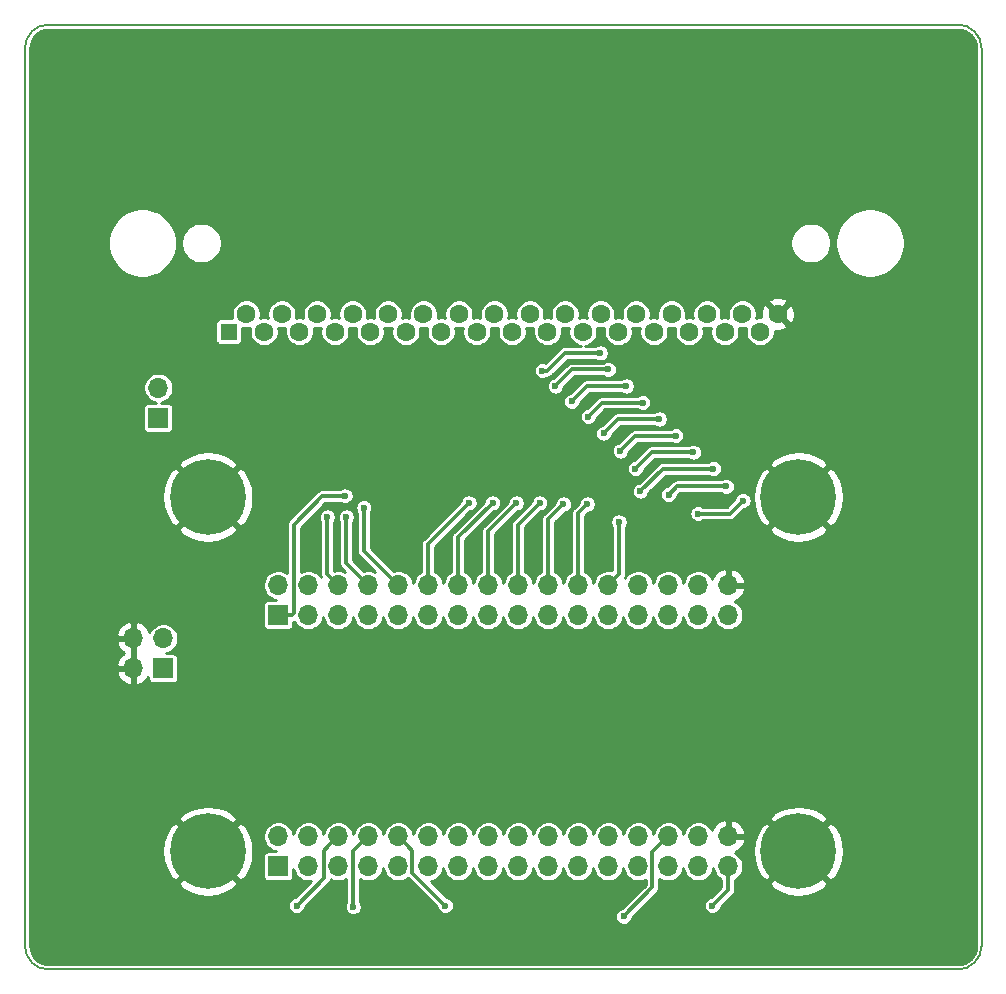
<source format=gbr>
G04 #@! TF.GenerationSoftware,KiCad,Pcbnew,5.1.5-52549c5~84~ubuntu19.10.1*
G04 #@! TF.CreationDate,2020-02-14T21:39:38+02:00*
G04 #@! TF.ProjectId,GB-BRK-SLOT-B,47422d42-524b-42d5-934c-4f542d422e6b,v1.0*
G04 #@! TF.SameCoordinates,Original*
G04 #@! TF.FileFunction,Copper,L2,Bot*
G04 #@! TF.FilePolarity,Positive*
%FSLAX46Y46*%
G04 Gerber Fmt 4.6, Leading zero omitted, Abs format (unit mm)*
G04 Created by KiCad (PCBNEW 5.1.5-52549c5~84~ubuntu19.10.1) date 2020-02-14 21:39:38*
%MOMM*%
%LPD*%
G04 APERTURE LIST*
%ADD10C,0.150000*%
%ADD11R,1.400000X1.400000*%
%ADD12C,1.600000*%
%ADD13O,1.700000X1.700000*%
%ADD14R,1.700000X1.700000*%
%ADD15C,0.800000*%
%ADD16C,6.400000*%
%ADD17C,1.000000*%
%ADD18C,0.600000*%
%ADD19C,0.320000*%
%ADD20C,0.254000*%
G04 APERTURE END LIST*
D10*
X128000000Y-148000000D02*
G75*
G02X126000000Y-150000000I-2000000J0D01*
G01*
X49000000Y-150000000D02*
G75*
G02X47000000Y-148000000I0J2000000D01*
G01*
X47000000Y-72000000D02*
G75*
G02X49000000Y-70000000I2000000J0D01*
G01*
X126000000Y-70000000D02*
G75*
G02X128000000Y-72000000I0J-2000000D01*
G01*
X128000000Y-72000000D02*
X128000000Y-148000000D01*
X49000000Y-70000000D02*
X126000000Y-70000000D01*
X49000000Y-150000000D02*
X126000000Y-150000000D01*
X47000000Y-72000000D02*
X47000000Y-148000000D01*
D11*
X64250000Y-96000000D03*
D12*
X65750000Y-94500000D03*
X67250000Y-96000000D03*
X68750000Y-94500000D03*
X70250000Y-96000000D03*
X71750000Y-94500000D03*
X73250000Y-96000000D03*
X74750000Y-94500000D03*
X76250000Y-96000000D03*
X77750000Y-94500000D03*
X79250000Y-96000000D03*
X80750000Y-94500000D03*
X82250000Y-96000000D03*
X83750000Y-94500000D03*
X85250000Y-96000000D03*
X86750000Y-94500000D03*
X88250000Y-96000000D03*
X89750000Y-94500000D03*
X91250000Y-96000000D03*
X92750000Y-94500000D03*
X94250000Y-96000000D03*
X95750000Y-94500000D03*
X97250000Y-96000000D03*
X98750000Y-94500000D03*
X100250000Y-96000000D03*
X101750000Y-94500000D03*
X103250000Y-96000000D03*
X104750000Y-94500000D03*
X106250000Y-96000000D03*
X107750000Y-94500000D03*
X109250000Y-96000000D03*
X110750000Y-94500000D03*
D13*
X58300000Y-100760000D03*
D14*
X58300000Y-103300000D03*
D13*
X106550000Y-117460000D03*
X106550000Y-120000000D03*
X104010000Y-117460000D03*
X104010000Y-120000000D03*
X101470000Y-117460000D03*
X101470000Y-120000000D03*
X98930000Y-117460000D03*
X98930000Y-120000000D03*
X96390000Y-117460000D03*
X96390000Y-120000000D03*
X93850000Y-117460000D03*
X93850000Y-120000000D03*
X91310000Y-117460000D03*
X91310000Y-120000000D03*
X88770000Y-117460000D03*
X88770000Y-120000000D03*
X86230000Y-117460000D03*
X86230000Y-120000000D03*
X83690000Y-117460000D03*
X83690000Y-120000000D03*
X81150000Y-117460000D03*
X81150000Y-120000000D03*
X78610000Y-117460000D03*
X78610000Y-120000000D03*
X76070000Y-117460000D03*
X76070000Y-120000000D03*
X73530000Y-117460000D03*
X73530000Y-120000000D03*
X70990000Y-117460000D03*
X70990000Y-120000000D03*
X68450000Y-117460000D03*
D14*
X68450000Y-120000000D03*
D13*
X106550000Y-138730000D03*
X106550000Y-141270000D03*
X104010000Y-138730000D03*
X104010000Y-141270000D03*
X101470000Y-138730000D03*
X101470000Y-141270000D03*
X98930000Y-138730000D03*
X98930000Y-141270000D03*
X96390000Y-138730000D03*
X96390000Y-141270000D03*
X93850000Y-138730000D03*
X93850000Y-141270000D03*
X91310000Y-138730000D03*
X91310000Y-141270000D03*
X88770000Y-138730000D03*
X88770000Y-141270000D03*
X86230000Y-138730000D03*
X86230000Y-141270000D03*
X83690000Y-138730000D03*
X83690000Y-141270000D03*
X81150000Y-138730000D03*
X81150000Y-141270000D03*
X78610000Y-138730000D03*
X78610000Y-141270000D03*
X76070000Y-138730000D03*
X76070000Y-141270000D03*
X73530000Y-138730000D03*
X73530000Y-141270000D03*
X70990000Y-138730000D03*
X70990000Y-141270000D03*
X68450000Y-138730000D03*
D14*
X68450000Y-141270000D03*
D13*
X56170000Y-121960000D03*
X58710000Y-121960000D03*
X56170000Y-124500000D03*
D14*
X58710000Y-124500000D03*
D15*
X64197056Y-108302944D03*
X62500000Y-107600000D03*
X60802944Y-108302944D03*
X60100000Y-110000000D03*
X60802944Y-111697056D03*
X62500000Y-112400000D03*
X64197056Y-111697056D03*
X64900000Y-110000000D03*
D16*
X62500000Y-110000000D03*
D15*
X114197056Y-108302944D03*
X112500000Y-107600000D03*
X110802944Y-108302944D03*
X110100000Y-110000000D03*
X110802944Y-111697056D03*
X112500000Y-112400000D03*
X114197056Y-111697056D03*
X114900000Y-110000000D03*
D16*
X112500000Y-110000000D03*
D15*
X64197056Y-138302944D03*
X62500000Y-137600000D03*
X60802944Y-138302944D03*
X60100000Y-140000000D03*
X60802944Y-141697056D03*
X62500000Y-142400000D03*
X64197056Y-141697056D03*
X64900000Y-140000000D03*
D16*
X62500000Y-140000000D03*
D15*
X114197056Y-138302944D03*
X112500000Y-137600000D03*
X110802944Y-138302944D03*
X110100000Y-140000000D03*
X110802944Y-141697056D03*
X112500000Y-142400000D03*
X114197056Y-141697056D03*
X114900000Y-140000000D03*
D16*
X112500000Y-140000000D03*
D17*
X65400000Y-129100000D03*
X57500000Y-148400000D03*
X64100000Y-132600000D03*
D18*
X74100000Y-109900000D03*
X70000000Y-144600000D03*
X72600000Y-111700000D03*
X74800000Y-144700000D03*
X74200000Y-111700000D03*
X82600000Y-144600000D03*
X75700000Y-110900000D03*
X95700000Y-97800000D03*
X84600000Y-110500000D03*
X90799998Y-99300000D03*
X86600000Y-110500000D03*
X91900000Y-100600000D03*
X96400000Y-99200000D03*
X88599998Y-110500000D03*
X93300000Y-101900000D03*
X97900000Y-100600000D03*
X90599998Y-110500000D03*
X94700000Y-103200000D03*
X99300000Y-102000000D03*
X92600000Y-110600000D03*
X96000000Y-104600000D03*
X100700000Y-103400000D03*
X94600000Y-110600000D03*
X97400000Y-106100000D03*
X102100000Y-104800000D03*
X98700000Y-107600000D03*
X103600000Y-106200000D03*
X97300000Y-112100000D03*
X99100000Y-109500000D03*
X105300000Y-107600000D03*
X101500000Y-109800000D03*
X106400000Y-109100000D03*
X97700000Y-145500000D03*
X104000000Y-111400000D03*
X107800000Y-110300000D03*
X105200000Y-144600000D03*
D19*
X72200000Y-109900000D02*
X74100000Y-109900000D01*
X69760001Y-112339999D02*
X72200000Y-109900000D01*
X69760001Y-119859999D02*
X69760001Y-112339999D01*
X68450000Y-120000000D02*
X69620000Y-120000000D01*
X69620000Y-120000000D02*
X69760001Y-119859999D01*
X72680001Y-139579999D02*
X73530000Y-138730000D01*
X72319999Y-139940001D02*
X72680001Y-139579999D01*
X72319999Y-142280001D02*
X72319999Y-139940001D01*
X70000000Y-144600000D02*
X72319999Y-142280001D01*
X72600000Y-116530000D02*
X73530000Y-117460000D01*
X72600000Y-111700000D02*
X72600000Y-116530000D01*
X74800000Y-140000000D02*
X74800000Y-144700000D01*
X76070000Y-138730000D02*
X74800000Y-140000000D01*
X74200000Y-115590000D02*
X74200000Y-111700000D01*
X76070000Y-117460000D02*
X74200000Y-115590000D01*
X79459999Y-139579999D02*
X78610000Y-138730000D01*
X79820001Y-139940001D02*
X79459999Y-139579999D01*
X79820001Y-141820001D02*
X79820001Y-139940001D01*
X82600000Y-144600000D02*
X79820001Y-141820001D01*
X75700000Y-114550000D02*
X75700000Y-110900000D01*
X78610000Y-117460000D02*
X75700000Y-114550000D01*
X81150000Y-113950000D02*
X84600000Y-110500000D01*
X81150000Y-117460000D02*
X81150000Y-113950000D01*
X91224262Y-99300000D02*
X90799998Y-99300000D01*
X95700000Y-97800000D02*
X92724262Y-97800000D01*
X92724262Y-97800000D02*
X91224262Y-99300000D01*
X83690000Y-113410000D02*
X86600000Y-110500000D01*
X83690000Y-117460000D02*
X83690000Y-113410000D01*
X91900000Y-100600000D02*
X93300000Y-99200000D01*
X93300000Y-99200000D02*
X96400000Y-99200000D01*
X86230000Y-112869998D02*
X88599998Y-110500000D01*
X86230000Y-117460000D02*
X86230000Y-112869998D01*
X94600000Y-100600000D02*
X97900000Y-100600000D01*
X93300000Y-101900000D02*
X94600000Y-100600000D01*
X90599998Y-110500002D02*
X90599998Y-110500000D01*
X88770000Y-117460000D02*
X88770000Y-112330000D01*
X88770000Y-112330000D02*
X90599998Y-110500002D01*
X95900000Y-102000000D02*
X99300000Y-102000000D01*
X94700000Y-103200000D02*
X95900000Y-102000000D01*
X91310000Y-111890000D02*
X92600000Y-110600000D01*
X91310000Y-117460000D02*
X91310000Y-111890000D01*
X97200000Y-103400000D02*
X100700000Y-103400000D01*
X96000000Y-104600000D02*
X97200000Y-103400000D01*
X93850000Y-117460000D02*
X93850000Y-111350000D01*
X93850000Y-111350000D02*
X94600000Y-110600000D01*
X97400000Y-106100000D02*
X98700000Y-104800000D01*
X98700000Y-104800000D02*
X102100000Y-104800000D01*
X98700000Y-107600000D02*
X100100000Y-106200000D01*
X100100000Y-106200000D02*
X103600000Y-106200000D01*
X96390000Y-117460000D02*
X97300000Y-116550000D01*
X97300000Y-116550000D02*
X97300000Y-112100000D01*
X99100000Y-109500000D02*
X101000000Y-107600000D01*
X101000000Y-107600000D02*
X105300000Y-107600000D01*
X102200000Y-109100000D02*
X101500000Y-109800000D01*
X106400000Y-109100000D02*
X102200000Y-109100000D01*
X100620001Y-139579999D02*
X101470000Y-138730000D01*
X100140001Y-140059999D02*
X100620001Y-139579999D01*
X100140001Y-143059999D02*
X100140001Y-140059999D01*
X97700000Y-145500000D02*
X100140001Y-143059999D01*
X106700000Y-111400000D02*
X107800000Y-110300000D01*
X104000000Y-111400000D02*
X106700000Y-111400000D01*
X106550000Y-143250000D02*
X106550000Y-141270000D01*
X105200000Y-144600000D02*
X106550000Y-143250000D01*
D20*
G36*
X126299474Y-70487551D02*
G01*
X126587539Y-70574523D01*
X126853225Y-70715791D01*
X127086412Y-70905974D01*
X127278222Y-71137831D01*
X127421340Y-71402522D01*
X127510322Y-71689976D01*
X127544000Y-72010401D01*
X127544001Y-147977684D01*
X127512449Y-148299474D01*
X127425477Y-148587540D01*
X127284208Y-148853227D01*
X127094022Y-149086417D01*
X126862169Y-149278222D01*
X126597478Y-149421340D01*
X126310025Y-149510322D01*
X125989598Y-149544000D01*
X49022306Y-149544000D01*
X48700526Y-149512449D01*
X48412460Y-149425477D01*
X48146773Y-149284208D01*
X47913583Y-149094022D01*
X47721778Y-148862169D01*
X47578660Y-148597478D01*
X47489678Y-148310025D01*
X47456000Y-147989598D01*
X47456000Y-142700881D01*
X59978724Y-142700881D01*
X60338912Y-143190548D01*
X61002882Y-143550849D01*
X61724385Y-143774694D01*
X62475695Y-143853480D01*
X63227938Y-143784178D01*
X63952208Y-143569452D01*
X64620670Y-143217555D01*
X64661088Y-143190548D01*
X65021276Y-142700881D01*
X62500000Y-140179605D01*
X59978724Y-142700881D01*
X47456000Y-142700881D01*
X47456000Y-139975695D01*
X58646520Y-139975695D01*
X58715822Y-140727938D01*
X58930548Y-141452208D01*
X59282445Y-142120670D01*
X59309452Y-142161088D01*
X59799119Y-142521276D01*
X62320395Y-140000000D01*
X62679605Y-140000000D01*
X65200881Y-142521276D01*
X65690548Y-142161088D01*
X66050849Y-141497118D01*
X66274694Y-140775615D01*
X66311985Y-140420000D01*
X67170934Y-140420000D01*
X67170934Y-142120000D01*
X67179178Y-142203707D01*
X67203595Y-142284196D01*
X67243245Y-142358376D01*
X67296605Y-142423395D01*
X67361624Y-142476755D01*
X67435804Y-142516405D01*
X67516293Y-142540822D01*
X67600000Y-142549066D01*
X69300000Y-142549066D01*
X69383707Y-142540822D01*
X69464196Y-142516405D01*
X69538376Y-142476755D01*
X69603395Y-142423395D01*
X69656755Y-142358376D01*
X69696405Y-142284196D01*
X69720822Y-142203707D01*
X69729066Y-142120000D01*
X69729066Y-141476544D01*
X69762074Y-141642487D01*
X69858337Y-141874886D01*
X69998089Y-142084040D01*
X70175960Y-142261911D01*
X70385114Y-142401663D01*
X70617513Y-142497926D01*
X70864226Y-142547000D01*
X71115774Y-142547000D01*
X71249446Y-142520411D01*
X69889027Y-143880831D01*
X69787942Y-143900938D01*
X69655636Y-143955741D01*
X69536564Y-144035302D01*
X69435302Y-144136564D01*
X69355741Y-144255636D01*
X69300938Y-144387942D01*
X69273000Y-144528397D01*
X69273000Y-144671603D01*
X69300938Y-144812058D01*
X69355741Y-144944364D01*
X69435302Y-145063436D01*
X69536564Y-145164698D01*
X69655636Y-145244259D01*
X69787942Y-145299062D01*
X69928397Y-145327000D01*
X70071603Y-145327000D01*
X70212058Y-145299062D01*
X70344364Y-145244259D01*
X70463436Y-145164698D01*
X70564698Y-145063436D01*
X70644259Y-144944364D01*
X70699062Y-144812058D01*
X70719169Y-144710973D01*
X72714679Y-142715464D01*
X72737079Y-142697081D01*
X72810433Y-142607699D01*
X72864940Y-142505723D01*
X72898505Y-142395073D01*
X72899539Y-142384574D01*
X72925114Y-142401663D01*
X73157513Y-142497926D01*
X73404226Y-142547000D01*
X73655774Y-142547000D01*
X73902487Y-142497926D01*
X74134886Y-142401663D01*
X74213000Y-142349469D01*
X74213001Y-144269940D01*
X74155741Y-144355636D01*
X74100938Y-144487942D01*
X74073000Y-144628397D01*
X74073000Y-144771603D01*
X74100938Y-144912058D01*
X74155741Y-145044364D01*
X74235302Y-145163436D01*
X74336564Y-145264698D01*
X74455636Y-145344259D01*
X74587942Y-145399062D01*
X74728397Y-145427000D01*
X74871603Y-145427000D01*
X75012058Y-145399062D01*
X75144364Y-145344259D01*
X75263436Y-145264698D01*
X75364698Y-145163436D01*
X75444259Y-145044364D01*
X75499062Y-144912058D01*
X75527000Y-144771603D01*
X75527000Y-144628397D01*
X75499062Y-144487942D01*
X75444259Y-144355636D01*
X75387000Y-144269941D01*
X75387000Y-142349469D01*
X75465114Y-142401663D01*
X75697513Y-142497926D01*
X75944226Y-142547000D01*
X76195774Y-142547000D01*
X76442487Y-142497926D01*
X76674886Y-142401663D01*
X76884040Y-142261911D01*
X77061911Y-142084040D01*
X77201663Y-141874886D01*
X77297926Y-141642487D01*
X77340000Y-141430966D01*
X77382074Y-141642487D01*
X77478337Y-141874886D01*
X77618089Y-142084040D01*
X77795960Y-142261911D01*
X78005114Y-142401663D01*
X78237513Y-142497926D01*
X78484226Y-142547000D01*
X78735774Y-142547000D01*
X78982487Y-142497926D01*
X79214886Y-142401663D01*
X79424040Y-142261911D01*
X79427904Y-142258047D01*
X81880832Y-144710975D01*
X81900938Y-144812058D01*
X81955741Y-144944364D01*
X82035302Y-145063436D01*
X82136564Y-145164698D01*
X82255636Y-145244259D01*
X82387942Y-145299062D01*
X82528397Y-145327000D01*
X82671603Y-145327000D01*
X82812058Y-145299062D01*
X82944364Y-145244259D01*
X83063436Y-145164698D01*
X83164698Y-145063436D01*
X83244259Y-144944364D01*
X83299062Y-144812058D01*
X83327000Y-144671603D01*
X83327000Y-144528397D01*
X83299062Y-144387942D01*
X83244259Y-144255636D01*
X83164698Y-144136564D01*
X83063436Y-144035302D01*
X82944364Y-143955741D01*
X82812058Y-143900938D01*
X82710975Y-143880832D01*
X81360325Y-142530182D01*
X81522487Y-142497926D01*
X81754886Y-142401663D01*
X81964040Y-142261911D01*
X82141911Y-142084040D01*
X82281663Y-141874886D01*
X82377926Y-141642487D01*
X82420000Y-141430966D01*
X82462074Y-141642487D01*
X82558337Y-141874886D01*
X82698089Y-142084040D01*
X82875960Y-142261911D01*
X83085114Y-142401663D01*
X83317513Y-142497926D01*
X83564226Y-142547000D01*
X83815774Y-142547000D01*
X84062487Y-142497926D01*
X84294886Y-142401663D01*
X84504040Y-142261911D01*
X84681911Y-142084040D01*
X84821663Y-141874886D01*
X84917926Y-141642487D01*
X84960000Y-141430966D01*
X85002074Y-141642487D01*
X85098337Y-141874886D01*
X85238089Y-142084040D01*
X85415960Y-142261911D01*
X85625114Y-142401663D01*
X85857513Y-142497926D01*
X86104226Y-142547000D01*
X86355774Y-142547000D01*
X86602487Y-142497926D01*
X86834886Y-142401663D01*
X87044040Y-142261911D01*
X87221911Y-142084040D01*
X87361663Y-141874886D01*
X87457926Y-141642487D01*
X87500000Y-141430966D01*
X87542074Y-141642487D01*
X87638337Y-141874886D01*
X87778089Y-142084040D01*
X87955960Y-142261911D01*
X88165114Y-142401663D01*
X88397513Y-142497926D01*
X88644226Y-142547000D01*
X88895774Y-142547000D01*
X89142487Y-142497926D01*
X89374886Y-142401663D01*
X89584040Y-142261911D01*
X89761911Y-142084040D01*
X89901663Y-141874886D01*
X89997926Y-141642487D01*
X90040000Y-141430966D01*
X90082074Y-141642487D01*
X90178337Y-141874886D01*
X90318089Y-142084040D01*
X90495960Y-142261911D01*
X90705114Y-142401663D01*
X90937513Y-142497926D01*
X91184226Y-142547000D01*
X91435774Y-142547000D01*
X91682487Y-142497926D01*
X91914886Y-142401663D01*
X92124040Y-142261911D01*
X92301911Y-142084040D01*
X92441663Y-141874886D01*
X92537926Y-141642487D01*
X92580000Y-141430966D01*
X92622074Y-141642487D01*
X92718337Y-141874886D01*
X92858089Y-142084040D01*
X93035960Y-142261911D01*
X93245114Y-142401663D01*
X93477513Y-142497926D01*
X93724226Y-142547000D01*
X93975774Y-142547000D01*
X94222487Y-142497926D01*
X94454886Y-142401663D01*
X94664040Y-142261911D01*
X94841911Y-142084040D01*
X94981663Y-141874886D01*
X95077926Y-141642487D01*
X95120000Y-141430966D01*
X95162074Y-141642487D01*
X95258337Y-141874886D01*
X95398089Y-142084040D01*
X95575960Y-142261911D01*
X95785114Y-142401663D01*
X96017513Y-142497926D01*
X96264226Y-142547000D01*
X96515774Y-142547000D01*
X96762487Y-142497926D01*
X96994886Y-142401663D01*
X97204040Y-142261911D01*
X97381911Y-142084040D01*
X97521663Y-141874886D01*
X97617926Y-141642487D01*
X97660000Y-141430966D01*
X97702074Y-141642487D01*
X97798337Y-141874886D01*
X97938089Y-142084040D01*
X98115960Y-142261911D01*
X98325114Y-142401663D01*
X98557513Y-142497926D01*
X98804226Y-142547000D01*
X99055774Y-142547000D01*
X99302487Y-142497926D01*
X99534886Y-142401663D01*
X99553001Y-142389559D01*
X99553001Y-142816856D01*
X97589027Y-144780831D01*
X97487942Y-144800938D01*
X97355636Y-144855741D01*
X97236564Y-144935302D01*
X97135302Y-145036564D01*
X97055741Y-145155636D01*
X97000938Y-145287942D01*
X96973000Y-145428397D01*
X96973000Y-145571603D01*
X97000938Y-145712058D01*
X97055741Y-145844364D01*
X97135302Y-145963436D01*
X97236564Y-146064698D01*
X97355636Y-146144259D01*
X97487942Y-146199062D01*
X97628397Y-146227000D01*
X97771603Y-146227000D01*
X97912058Y-146199062D01*
X98044364Y-146144259D01*
X98163436Y-146064698D01*
X98264698Y-145963436D01*
X98344259Y-145844364D01*
X98399062Y-145712058D01*
X98419169Y-145610973D01*
X100534681Y-143495462D01*
X100557081Y-143477079D01*
X100630435Y-143387697D01*
X100684942Y-143285721D01*
X100687031Y-143278833D01*
X100718508Y-143175071D01*
X100729841Y-143059999D01*
X100727001Y-143031162D01*
X100727001Y-142309379D01*
X100865114Y-142401663D01*
X101097513Y-142497926D01*
X101344226Y-142547000D01*
X101595774Y-142547000D01*
X101842487Y-142497926D01*
X102074886Y-142401663D01*
X102284040Y-142261911D01*
X102461911Y-142084040D01*
X102601663Y-141874886D01*
X102697926Y-141642487D01*
X102740000Y-141430966D01*
X102782074Y-141642487D01*
X102878337Y-141874886D01*
X103018089Y-142084040D01*
X103195960Y-142261911D01*
X103405114Y-142401663D01*
X103637513Y-142497926D01*
X103884226Y-142547000D01*
X104135774Y-142547000D01*
X104382487Y-142497926D01*
X104614886Y-142401663D01*
X104824040Y-142261911D01*
X105001911Y-142084040D01*
X105141663Y-141874886D01*
X105237926Y-141642487D01*
X105280000Y-141430966D01*
X105322074Y-141642487D01*
X105418337Y-141874886D01*
X105558089Y-142084040D01*
X105735960Y-142261911D01*
X105945114Y-142401663D01*
X105963000Y-142409072D01*
X105963000Y-143006856D01*
X105089026Y-143880831D01*
X104987942Y-143900938D01*
X104855636Y-143955741D01*
X104736564Y-144035302D01*
X104635302Y-144136564D01*
X104555741Y-144255636D01*
X104500938Y-144387942D01*
X104473000Y-144528397D01*
X104473000Y-144671603D01*
X104500938Y-144812058D01*
X104555741Y-144944364D01*
X104635302Y-145063436D01*
X104736564Y-145164698D01*
X104855636Y-145244259D01*
X104987942Y-145299062D01*
X105128397Y-145327000D01*
X105271603Y-145327000D01*
X105412058Y-145299062D01*
X105544364Y-145244259D01*
X105663436Y-145164698D01*
X105764698Y-145063436D01*
X105844259Y-144944364D01*
X105899062Y-144812058D01*
X105919169Y-144710974D01*
X106944685Y-143685459D01*
X106967080Y-143667080D01*
X107040434Y-143577698D01*
X107094941Y-143475722D01*
X107128506Y-143365072D01*
X107137000Y-143278834D01*
X107137000Y-143278827D01*
X107139839Y-143250001D01*
X107137000Y-143221175D01*
X107137000Y-142700881D01*
X109978724Y-142700881D01*
X110338912Y-143190548D01*
X111002882Y-143550849D01*
X111724385Y-143774694D01*
X112475695Y-143853480D01*
X113227938Y-143784178D01*
X113952208Y-143569452D01*
X114620670Y-143217555D01*
X114661088Y-143190548D01*
X115021276Y-142700881D01*
X112500000Y-140179605D01*
X109978724Y-142700881D01*
X107137000Y-142700881D01*
X107137000Y-142409072D01*
X107154886Y-142401663D01*
X107364040Y-142261911D01*
X107541911Y-142084040D01*
X107681663Y-141874886D01*
X107777926Y-141642487D01*
X107827000Y-141395774D01*
X107827000Y-141144226D01*
X107777926Y-140897513D01*
X107681663Y-140665114D01*
X107541911Y-140455960D01*
X107364040Y-140278089D01*
X107154886Y-140138337D01*
X107088051Y-140110653D01*
X107316920Y-140001641D01*
X107351705Y-139975695D01*
X108646520Y-139975695D01*
X108715822Y-140727938D01*
X108930548Y-141452208D01*
X109282445Y-142120670D01*
X109309452Y-142161088D01*
X109799119Y-142521276D01*
X112320395Y-140000000D01*
X112679605Y-140000000D01*
X115200881Y-142521276D01*
X115690548Y-142161088D01*
X116050849Y-141497118D01*
X116274694Y-140775615D01*
X116353480Y-140024305D01*
X116284178Y-139272062D01*
X116069452Y-138547792D01*
X115717555Y-137879330D01*
X115690548Y-137838912D01*
X115200881Y-137478724D01*
X112679605Y-140000000D01*
X112320395Y-140000000D01*
X109799119Y-137478724D01*
X109309452Y-137838912D01*
X108949151Y-138502882D01*
X108725306Y-139224385D01*
X108646520Y-139975695D01*
X107351705Y-139975695D01*
X107550269Y-139827588D01*
X107745178Y-139611355D01*
X107894157Y-139361252D01*
X107991481Y-139086891D01*
X107870814Y-138857000D01*
X106677000Y-138857000D01*
X106677000Y-138877000D01*
X106423000Y-138877000D01*
X106423000Y-138857000D01*
X106403000Y-138857000D01*
X106403000Y-138603000D01*
X106423000Y-138603000D01*
X106423000Y-137409845D01*
X106677000Y-137409845D01*
X106677000Y-138603000D01*
X107870814Y-138603000D01*
X107991481Y-138373109D01*
X107894157Y-138098748D01*
X107745178Y-137848645D01*
X107550269Y-137632412D01*
X107316920Y-137458359D01*
X107054099Y-137333175D01*
X106941821Y-137299119D01*
X109978724Y-137299119D01*
X112500000Y-139820395D01*
X115021276Y-137299119D01*
X114661088Y-136809452D01*
X113997118Y-136449151D01*
X113275615Y-136225306D01*
X112524305Y-136146520D01*
X111772062Y-136215822D01*
X111047792Y-136430548D01*
X110379330Y-136782445D01*
X110338912Y-136809452D01*
X109978724Y-137299119D01*
X106941821Y-137299119D01*
X106906890Y-137288524D01*
X106677000Y-137409845D01*
X106423000Y-137409845D01*
X106193110Y-137288524D01*
X106045901Y-137333175D01*
X105783080Y-137458359D01*
X105549731Y-137632412D01*
X105354822Y-137848645D01*
X105205843Y-138098748D01*
X105171197Y-138196416D01*
X105141663Y-138125114D01*
X105001911Y-137915960D01*
X104824040Y-137738089D01*
X104614886Y-137598337D01*
X104382487Y-137502074D01*
X104135774Y-137453000D01*
X103884226Y-137453000D01*
X103637513Y-137502074D01*
X103405114Y-137598337D01*
X103195960Y-137738089D01*
X103018089Y-137915960D01*
X102878337Y-138125114D01*
X102782074Y-138357513D01*
X102740000Y-138569034D01*
X102697926Y-138357513D01*
X102601663Y-138125114D01*
X102461911Y-137915960D01*
X102284040Y-137738089D01*
X102074886Y-137598337D01*
X101842487Y-137502074D01*
X101595774Y-137453000D01*
X101344226Y-137453000D01*
X101097513Y-137502074D01*
X100865114Y-137598337D01*
X100655960Y-137738089D01*
X100478089Y-137915960D01*
X100338337Y-138125114D01*
X100242074Y-138357513D01*
X100200000Y-138569034D01*
X100157926Y-138357513D01*
X100061663Y-138125114D01*
X99921911Y-137915960D01*
X99744040Y-137738089D01*
X99534886Y-137598337D01*
X99302487Y-137502074D01*
X99055774Y-137453000D01*
X98804226Y-137453000D01*
X98557513Y-137502074D01*
X98325114Y-137598337D01*
X98115960Y-137738089D01*
X97938089Y-137915960D01*
X97798337Y-138125114D01*
X97702074Y-138357513D01*
X97660000Y-138569034D01*
X97617926Y-138357513D01*
X97521663Y-138125114D01*
X97381911Y-137915960D01*
X97204040Y-137738089D01*
X96994886Y-137598337D01*
X96762487Y-137502074D01*
X96515774Y-137453000D01*
X96264226Y-137453000D01*
X96017513Y-137502074D01*
X95785114Y-137598337D01*
X95575960Y-137738089D01*
X95398089Y-137915960D01*
X95258337Y-138125114D01*
X95162074Y-138357513D01*
X95120000Y-138569034D01*
X95077926Y-138357513D01*
X94981663Y-138125114D01*
X94841911Y-137915960D01*
X94664040Y-137738089D01*
X94454886Y-137598337D01*
X94222487Y-137502074D01*
X93975774Y-137453000D01*
X93724226Y-137453000D01*
X93477513Y-137502074D01*
X93245114Y-137598337D01*
X93035960Y-137738089D01*
X92858089Y-137915960D01*
X92718337Y-138125114D01*
X92622074Y-138357513D01*
X92580000Y-138569034D01*
X92537926Y-138357513D01*
X92441663Y-138125114D01*
X92301911Y-137915960D01*
X92124040Y-137738089D01*
X91914886Y-137598337D01*
X91682487Y-137502074D01*
X91435774Y-137453000D01*
X91184226Y-137453000D01*
X90937513Y-137502074D01*
X90705114Y-137598337D01*
X90495960Y-137738089D01*
X90318089Y-137915960D01*
X90178337Y-138125114D01*
X90082074Y-138357513D01*
X90040000Y-138569034D01*
X89997926Y-138357513D01*
X89901663Y-138125114D01*
X89761911Y-137915960D01*
X89584040Y-137738089D01*
X89374886Y-137598337D01*
X89142487Y-137502074D01*
X88895774Y-137453000D01*
X88644226Y-137453000D01*
X88397513Y-137502074D01*
X88165114Y-137598337D01*
X87955960Y-137738089D01*
X87778089Y-137915960D01*
X87638337Y-138125114D01*
X87542074Y-138357513D01*
X87500000Y-138569034D01*
X87457926Y-138357513D01*
X87361663Y-138125114D01*
X87221911Y-137915960D01*
X87044040Y-137738089D01*
X86834886Y-137598337D01*
X86602487Y-137502074D01*
X86355774Y-137453000D01*
X86104226Y-137453000D01*
X85857513Y-137502074D01*
X85625114Y-137598337D01*
X85415960Y-137738089D01*
X85238089Y-137915960D01*
X85098337Y-138125114D01*
X85002074Y-138357513D01*
X84960000Y-138569034D01*
X84917926Y-138357513D01*
X84821663Y-138125114D01*
X84681911Y-137915960D01*
X84504040Y-137738089D01*
X84294886Y-137598337D01*
X84062487Y-137502074D01*
X83815774Y-137453000D01*
X83564226Y-137453000D01*
X83317513Y-137502074D01*
X83085114Y-137598337D01*
X82875960Y-137738089D01*
X82698089Y-137915960D01*
X82558337Y-138125114D01*
X82462074Y-138357513D01*
X82420000Y-138569034D01*
X82377926Y-138357513D01*
X82281663Y-138125114D01*
X82141911Y-137915960D01*
X81964040Y-137738089D01*
X81754886Y-137598337D01*
X81522487Y-137502074D01*
X81275774Y-137453000D01*
X81024226Y-137453000D01*
X80777513Y-137502074D01*
X80545114Y-137598337D01*
X80335960Y-137738089D01*
X80158089Y-137915960D01*
X80018337Y-138125114D01*
X79922074Y-138357513D01*
X79880000Y-138569034D01*
X79837926Y-138357513D01*
X79741663Y-138125114D01*
X79601911Y-137915960D01*
X79424040Y-137738089D01*
X79214886Y-137598337D01*
X78982487Y-137502074D01*
X78735774Y-137453000D01*
X78484226Y-137453000D01*
X78237513Y-137502074D01*
X78005114Y-137598337D01*
X77795960Y-137738089D01*
X77618089Y-137915960D01*
X77478337Y-138125114D01*
X77382074Y-138357513D01*
X77340000Y-138569034D01*
X77297926Y-138357513D01*
X77201663Y-138125114D01*
X77061911Y-137915960D01*
X76884040Y-137738089D01*
X76674886Y-137598337D01*
X76442487Y-137502074D01*
X76195774Y-137453000D01*
X75944226Y-137453000D01*
X75697513Y-137502074D01*
X75465114Y-137598337D01*
X75255960Y-137738089D01*
X75078089Y-137915960D01*
X74938337Y-138125114D01*
X74842074Y-138357513D01*
X74800000Y-138569034D01*
X74757926Y-138357513D01*
X74661663Y-138125114D01*
X74521911Y-137915960D01*
X74344040Y-137738089D01*
X74134886Y-137598337D01*
X73902487Y-137502074D01*
X73655774Y-137453000D01*
X73404226Y-137453000D01*
X73157513Y-137502074D01*
X72925114Y-137598337D01*
X72715960Y-137738089D01*
X72538089Y-137915960D01*
X72398337Y-138125114D01*
X72302074Y-138357513D01*
X72260000Y-138569034D01*
X72217926Y-138357513D01*
X72121663Y-138125114D01*
X71981911Y-137915960D01*
X71804040Y-137738089D01*
X71594886Y-137598337D01*
X71362487Y-137502074D01*
X71115774Y-137453000D01*
X70864226Y-137453000D01*
X70617513Y-137502074D01*
X70385114Y-137598337D01*
X70175960Y-137738089D01*
X69998089Y-137915960D01*
X69858337Y-138125114D01*
X69762074Y-138357513D01*
X69720000Y-138569034D01*
X69677926Y-138357513D01*
X69581663Y-138125114D01*
X69441911Y-137915960D01*
X69264040Y-137738089D01*
X69054886Y-137598337D01*
X68822487Y-137502074D01*
X68575774Y-137453000D01*
X68324226Y-137453000D01*
X68077513Y-137502074D01*
X67845114Y-137598337D01*
X67635960Y-137738089D01*
X67458089Y-137915960D01*
X67318337Y-138125114D01*
X67222074Y-138357513D01*
X67173000Y-138604226D01*
X67173000Y-138855774D01*
X67222074Y-139102487D01*
X67318337Y-139334886D01*
X67458089Y-139544040D01*
X67635960Y-139721911D01*
X67845114Y-139861663D01*
X68077513Y-139957926D01*
X68243456Y-139990934D01*
X67600000Y-139990934D01*
X67516293Y-139999178D01*
X67435804Y-140023595D01*
X67361624Y-140063245D01*
X67296605Y-140116605D01*
X67243245Y-140181624D01*
X67203595Y-140255804D01*
X67179178Y-140336293D01*
X67170934Y-140420000D01*
X66311985Y-140420000D01*
X66353480Y-140024305D01*
X66284178Y-139272062D01*
X66069452Y-138547792D01*
X65717555Y-137879330D01*
X65690548Y-137838912D01*
X65200881Y-137478724D01*
X62679605Y-140000000D01*
X62320395Y-140000000D01*
X59799119Y-137478724D01*
X59309452Y-137838912D01*
X58949151Y-138502882D01*
X58725306Y-139224385D01*
X58646520Y-139975695D01*
X47456000Y-139975695D01*
X47456000Y-137299119D01*
X59978724Y-137299119D01*
X62500000Y-139820395D01*
X65021276Y-137299119D01*
X64661088Y-136809452D01*
X63997118Y-136449151D01*
X63275615Y-136225306D01*
X62524305Y-136146520D01*
X61772062Y-136215822D01*
X61047792Y-136430548D01*
X60379330Y-136782445D01*
X60338912Y-136809452D01*
X59978724Y-137299119D01*
X47456000Y-137299119D01*
X47456000Y-124856890D01*
X54728524Y-124856890D01*
X54773175Y-125004099D01*
X54898359Y-125266920D01*
X55072412Y-125500269D01*
X55288645Y-125695178D01*
X55538748Y-125844157D01*
X55813109Y-125941481D01*
X56043000Y-125820814D01*
X56043000Y-124627000D01*
X54849845Y-124627000D01*
X54728524Y-124856890D01*
X47456000Y-124856890D01*
X47456000Y-122316890D01*
X54728524Y-122316890D01*
X54773175Y-122464099D01*
X54898359Y-122726920D01*
X55072412Y-122960269D01*
X55288645Y-123155178D01*
X55414255Y-123230000D01*
X55288645Y-123304822D01*
X55072412Y-123499731D01*
X54898359Y-123733080D01*
X54773175Y-123995901D01*
X54728524Y-124143110D01*
X54849845Y-124373000D01*
X56043000Y-124373000D01*
X56043000Y-122087000D01*
X54849845Y-122087000D01*
X54728524Y-122316890D01*
X47456000Y-122316890D01*
X47456000Y-121603110D01*
X54728524Y-121603110D01*
X54849845Y-121833000D01*
X56043000Y-121833000D01*
X56043000Y-120639186D01*
X56297000Y-120639186D01*
X56297000Y-121833000D01*
X56317000Y-121833000D01*
X56317000Y-122087000D01*
X56297000Y-122087000D01*
X56297000Y-124373000D01*
X56317000Y-124373000D01*
X56317000Y-124627000D01*
X56297000Y-124627000D01*
X56297000Y-125820814D01*
X56526891Y-125941481D01*
X56801252Y-125844157D01*
X57051355Y-125695178D01*
X57267588Y-125500269D01*
X57430934Y-125281275D01*
X57430934Y-125350000D01*
X57439178Y-125433707D01*
X57463595Y-125514196D01*
X57503245Y-125588376D01*
X57556605Y-125653395D01*
X57621624Y-125706755D01*
X57695804Y-125746405D01*
X57776293Y-125770822D01*
X57860000Y-125779066D01*
X59560000Y-125779066D01*
X59643707Y-125770822D01*
X59724196Y-125746405D01*
X59798376Y-125706755D01*
X59863395Y-125653395D01*
X59916755Y-125588376D01*
X59956405Y-125514196D01*
X59980822Y-125433707D01*
X59989066Y-125350000D01*
X59989066Y-123650000D01*
X59980822Y-123566293D01*
X59956405Y-123485804D01*
X59916755Y-123411624D01*
X59863395Y-123346605D01*
X59798376Y-123293245D01*
X59724196Y-123253595D01*
X59643707Y-123229178D01*
X59560000Y-123220934D01*
X58916544Y-123220934D01*
X59082487Y-123187926D01*
X59314886Y-123091663D01*
X59524040Y-122951911D01*
X59701911Y-122774040D01*
X59841663Y-122564886D01*
X59937926Y-122332487D01*
X59987000Y-122085774D01*
X59987000Y-121834226D01*
X59937926Y-121587513D01*
X59841663Y-121355114D01*
X59701911Y-121145960D01*
X59524040Y-120968089D01*
X59314886Y-120828337D01*
X59082487Y-120732074D01*
X58835774Y-120683000D01*
X58584226Y-120683000D01*
X58337513Y-120732074D01*
X58105114Y-120828337D01*
X57895960Y-120968089D01*
X57718089Y-121145960D01*
X57578337Y-121355114D01*
X57550653Y-121421949D01*
X57441641Y-121193080D01*
X57267588Y-120959731D01*
X57051355Y-120764822D01*
X56801252Y-120615843D01*
X56526891Y-120518519D01*
X56297000Y-120639186D01*
X56043000Y-120639186D01*
X55813109Y-120518519D01*
X55538748Y-120615843D01*
X55288645Y-120764822D01*
X55072412Y-120959731D01*
X54898359Y-121193080D01*
X54773175Y-121455901D01*
X54728524Y-121603110D01*
X47456000Y-121603110D01*
X47456000Y-119150000D01*
X67170934Y-119150000D01*
X67170934Y-120850000D01*
X67179178Y-120933707D01*
X67203595Y-121014196D01*
X67243245Y-121088376D01*
X67296605Y-121153395D01*
X67361624Y-121206755D01*
X67435804Y-121246405D01*
X67516293Y-121270822D01*
X67600000Y-121279066D01*
X69300000Y-121279066D01*
X69383707Y-121270822D01*
X69464196Y-121246405D01*
X69538376Y-121206755D01*
X69603395Y-121153395D01*
X69656755Y-121088376D01*
X69696405Y-121014196D01*
X69720822Y-120933707D01*
X69729066Y-120850000D01*
X69729066Y-120579098D01*
X69735072Y-120578506D01*
X69834870Y-120548233D01*
X69858337Y-120604886D01*
X69998089Y-120814040D01*
X70175960Y-120991911D01*
X70385114Y-121131663D01*
X70617513Y-121227926D01*
X70864226Y-121277000D01*
X71115774Y-121277000D01*
X71362487Y-121227926D01*
X71594886Y-121131663D01*
X71804040Y-120991911D01*
X71981911Y-120814040D01*
X72121663Y-120604886D01*
X72217926Y-120372487D01*
X72260000Y-120160966D01*
X72302074Y-120372487D01*
X72398337Y-120604886D01*
X72538089Y-120814040D01*
X72715960Y-120991911D01*
X72925114Y-121131663D01*
X73157513Y-121227926D01*
X73404226Y-121277000D01*
X73655774Y-121277000D01*
X73902487Y-121227926D01*
X74134886Y-121131663D01*
X74344040Y-120991911D01*
X74521911Y-120814040D01*
X74661663Y-120604886D01*
X74757926Y-120372487D01*
X74800000Y-120160966D01*
X74842074Y-120372487D01*
X74938337Y-120604886D01*
X75078089Y-120814040D01*
X75255960Y-120991911D01*
X75465114Y-121131663D01*
X75697513Y-121227926D01*
X75944226Y-121277000D01*
X76195774Y-121277000D01*
X76442487Y-121227926D01*
X76674886Y-121131663D01*
X76884040Y-120991911D01*
X77061911Y-120814040D01*
X77201663Y-120604886D01*
X77297926Y-120372487D01*
X77340000Y-120160966D01*
X77382074Y-120372487D01*
X77478337Y-120604886D01*
X77618089Y-120814040D01*
X77795960Y-120991911D01*
X78005114Y-121131663D01*
X78237513Y-121227926D01*
X78484226Y-121277000D01*
X78735774Y-121277000D01*
X78982487Y-121227926D01*
X79214886Y-121131663D01*
X79424040Y-120991911D01*
X79601911Y-120814040D01*
X79741663Y-120604886D01*
X79837926Y-120372487D01*
X79880000Y-120160966D01*
X79922074Y-120372487D01*
X80018337Y-120604886D01*
X80158089Y-120814040D01*
X80335960Y-120991911D01*
X80545114Y-121131663D01*
X80777513Y-121227926D01*
X81024226Y-121277000D01*
X81275774Y-121277000D01*
X81522487Y-121227926D01*
X81754886Y-121131663D01*
X81964040Y-120991911D01*
X82141911Y-120814040D01*
X82281663Y-120604886D01*
X82377926Y-120372487D01*
X82420000Y-120160966D01*
X82462074Y-120372487D01*
X82558337Y-120604886D01*
X82698089Y-120814040D01*
X82875960Y-120991911D01*
X83085114Y-121131663D01*
X83317513Y-121227926D01*
X83564226Y-121277000D01*
X83815774Y-121277000D01*
X84062487Y-121227926D01*
X84294886Y-121131663D01*
X84504040Y-120991911D01*
X84681911Y-120814040D01*
X84821663Y-120604886D01*
X84917926Y-120372487D01*
X84960000Y-120160966D01*
X85002074Y-120372487D01*
X85098337Y-120604886D01*
X85238089Y-120814040D01*
X85415960Y-120991911D01*
X85625114Y-121131663D01*
X85857513Y-121227926D01*
X86104226Y-121277000D01*
X86355774Y-121277000D01*
X86602487Y-121227926D01*
X86834886Y-121131663D01*
X87044040Y-120991911D01*
X87221911Y-120814040D01*
X87361663Y-120604886D01*
X87457926Y-120372487D01*
X87500000Y-120160966D01*
X87542074Y-120372487D01*
X87638337Y-120604886D01*
X87778089Y-120814040D01*
X87955960Y-120991911D01*
X88165114Y-121131663D01*
X88397513Y-121227926D01*
X88644226Y-121277000D01*
X88895774Y-121277000D01*
X89142487Y-121227926D01*
X89374886Y-121131663D01*
X89584040Y-120991911D01*
X89761911Y-120814040D01*
X89901663Y-120604886D01*
X89997926Y-120372487D01*
X90040000Y-120160966D01*
X90082074Y-120372487D01*
X90178337Y-120604886D01*
X90318089Y-120814040D01*
X90495960Y-120991911D01*
X90705114Y-121131663D01*
X90937513Y-121227926D01*
X91184226Y-121277000D01*
X91435774Y-121277000D01*
X91682487Y-121227926D01*
X91914886Y-121131663D01*
X92124040Y-120991911D01*
X92301911Y-120814040D01*
X92441663Y-120604886D01*
X92537926Y-120372487D01*
X92580000Y-120160966D01*
X92622074Y-120372487D01*
X92718337Y-120604886D01*
X92858089Y-120814040D01*
X93035960Y-120991911D01*
X93245114Y-121131663D01*
X93477513Y-121227926D01*
X93724226Y-121277000D01*
X93975774Y-121277000D01*
X94222487Y-121227926D01*
X94454886Y-121131663D01*
X94664040Y-120991911D01*
X94841911Y-120814040D01*
X94981663Y-120604886D01*
X95077926Y-120372487D01*
X95120000Y-120160966D01*
X95162074Y-120372487D01*
X95258337Y-120604886D01*
X95398089Y-120814040D01*
X95575960Y-120991911D01*
X95785114Y-121131663D01*
X96017513Y-121227926D01*
X96264226Y-121277000D01*
X96515774Y-121277000D01*
X96762487Y-121227926D01*
X96994886Y-121131663D01*
X97204040Y-120991911D01*
X97381911Y-120814040D01*
X97521663Y-120604886D01*
X97617926Y-120372487D01*
X97660000Y-120160966D01*
X97702074Y-120372487D01*
X97798337Y-120604886D01*
X97938089Y-120814040D01*
X98115960Y-120991911D01*
X98325114Y-121131663D01*
X98557513Y-121227926D01*
X98804226Y-121277000D01*
X99055774Y-121277000D01*
X99302487Y-121227926D01*
X99534886Y-121131663D01*
X99744040Y-120991911D01*
X99921911Y-120814040D01*
X100061663Y-120604886D01*
X100157926Y-120372487D01*
X100200000Y-120160966D01*
X100242074Y-120372487D01*
X100338337Y-120604886D01*
X100478089Y-120814040D01*
X100655960Y-120991911D01*
X100865114Y-121131663D01*
X101097513Y-121227926D01*
X101344226Y-121277000D01*
X101595774Y-121277000D01*
X101842487Y-121227926D01*
X102074886Y-121131663D01*
X102284040Y-120991911D01*
X102461911Y-120814040D01*
X102601663Y-120604886D01*
X102697926Y-120372487D01*
X102740000Y-120160966D01*
X102782074Y-120372487D01*
X102878337Y-120604886D01*
X103018089Y-120814040D01*
X103195960Y-120991911D01*
X103405114Y-121131663D01*
X103637513Y-121227926D01*
X103884226Y-121277000D01*
X104135774Y-121277000D01*
X104382487Y-121227926D01*
X104614886Y-121131663D01*
X104824040Y-120991911D01*
X105001911Y-120814040D01*
X105141663Y-120604886D01*
X105237926Y-120372487D01*
X105280000Y-120160966D01*
X105322074Y-120372487D01*
X105418337Y-120604886D01*
X105558089Y-120814040D01*
X105735960Y-120991911D01*
X105945114Y-121131663D01*
X106177513Y-121227926D01*
X106424226Y-121277000D01*
X106675774Y-121277000D01*
X106922487Y-121227926D01*
X107154886Y-121131663D01*
X107364040Y-120991911D01*
X107541911Y-120814040D01*
X107681663Y-120604886D01*
X107777926Y-120372487D01*
X107827000Y-120125774D01*
X107827000Y-119874226D01*
X107777926Y-119627513D01*
X107681663Y-119395114D01*
X107541911Y-119185960D01*
X107364040Y-119008089D01*
X107154886Y-118868337D01*
X107088051Y-118840653D01*
X107316920Y-118731641D01*
X107550269Y-118557588D01*
X107745178Y-118341355D01*
X107894157Y-118091252D01*
X107991481Y-117816891D01*
X107870814Y-117587000D01*
X106677000Y-117587000D01*
X106677000Y-117607000D01*
X106423000Y-117607000D01*
X106423000Y-117587000D01*
X106403000Y-117587000D01*
X106403000Y-117333000D01*
X106423000Y-117333000D01*
X106423000Y-116139845D01*
X106677000Y-116139845D01*
X106677000Y-117333000D01*
X107870814Y-117333000D01*
X107991481Y-117103109D01*
X107894157Y-116828748D01*
X107745178Y-116578645D01*
X107550269Y-116362412D01*
X107316920Y-116188359D01*
X107054099Y-116063175D01*
X106906890Y-116018524D01*
X106677000Y-116139845D01*
X106423000Y-116139845D01*
X106193110Y-116018524D01*
X106045901Y-116063175D01*
X105783080Y-116188359D01*
X105549731Y-116362412D01*
X105354822Y-116578645D01*
X105205843Y-116828748D01*
X105171197Y-116926416D01*
X105141663Y-116855114D01*
X105001911Y-116645960D01*
X104824040Y-116468089D01*
X104614886Y-116328337D01*
X104382487Y-116232074D01*
X104135774Y-116183000D01*
X103884226Y-116183000D01*
X103637513Y-116232074D01*
X103405114Y-116328337D01*
X103195960Y-116468089D01*
X103018089Y-116645960D01*
X102878337Y-116855114D01*
X102782074Y-117087513D01*
X102740000Y-117299034D01*
X102697926Y-117087513D01*
X102601663Y-116855114D01*
X102461911Y-116645960D01*
X102284040Y-116468089D01*
X102074886Y-116328337D01*
X101842487Y-116232074D01*
X101595774Y-116183000D01*
X101344226Y-116183000D01*
X101097513Y-116232074D01*
X100865114Y-116328337D01*
X100655960Y-116468089D01*
X100478089Y-116645960D01*
X100338337Y-116855114D01*
X100242074Y-117087513D01*
X100200000Y-117299034D01*
X100157926Y-117087513D01*
X100061663Y-116855114D01*
X99921911Y-116645960D01*
X99744040Y-116468089D01*
X99534886Y-116328337D01*
X99302487Y-116232074D01*
X99055774Y-116183000D01*
X98804226Y-116183000D01*
X98557513Y-116232074D01*
X98325114Y-116328337D01*
X98115960Y-116468089D01*
X97938089Y-116645960D01*
X97819173Y-116823930D01*
X97844941Y-116775722D01*
X97878506Y-116665072D01*
X97887000Y-116578834D01*
X97887000Y-116578827D01*
X97889839Y-116550001D01*
X97887000Y-116521175D01*
X97887000Y-112700881D01*
X109978724Y-112700881D01*
X110338912Y-113190548D01*
X111002882Y-113550849D01*
X111724385Y-113774694D01*
X112475695Y-113853480D01*
X113227938Y-113784178D01*
X113952208Y-113569452D01*
X114620670Y-113217555D01*
X114661088Y-113190548D01*
X115021276Y-112700881D01*
X112500000Y-110179605D01*
X109978724Y-112700881D01*
X97887000Y-112700881D01*
X97887000Y-112530059D01*
X97944259Y-112444364D01*
X97999062Y-112312058D01*
X98027000Y-112171603D01*
X98027000Y-112028397D01*
X97999062Y-111887942D01*
X97944259Y-111755636D01*
X97864698Y-111636564D01*
X97763436Y-111535302D01*
X97644364Y-111455741D01*
X97512058Y-111400938D01*
X97371603Y-111373000D01*
X97228397Y-111373000D01*
X97087942Y-111400938D01*
X96955636Y-111455741D01*
X96836564Y-111535302D01*
X96735302Y-111636564D01*
X96655741Y-111755636D01*
X96600938Y-111887942D01*
X96573000Y-112028397D01*
X96573000Y-112171603D01*
X96600938Y-112312058D01*
X96655741Y-112444364D01*
X96713001Y-112530060D01*
X96713000Y-116222230D01*
X96515774Y-116183000D01*
X96264226Y-116183000D01*
X96017513Y-116232074D01*
X95785114Y-116328337D01*
X95575960Y-116468089D01*
X95398089Y-116645960D01*
X95258337Y-116855114D01*
X95162074Y-117087513D01*
X95120000Y-117299034D01*
X95077926Y-117087513D01*
X94981663Y-116855114D01*
X94841911Y-116645960D01*
X94664040Y-116468089D01*
X94454886Y-116328337D01*
X94437000Y-116320928D01*
X94437000Y-111593142D01*
X94701746Y-111328397D01*
X103273000Y-111328397D01*
X103273000Y-111471603D01*
X103300938Y-111612058D01*
X103355741Y-111744364D01*
X103435302Y-111863436D01*
X103536564Y-111964698D01*
X103655636Y-112044259D01*
X103787942Y-112099062D01*
X103928397Y-112127000D01*
X104071603Y-112127000D01*
X104212058Y-112099062D01*
X104344364Y-112044259D01*
X104430059Y-111987000D01*
X106671166Y-111987000D01*
X106700000Y-111989840D01*
X106728834Y-111987000D01*
X106815072Y-111978506D01*
X106925722Y-111944941D01*
X107027698Y-111890434D01*
X107117080Y-111817080D01*
X107135469Y-111794673D01*
X107910974Y-111019169D01*
X108012058Y-110999062D01*
X108144364Y-110944259D01*
X108263436Y-110864698D01*
X108364698Y-110763436D01*
X108444259Y-110644364D01*
X108499062Y-110512058D01*
X108527000Y-110371603D01*
X108527000Y-110228397D01*
X108499062Y-110087942D01*
X108452568Y-109975695D01*
X108646520Y-109975695D01*
X108715822Y-110727938D01*
X108930548Y-111452208D01*
X109282445Y-112120670D01*
X109309452Y-112161088D01*
X109799119Y-112521276D01*
X112320395Y-110000000D01*
X112679605Y-110000000D01*
X115200881Y-112521276D01*
X115690548Y-112161088D01*
X116050849Y-111497118D01*
X116274694Y-110775615D01*
X116353480Y-110024305D01*
X116284178Y-109272062D01*
X116069452Y-108547792D01*
X115717555Y-107879330D01*
X115690548Y-107838912D01*
X115200881Y-107478724D01*
X112679605Y-110000000D01*
X112320395Y-110000000D01*
X109799119Y-107478724D01*
X109309452Y-107838912D01*
X108949151Y-108502882D01*
X108725306Y-109224385D01*
X108646520Y-109975695D01*
X108452568Y-109975695D01*
X108444259Y-109955636D01*
X108364698Y-109836564D01*
X108263436Y-109735302D01*
X108144364Y-109655741D01*
X108012058Y-109600938D01*
X107871603Y-109573000D01*
X107728397Y-109573000D01*
X107587942Y-109600938D01*
X107455636Y-109655741D01*
X107336564Y-109735302D01*
X107235302Y-109836564D01*
X107155741Y-109955636D01*
X107100938Y-110087942D01*
X107080831Y-110189026D01*
X106456858Y-110813000D01*
X104430059Y-110813000D01*
X104344364Y-110755741D01*
X104212058Y-110700938D01*
X104071603Y-110673000D01*
X103928397Y-110673000D01*
X103787942Y-110700938D01*
X103655636Y-110755741D01*
X103536564Y-110835302D01*
X103435302Y-110936564D01*
X103355741Y-111055636D01*
X103300938Y-111187942D01*
X103273000Y-111328397D01*
X94701746Y-111328397D01*
X94710975Y-111319169D01*
X94812058Y-111299062D01*
X94944364Y-111244259D01*
X95063436Y-111164698D01*
X95164698Y-111063436D01*
X95244259Y-110944364D01*
X95299062Y-110812058D01*
X95327000Y-110671603D01*
X95327000Y-110528397D01*
X95299062Y-110387942D01*
X95244259Y-110255636D01*
X95164698Y-110136564D01*
X95063436Y-110035302D01*
X94944364Y-109955741D01*
X94812058Y-109900938D01*
X94671603Y-109873000D01*
X94528397Y-109873000D01*
X94387942Y-109900938D01*
X94255636Y-109955741D01*
X94136564Y-110035302D01*
X94035302Y-110136564D01*
X93955741Y-110255636D01*
X93900938Y-110387942D01*
X93880831Y-110489025D01*
X93455322Y-110914536D01*
X93432921Y-110932920D01*
X93359567Y-111022302D01*
X93341750Y-111055636D01*
X93305059Y-111124279D01*
X93271494Y-111234929D01*
X93260160Y-111350000D01*
X93263001Y-111378844D01*
X93263000Y-116320928D01*
X93245114Y-116328337D01*
X93035960Y-116468089D01*
X92858089Y-116645960D01*
X92718337Y-116855114D01*
X92622074Y-117087513D01*
X92580000Y-117299034D01*
X92537926Y-117087513D01*
X92441663Y-116855114D01*
X92301911Y-116645960D01*
X92124040Y-116468089D01*
X91914886Y-116328337D01*
X91897000Y-116320928D01*
X91897000Y-112133142D01*
X92710975Y-111319168D01*
X92812058Y-111299062D01*
X92944364Y-111244259D01*
X93063436Y-111164698D01*
X93164698Y-111063436D01*
X93244259Y-110944364D01*
X93299062Y-110812058D01*
X93327000Y-110671603D01*
X93327000Y-110528397D01*
X93299062Y-110387942D01*
X93244259Y-110255636D01*
X93164698Y-110136564D01*
X93063436Y-110035302D01*
X92944364Y-109955741D01*
X92812058Y-109900938D01*
X92671603Y-109873000D01*
X92528397Y-109873000D01*
X92387942Y-109900938D01*
X92255636Y-109955741D01*
X92136564Y-110035302D01*
X92035302Y-110136564D01*
X91955741Y-110255636D01*
X91900938Y-110387942D01*
X91880832Y-110489025D01*
X90915322Y-111454536D01*
X90892921Y-111472920D01*
X90819567Y-111562302D01*
X90794304Y-111609566D01*
X90765059Y-111664279D01*
X90731494Y-111774929D01*
X90720160Y-111890000D01*
X90723001Y-111918844D01*
X90723000Y-116320928D01*
X90705114Y-116328337D01*
X90495960Y-116468089D01*
X90318089Y-116645960D01*
X90178337Y-116855114D01*
X90082074Y-117087513D01*
X90040000Y-117299034D01*
X89997926Y-117087513D01*
X89901663Y-116855114D01*
X89761911Y-116645960D01*
X89584040Y-116468089D01*
X89374886Y-116328337D01*
X89357000Y-116320928D01*
X89357000Y-112573142D01*
X90710975Y-111219168D01*
X90812056Y-111199062D01*
X90944362Y-111144259D01*
X91063434Y-111064698D01*
X91164696Y-110963436D01*
X91244257Y-110844364D01*
X91299060Y-110712058D01*
X91326998Y-110571603D01*
X91326998Y-110428397D01*
X91299060Y-110287942D01*
X91244257Y-110155636D01*
X91164696Y-110036564D01*
X91063434Y-109935302D01*
X90944362Y-109855741D01*
X90812056Y-109800938D01*
X90671601Y-109773000D01*
X90528395Y-109773000D01*
X90387940Y-109800938D01*
X90255634Y-109855741D01*
X90136562Y-109935302D01*
X90035300Y-110036564D01*
X89955739Y-110155636D01*
X89900936Y-110287942D01*
X89880829Y-110389028D01*
X88375322Y-111894536D01*
X88352921Y-111912920D01*
X88279567Y-112002302D01*
X88274222Y-112012302D01*
X88225059Y-112104279D01*
X88191494Y-112214929D01*
X88180160Y-112330000D01*
X88183001Y-112358844D01*
X88183000Y-116320928D01*
X88165114Y-116328337D01*
X87955960Y-116468089D01*
X87778089Y-116645960D01*
X87638337Y-116855114D01*
X87542074Y-117087513D01*
X87500000Y-117299034D01*
X87457926Y-117087513D01*
X87361663Y-116855114D01*
X87221911Y-116645960D01*
X87044040Y-116468089D01*
X86834886Y-116328337D01*
X86817000Y-116320928D01*
X86817000Y-113113140D01*
X88710973Y-111219168D01*
X88812056Y-111199062D01*
X88944362Y-111144259D01*
X89063434Y-111064698D01*
X89164696Y-110963436D01*
X89244257Y-110844364D01*
X89299060Y-110712058D01*
X89326998Y-110571603D01*
X89326998Y-110428397D01*
X89299060Y-110287942D01*
X89244257Y-110155636D01*
X89164696Y-110036564D01*
X89063434Y-109935302D01*
X88944362Y-109855741D01*
X88812056Y-109800938D01*
X88671601Y-109773000D01*
X88528395Y-109773000D01*
X88387940Y-109800938D01*
X88255634Y-109855741D01*
X88136562Y-109935302D01*
X88035300Y-110036564D01*
X87955739Y-110155636D01*
X87900936Y-110287942D01*
X87880830Y-110389025D01*
X85835322Y-112434534D01*
X85812921Y-112452918D01*
X85739567Y-112542300D01*
X85728270Y-112563436D01*
X85685059Y-112644277D01*
X85651494Y-112754927D01*
X85640160Y-112869998D01*
X85643001Y-112898842D01*
X85643000Y-116320928D01*
X85625114Y-116328337D01*
X85415960Y-116468089D01*
X85238089Y-116645960D01*
X85098337Y-116855114D01*
X85002074Y-117087513D01*
X84960000Y-117299034D01*
X84917926Y-117087513D01*
X84821663Y-116855114D01*
X84681911Y-116645960D01*
X84504040Y-116468089D01*
X84294886Y-116328337D01*
X84277000Y-116320928D01*
X84277000Y-113653142D01*
X86710975Y-111219168D01*
X86812058Y-111199062D01*
X86944364Y-111144259D01*
X87063436Y-111064698D01*
X87164698Y-110963436D01*
X87244259Y-110844364D01*
X87299062Y-110712058D01*
X87327000Y-110571603D01*
X87327000Y-110428397D01*
X87299062Y-110287942D01*
X87244259Y-110155636D01*
X87164698Y-110036564D01*
X87063436Y-109935302D01*
X86944364Y-109855741D01*
X86812058Y-109800938D01*
X86671603Y-109773000D01*
X86528397Y-109773000D01*
X86387942Y-109800938D01*
X86255636Y-109855741D01*
X86136564Y-109935302D01*
X86035302Y-110036564D01*
X85955741Y-110155636D01*
X85900938Y-110287942D01*
X85880832Y-110389025D01*
X83295322Y-112974536D01*
X83272921Y-112992920D01*
X83199567Y-113082302D01*
X83192396Y-113095719D01*
X83145059Y-113184279D01*
X83111494Y-113294929D01*
X83100160Y-113410000D01*
X83103001Y-113438844D01*
X83103000Y-116320928D01*
X83085114Y-116328337D01*
X82875960Y-116468089D01*
X82698089Y-116645960D01*
X82558337Y-116855114D01*
X82462074Y-117087513D01*
X82420000Y-117299034D01*
X82377926Y-117087513D01*
X82281663Y-116855114D01*
X82141911Y-116645960D01*
X81964040Y-116468089D01*
X81754886Y-116328337D01*
X81737000Y-116320928D01*
X81737000Y-114193142D01*
X84710974Y-111219169D01*
X84812058Y-111199062D01*
X84944364Y-111144259D01*
X85063436Y-111064698D01*
X85164698Y-110963436D01*
X85244259Y-110844364D01*
X85299062Y-110712058D01*
X85327000Y-110571603D01*
X85327000Y-110428397D01*
X85299062Y-110287942D01*
X85244259Y-110155636D01*
X85164698Y-110036564D01*
X85063436Y-109935302D01*
X84944364Y-109855741D01*
X84812058Y-109800938D01*
X84671603Y-109773000D01*
X84528397Y-109773000D01*
X84387942Y-109800938D01*
X84255636Y-109855741D01*
X84136564Y-109935302D01*
X84035302Y-110036564D01*
X83955741Y-110155636D01*
X83900938Y-110287942D01*
X83880831Y-110389026D01*
X80755322Y-113514536D01*
X80732921Y-113532920D01*
X80659567Y-113622302D01*
X80630432Y-113676810D01*
X80605059Y-113724279D01*
X80571494Y-113834929D01*
X80560160Y-113950000D01*
X80563001Y-113978844D01*
X80563000Y-116320928D01*
X80545114Y-116328337D01*
X80335960Y-116468089D01*
X80158089Y-116645960D01*
X80018337Y-116855114D01*
X79922074Y-117087513D01*
X79880000Y-117299034D01*
X79837926Y-117087513D01*
X79741663Y-116855114D01*
X79601911Y-116645960D01*
X79424040Y-116468089D01*
X79214886Y-116328337D01*
X78982487Y-116232074D01*
X78735774Y-116183000D01*
X78484226Y-116183000D01*
X78237513Y-116232074D01*
X78219626Y-116239483D01*
X76287000Y-114306858D01*
X76287000Y-111330059D01*
X76344259Y-111244364D01*
X76399062Y-111112058D01*
X76427000Y-110971603D01*
X76427000Y-110828397D01*
X76399062Y-110687942D01*
X76344259Y-110555636D01*
X76264698Y-110436564D01*
X76163436Y-110335302D01*
X76044364Y-110255741D01*
X75912058Y-110200938D01*
X75771603Y-110173000D01*
X75628397Y-110173000D01*
X75487942Y-110200938D01*
X75355636Y-110255741D01*
X75236564Y-110335302D01*
X75135302Y-110436564D01*
X75055741Y-110555636D01*
X75000938Y-110687942D01*
X74973000Y-110828397D01*
X74973000Y-110971603D01*
X75000938Y-111112058D01*
X75055741Y-111244364D01*
X75113001Y-111330060D01*
X75113000Y-114521166D01*
X75110160Y-114550000D01*
X75113000Y-114578833D01*
X75121494Y-114665071D01*
X75155059Y-114775721D01*
X75209566Y-114877697D01*
X75282920Y-114967080D01*
X75305327Y-114985469D01*
X76629320Y-116309463D01*
X76442487Y-116232074D01*
X76195774Y-116183000D01*
X75944226Y-116183000D01*
X75697513Y-116232074D01*
X75679626Y-116239483D01*
X74787000Y-115346858D01*
X74787000Y-112130059D01*
X74844259Y-112044364D01*
X74899062Y-111912058D01*
X74927000Y-111771603D01*
X74927000Y-111628397D01*
X74899062Y-111487942D01*
X74844259Y-111355636D01*
X74764698Y-111236564D01*
X74663436Y-111135302D01*
X74544364Y-111055741D01*
X74412058Y-111000938D01*
X74271603Y-110973000D01*
X74128397Y-110973000D01*
X73987942Y-111000938D01*
X73855636Y-111055741D01*
X73736564Y-111135302D01*
X73635302Y-111236564D01*
X73555741Y-111355636D01*
X73500938Y-111487942D01*
X73473000Y-111628397D01*
X73473000Y-111771603D01*
X73500938Y-111912058D01*
X73555741Y-112044364D01*
X73613001Y-112130060D01*
X73613000Y-115561166D01*
X73610160Y-115590000D01*
X73613000Y-115618833D01*
X73621494Y-115705071D01*
X73655059Y-115815721D01*
X73709566Y-115917697D01*
X73782920Y-116007080D01*
X73805327Y-116025469D01*
X74089321Y-116309463D01*
X73902487Y-116232074D01*
X73655774Y-116183000D01*
X73404226Y-116183000D01*
X73187000Y-116226209D01*
X73187000Y-112130059D01*
X73244259Y-112044364D01*
X73299062Y-111912058D01*
X73327000Y-111771603D01*
X73327000Y-111628397D01*
X73299062Y-111487942D01*
X73244259Y-111355636D01*
X73164698Y-111236564D01*
X73063436Y-111135302D01*
X72944364Y-111055741D01*
X72812058Y-111000938D01*
X72671603Y-110973000D01*
X72528397Y-110973000D01*
X72387942Y-111000938D01*
X72255636Y-111055741D01*
X72136564Y-111135302D01*
X72035302Y-111236564D01*
X71955741Y-111355636D01*
X71900938Y-111487942D01*
X71873000Y-111628397D01*
X71873000Y-111771603D01*
X71900938Y-111912058D01*
X71955741Y-112044364D01*
X72013000Y-112130059D01*
X72013001Y-116501156D01*
X72010160Y-116530000D01*
X72021494Y-116645071D01*
X72054899Y-116755195D01*
X71981911Y-116645960D01*
X71804040Y-116468089D01*
X71594886Y-116328337D01*
X71362487Y-116232074D01*
X71115774Y-116183000D01*
X70864226Y-116183000D01*
X70617513Y-116232074D01*
X70385114Y-116328337D01*
X70347001Y-116353803D01*
X70347001Y-112583141D01*
X72443143Y-110487000D01*
X73669941Y-110487000D01*
X73755636Y-110544259D01*
X73887942Y-110599062D01*
X74028397Y-110627000D01*
X74171603Y-110627000D01*
X74312058Y-110599062D01*
X74444364Y-110544259D01*
X74563436Y-110464698D01*
X74664698Y-110363436D01*
X74744259Y-110244364D01*
X74799062Y-110112058D01*
X74827000Y-109971603D01*
X74827000Y-109828397D01*
X74799062Y-109687942D01*
X74744259Y-109555636D01*
X74664698Y-109436564D01*
X74656531Y-109428397D01*
X98373000Y-109428397D01*
X98373000Y-109571603D01*
X98400938Y-109712058D01*
X98455741Y-109844364D01*
X98535302Y-109963436D01*
X98636564Y-110064698D01*
X98755636Y-110144259D01*
X98887942Y-110199062D01*
X99028397Y-110227000D01*
X99171603Y-110227000D01*
X99312058Y-110199062D01*
X99444364Y-110144259D01*
X99563436Y-110064698D01*
X99664698Y-109963436D01*
X99744259Y-109844364D01*
X99792294Y-109728397D01*
X100773000Y-109728397D01*
X100773000Y-109871603D01*
X100800938Y-110012058D01*
X100855741Y-110144364D01*
X100935302Y-110263436D01*
X101036564Y-110364698D01*
X101155636Y-110444259D01*
X101287942Y-110499062D01*
X101428397Y-110527000D01*
X101571603Y-110527000D01*
X101712058Y-110499062D01*
X101844364Y-110444259D01*
X101963436Y-110364698D01*
X102064698Y-110263436D01*
X102144259Y-110144364D01*
X102199062Y-110012058D01*
X102219169Y-109910974D01*
X102443143Y-109687000D01*
X105969941Y-109687000D01*
X106055636Y-109744259D01*
X106187942Y-109799062D01*
X106328397Y-109827000D01*
X106471603Y-109827000D01*
X106612058Y-109799062D01*
X106744364Y-109744259D01*
X106863436Y-109664698D01*
X106964698Y-109563436D01*
X107044259Y-109444364D01*
X107099062Y-109312058D01*
X107127000Y-109171603D01*
X107127000Y-109028397D01*
X107099062Y-108887942D01*
X107044259Y-108755636D01*
X106964698Y-108636564D01*
X106863436Y-108535302D01*
X106744364Y-108455741D01*
X106612058Y-108400938D01*
X106471603Y-108373000D01*
X106328397Y-108373000D01*
X106187942Y-108400938D01*
X106055636Y-108455741D01*
X105969941Y-108513000D01*
X102228825Y-108513000D01*
X102199999Y-108510161D01*
X102171173Y-108513000D01*
X102171166Y-108513000D01*
X102096251Y-108520379D01*
X102084927Y-108521494D01*
X102051362Y-108531676D01*
X101974278Y-108555059D01*
X101872302Y-108609566D01*
X101782920Y-108682920D01*
X101764540Y-108705316D01*
X101389026Y-109080831D01*
X101287942Y-109100938D01*
X101155636Y-109155741D01*
X101036564Y-109235302D01*
X100935302Y-109336564D01*
X100855741Y-109455636D01*
X100800938Y-109587942D01*
X100773000Y-109728397D01*
X99792294Y-109728397D01*
X99799062Y-109712058D01*
X99819169Y-109610973D01*
X101243143Y-108187000D01*
X104869941Y-108187000D01*
X104955636Y-108244259D01*
X105087942Y-108299062D01*
X105228397Y-108327000D01*
X105371603Y-108327000D01*
X105512058Y-108299062D01*
X105644364Y-108244259D01*
X105763436Y-108164698D01*
X105864698Y-108063436D01*
X105944259Y-107944364D01*
X105999062Y-107812058D01*
X106027000Y-107671603D01*
X106027000Y-107528397D01*
X105999062Y-107387942D01*
X105962271Y-107299119D01*
X109978724Y-107299119D01*
X112500000Y-109820395D01*
X115021276Y-107299119D01*
X114661088Y-106809452D01*
X113997118Y-106449151D01*
X113275615Y-106225306D01*
X112524305Y-106146520D01*
X111772062Y-106215822D01*
X111047792Y-106430548D01*
X110379330Y-106782445D01*
X110338912Y-106809452D01*
X109978724Y-107299119D01*
X105962271Y-107299119D01*
X105944259Y-107255636D01*
X105864698Y-107136564D01*
X105763436Y-107035302D01*
X105644364Y-106955741D01*
X105512058Y-106900938D01*
X105371603Y-106873000D01*
X105228397Y-106873000D01*
X105087942Y-106900938D01*
X104955636Y-106955741D01*
X104869941Y-107013000D01*
X101028834Y-107013000D01*
X101000000Y-107010160D01*
X100971166Y-107013000D01*
X100884928Y-107021494D01*
X100774278Y-107055059D01*
X100672302Y-107109566D01*
X100582920Y-107182920D01*
X100564536Y-107205321D01*
X98989027Y-108780831D01*
X98887942Y-108800938D01*
X98755636Y-108855741D01*
X98636564Y-108935302D01*
X98535302Y-109036564D01*
X98455741Y-109155636D01*
X98400938Y-109287942D01*
X98373000Y-109428397D01*
X74656531Y-109428397D01*
X74563436Y-109335302D01*
X74444364Y-109255741D01*
X74312058Y-109200938D01*
X74171603Y-109173000D01*
X74028397Y-109173000D01*
X73887942Y-109200938D01*
X73755636Y-109255741D01*
X73669941Y-109313000D01*
X72228834Y-109313000D01*
X72200000Y-109310160D01*
X72171166Y-109313000D01*
X72084928Y-109321494D01*
X71974278Y-109355059D01*
X71872302Y-109409566D01*
X71782920Y-109482920D01*
X71764536Y-109505321D01*
X69365323Y-111904535D01*
X69342922Y-111922919D01*
X69269568Y-112012301D01*
X69260965Y-112028397D01*
X69215060Y-112114278D01*
X69181495Y-112224928D01*
X69170161Y-112339999D01*
X69173002Y-112368843D01*
X69173001Y-116407259D01*
X69054886Y-116328337D01*
X68822487Y-116232074D01*
X68575774Y-116183000D01*
X68324226Y-116183000D01*
X68077513Y-116232074D01*
X67845114Y-116328337D01*
X67635960Y-116468089D01*
X67458089Y-116645960D01*
X67318337Y-116855114D01*
X67222074Y-117087513D01*
X67173000Y-117334226D01*
X67173000Y-117585774D01*
X67222074Y-117832487D01*
X67318337Y-118064886D01*
X67458089Y-118274040D01*
X67635960Y-118451911D01*
X67845114Y-118591663D01*
X68077513Y-118687926D01*
X68243456Y-118720934D01*
X67600000Y-118720934D01*
X67516293Y-118729178D01*
X67435804Y-118753595D01*
X67361624Y-118793245D01*
X67296605Y-118846605D01*
X67243245Y-118911624D01*
X67203595Y-118985804D01*
X67179178Y-119066293D01*
X67170934Y-119150000D01*
X47456000Y-119150000D01*
X47456000Y-112700881D01*
X59978724Y-112700881D01*
X60338912Y-113190548D01*
X61002882Y-113550849D01*
X61724385Y-113774694D01*
X62475695Y-113853480D01*
X63227938Y-113784178D01*
X63952208Y-113569452D01*
X64620670Y-113217555D01*
X64661088Y-113190548D01*
X65021276Y-112700881D01*
X62500000Y-110179605D01*
X59978724Y-112700881D01*
X47456000Y-112700881D01*
X47456000Y-109975695D01*
X58646520Y-109975695D01*
X58715822Y-110727938D01*
X58930548Y-111452208D01*
X59282445Y-112120670D01*
X59309452Y-112161088D01*
X59799119Y-112521276D01*
X62320395Y-110000000D01*
X62679605Y-110000000D01*
X65200881Y-112521276D01*
X65690548Y-112161088D01*
X66050849Y-111497118D01*
X66274694Y-110775615D01*
X66353480Y-110024305D01*
X66284178Y-109272062D01*
X66069452Y-108547792D01*
X65717555Y-107879330D01*
X65690548Y-107838912D01*
X65268411Y-107528397D01*
X97973000Y-107528397D01*
X97973000Y-107671603D01*
X98000938Y-107812058D01*
X98055741Y-107944364D01*
X98135302Y-108063436D01*
X98236564Y-108164698D01*
X98355636Y-108244259D01*
X98487942Y-108299062D01*
X98628397Y-108327000D01*
X98771603Y-108327000D01*
X98912058Y-108299062D01*
X99044364Y-108244259D01*
X99163436Y-108164698D01*
X99264698Y-108063436D01*
X99344259Y-107944364D01*
X99399062Y-107812058D01*
X99419169Y-107710973D01*
X100343143Y-106787000D01*
X103169941Y-106787000D01*
X103255636Y-106844259D01*
X103387942Y-106899062D01*
X103528397Y-106927000D01*
X103671603Y-106927000D01*
X103812058Y-106899062D01*
X103944364Y-106844259D01*
X104063436Y-106764698D01*
X104164698Y-106663436D01*
X104244259Y-106544364D01*
X104299062Y-106412058D01*
X104327000Y-106271603D01*
X104327000Y-106128397D01*
X104299062Y-105987942D01*
X104244259Y-105855636D01*
X104164698Y-105736564D01*
X104063436Y-105635302D01*
X103944364Y-105555741D01*
X103812058Y-105500938D01*
X103671603Y-105473000D01*
X103528397Y-105473000D01*
X103387942Y-105500938D01*
X103255636Y-105555741D01*
X103169941Y-105613000D01*
X100128834Y-105613000D01*
X100100000Y-105610160D01*
X100071166Y-105613000D01*
X99984928Y-105621494D01*
X99874278Y-105655059D01*
X99772302Y-105709566D01*
X99682920Y-105782920D01*
X99664536Y-105805321D01*
X98589027Y-106880831D01*
X98487942Y-106900938D01*
X98355636Y-106955741D01*
X98236564Y-107035302D01*
X98135302Y-107136564D01*
X98055741Y-107255636D01*
X98000938Y-107387942D01*
X97973000Y-107528397D01*
X65268411Y-107528397D01*
X65200881Y-107478724D01*
X62679605Y-110000000D01*
X62320395Y-110000000D01*
X59799119Y-107478724D01*
X59309452Y-107838912D01*
X58949151Y-108502882D01*
X58725306Y-109224385D01*
X58646520Y-109975695D01*
X47456000Y-109975695D01*
X47456000Y-107299119D01*
X59978724Y-107299119D01*
X62500000Y-109820395D01*
X65021276Y-107299119D01*
X64661088Y-106809452D01*
X63997118Y-106449151D01*
X63275615Y-106225306D01*
X62524305Y-106146520D01*
X61772062Y-106215822D01*
X61047792Y-106430548D01*
X60379330Y-106782445D01*
X60338912Y-106809452D01*
X59978724Y-107299119D01*
X47456000Y-107299119D01*
X47456000Y-106028397D01*
X96673000Y-106028397D01*
X96673000Y-106171603D01*
X96700938Y-106312058D01*
X96755741Y-106444364D01*
X96835302Y-106563436D01*
X96936564Y-106664698D01*
X97055636Y-106744259D01*
X97187942Y-106799062D01*
X97328397Y-106827000D01*
X97471603Y-106827000D01*
X97612058Y-106799062D01*
X97744364Y-106744259D01*
X97863436Y-106664698D01*
X97964698Y-106563436D01*
X98044259Y-106444364D01*
X98099062Y-106312058D01*
X98119169Y-106210973D01*
X98943143Y-105387000D01*
X101669941Y-105387000D01*
X101755636Y-105444259D01*
X101887942Y-105499062D01*
X102028397Y-105527000D01*
X102171603Y-105527000D01*
X102312058Y-105499062D01*
X102444364Y-105444259D01*
X102563436Y-105364698D01*
X102664698Y-105263436D01*
X102744259Y-105144364D01*
X102799062Y-105012058D01*
X102827000Y-104871603D01*
X102827000Y-104728397D01*
X102799062Y-104587942D01*
X102744259Y-104455636D01*
X102664698Y-104336564D01*
X102563436Y-104235302D01*
X102444364Y-104155741D01*
X102312058Y-104100938D01*
X102171603Y-104073000D01*
X102028397Y-104073000D01*
X101887942Y-104100938D01*
X101755636Y-104155741D01*
X101669941Y-104213000D01*
X98728834Y-104213000D01*
X98700000Y-104210160D01*
X98671166Y-104213000D01*
X98584928Y-104221494D01*
X98474278Y-104255059D01*
X98372302Y-104309566D01*
X98282920Y-104382920D01*
X98264536Y-104405321D01*
X97289027Y-105380831D01*
X97187942Y-105400938D01*
X97055636Y-105455741D01*
X96936564Y-105535302D01*
X96835302Y-105636564D01*
X96755741Y-105755636D01*
X96700938Y-105887942D01*
X96673000Y-106028397D01*
X47456000Y-106028397D01*
X47456000Y-102450000D01*
X57020934Y-102450000D01*
X57020934Y-104150000D01*
X57029178Y-104233707D01*
X57053595Y-104314196D01*
X57093245Y-104388376D01*
X57146605Y-104453395D01*
X57211624Y-104506755D01*
X57285804Y-104546405D01*
X57366293Y-104570822D01*
X57450000Y-104579066D01*
X59150000Y-104579066D01*
X59233707Y-104570822D01*
X59314196Y-104546405D01*
X59347886Y-104528397D01*
X95273000Y-104528397D01*
X95273000Y-104671603D01*
X95300938Y-104812058D01*
X95355741Y-104944364D01*
X95435302Y-105063436D01*
X95536564Y-105164698D01*
X95655636Y-105244259D01*
X95787942Y-105299062D01*
X95928397Y-105327000D01*
X96071603Y-105327000D01*
X96212058Y-105299062D01*
X96344364Y-105244259D01*
X96463436Y-105164698D01*
X96564698Y-105063436D01*
X96644259Y-104944364D01*
X96699062Y-104812058D01*
X96719169Y-104710974D01*
X97443144Y-103987000D01*
X100269941Y-103987000D01*
X100355636Y-104044259D01*
X100487942Y-104099062D01*
X100628397Y-104127000D01*
X100771603Y-104127000D01*
X100912058Y-104099062D01*
X101044364Y-104044259D01*
X101163436Y-103964698D01*
X101264698Y-103863436D01*
X101344259Y-103744364D01*
X101399062Y-103612058D01*
X101427000Y-103471603D01*
X101427000Y-103328397D01*
X101399062Y-103187942D01*
X101344259Y-103055636D01*
X101264698Y-102936564D01*
X101163436Y-102835302D01*
X101044364Y-102755741D01*
X100912058Y-102700938D01*
X100771603Y-102673000D01*
X100628397Y-102673000D01*
X100487942Y-102700938D01*
X100355636Y-102755741D01*
X100269941Y-102813000D01*
X97228825Y-102813000D01*
X97199999Y-102810161D01*
X97171173Y-102813000D01*
X97171166Y-102813000D01*
X97084928Y-102821494D01*
X96974278Y-102855059D01*
X96872302Y-102909566D01*
X96782920Y-102982920D01*
X96764540Y-103005316D01*
X95889026Y-103880831D01*
X95787942Y-103900938D01*
X95655636Y-103955741D01*
X95536564Y-104035302D01*
X95435302Y-104136564D01*
X95355741Y-104255636D01*
X95300938Y-104387942D01*
X95273000Y-104528397D01*
X59347886Y-104528397D01*
X59388376Y-104506755D01*
X59453395Y-104453395D01*
X59506755Y-104388376D01*
X59546405Y-104314196D01*
X59570822Y-104233707D01*
X59579066Y-104150000D01*
X59579066Y-103128397D01*
X93973000Y-103128397D01*
X93973000Y-103271603D01*
X94000938Y-103412058D01*
X94055741Y-103544364D01*
X94135302Y-103663436D01*
X94236564Y-103764698D01*
X94355636Y-103844259D01*
X94487942Y-103899062D01*
X94628397Y-103927000D01*
X94771603Y-103927000D01*
X94912058Y-103899062D01*
X95044364Y-103844259D01*
X95163436Y-103764698D01*
X95264698Y-103663436D01*
X95344259Y-103544364D01*
X95399062Y-103412058D01*
X95419169Y-103310974D01*
X96143144Y-102587000D01*
X98869941Y-102587000D01*
X98955636Y-102644259D01*
X99087942Y-102699062D01*
X99228397Y-102727000D01*
X99371603Y-102727000D01*
X99512058Y-102699062D01*
X99644364Y-102644259D01*
X99763436Y-102564698D01*
X99864698Y-102463436D01*
X99944259Y-102344364D01*
X99999062Y-102212058D01*
X100027000Y-102071603D01*
X100027000Y-101928397D01*
X99999062Y-101787942D01*
X99944259Y-101655636D01*
X99864698Y-101536564D01*
X99763436Y-101435302D01*
X99644364Y-101355741D01*
X99512058Y-101300938D01*
X99371603Y-101273000D01*
X99228397Y-101273000D01*
X99087942Y-101300938D01*
X98955636Y-101355741D01*
X98869941Y-101413000D01*
X95928825Y-101413000D01*
X95899999Y-101410161D01*
X95871173Y-101413000D01*
X95871166Y-101413000D01*
X95784928Y-101421494D01*
X95674278Y-101455059D01*
X95572302Y-101509566D01*
X95482920Y-101582920D01*
X95464540Y-101605316D01*
X94589026Y-102480831D01*
X94487942Y-102500938D01*
X94355636Y-102555741D01*
X94236564Y-102635302D01*
X94135302Y-102736564D01*
X94055741Y-102855636D01*
X94000938Y-102987942D01*
X93973000Y-103128397D01*
X59579066Y-103128397D01*
X59579066Y-102450000D01*
X59570822Y-102366293D01*
X59546405Y-102285804D01*
X59506755Y-102211624D01*
X59453395Y-102146605D01*
X59388376Y-102093245D01*
X59314196Y-102053595D01*
X59233707Y-102029178D01*
X59150000Y-102020934D01*
X58506544Y-102020934D01*
X58672487Y-101987926D01*
X58904886Y-101891663D01*
X58999570Y-101828397D01*
X92573000Y-101828397D01*
X92573000Y-101971603D01*
X92600938Y-102112058D01*
X92655741Y-102244364D01*
X92735302Y-102363436D01*
X92836564Y-102464698D01*
X92955636Y-102544259D01*
X93087942Y-102599062D01*
X93228397Y-102627000D01*
X93371603Y-102627000D01*
X93512058Y-102599062D01*
X93644364Y-102544259D01*
X93763436Y-102464698D01*
X93864698Y-102363436D01*
X93944259Y-102244364D01*
X93999062Y-102112058D01*
X94019169Y-102010973D01*
X94843143Y-101187000D01*
X97469941Y-101187000D01*
X97555636Y-101244259D01*
X97687942Y-101299062D01*
X97828397Y-101327000D01*
X97971603Y-101327000D01*
X98112058Y-101299062D01*
X98244364Y-101244259D01*
X98363436Y-101164698D01*
X98464698Y-101063436D01*
X98544259Y-100944364D01*
X98599062Y-100812058D01*
X98627000Y-100671603D01*
X98627000Y-100528397D01*
X98599062Y-100387942D01*
X98544259Y-100255636D01*
X98464698Y-100136564D01*
X98363436Y-100035302D01*
X98244364Y-99955741D01*
X98112058Y-99900938D01*
X97971603Y-99873000D01*
X97828397Y-99873000D01*
X97687942Y-99900938D01*
X97555636Y-99955741D01*
X97469941Y-100013000D01*
X94628834Y-100013000D01*
X94600000Y-100010160D01*
X94571166Y-100013000D01*
X94484928Y-100021494D01*
X94374278Y-100055059D01*
X94272302Y-100109566D01*
X94182920Y-100182920D01*
X94164536Y-100205321D01*
X93189027Y-101180831D01*
X93087942Y-101200938D01*
X92955636Y-101255741D01*
X92836564Y-101335302D01*
X92735302Y-101436564D01*
X92655741Y-101555636D01*
X92600938Y-101687942D01*
X92573000Y-101828397D01*
X58999570Y-101828397D01*
X59114040Y-101751911D01*
X59291911Y-101574040D01*
X59431663Y-101364886D01*
X59527926Y-101132487D01*
X59577000Y-100885774D01*
X59577000Y-100634226D01*
X59555950Y-100528397D01*
X91173000Y-100528397D01*
X91173000Y-100671603D01*
X91200938Y-100812058D01*
X91255741Y-100944364D01*
X91335302Y-101063436D01*
X91436564Y-101164698D01*
X91555636Y-101244259D01*
X91687942Y-101299062D01*
X91828397Y-101327000D01*
X91971603Y-101327000D01*
X92112058Y-101299062D01*
X92244364Y-101244259D01*
X92363436Y-101164698D01*
X92464698Y-101063436D01*
X92544259Y-100944364D01*
X92599062Y-100812058D01*
X92619169Y-100710973D01*
X93543143Y-99787000D01*
X95969941Y-99787000D01*
X96055636Y-99844259D01*
X96187942Y-99899062D01*
X96328397Y-99927000D01*
X96471603Y-99927000D01*
X96612058Y-99899062D01*
X96744364Y-99844259D01*
X96863436Y-99764698D01*
X96964698Y-99663436D01*
X97044259Y-99544364D01*
X97099062Y-99412058D01*
X97127000Y-99271603D01*
X97127000Y-99128397D01*
X97099062Y-98987942D01*
X97044259Y-98855636D01*
X96964698Y-98736564D01*
X96863436Y-98635302D01*
X96744364Y-98555741D01*
X96612058Y-98500938D01*
X96471603Y-98473000D01*
X96328397Y-98473000D01*
X96187942Y-98500938D01*
X96055636Y-98555741D01*
X95969941Y-98613000D01*
X93328834Y-98613000D01*
X93300000Y-98610160D01*
X93271166Y-98613000D01*
X93184928Y-98621494D01*
X93074278Y-98655059D01*
X92972302Y-98709566D01*
X92882920Y-98782920D01*
X92864536Y-98805321D01*
X91789027Y-99880831D01*
X91687942Y-99900938D01*
X91555636Y-99955741D01*
X91436564Y-100035302D01*
X91335302Y-100136564D01*
X91255741Y-100255636D01*
X91200938Y-100387942D01*
X91173000Y-100528397D01*
X59555950Y-100528397D01*
X59527926Y-100387513D01*
X59431663Y-100155114D01*
X59291911Y-99945960D01*
X59114040Y-99768089D01*
X58904886Y-99628337D01*
X58672487Y-99532074D01*
X58425774Y-99483000D01*
X58174226Y-99483000D01*
X57927513Y-99532074D01*
X57695114Y-99628337D01*
X57485960Y-99768089D01*
X57308089Y-99945960D01*
X57168337Y-100155114D01*
X57072074Y-100387513D01*
X57023000Y-100634226D01*
X57023000Y-100885774D01*
X57072074Y-101132487D01*
X57168337Y-101364886D01*
X57308089Y-101574040D01*
X57485960Y-101751911D01*
X57695114Y-101891663D01*
X57927513Y-101987926D01*
X58093456Y-102020934D01*
X57450000Y-102020934D01*
X57366293Y-102029178D01*
X57285804Y-102053595D01*
X57211624Y-102093245D01*
X57146605Y-102146605D01*
X57093245Y-102211624D01*
X57053595Y-102285804D01*
X57029178Y-102366293D01*
X57020934Y-102450000D01*
X47456000Y-102450000D01*
X47456000Y-95300000D01*
X63120934Y-95300000D01*
X63120934Y-96700000D01*
X63129178Y-96783707D01*
X63153595Y-96864196D01*
X63193245Y-96938376D01*
X63246605Y-97003395D01*
X63311624Y-97056755D01*
X63385804Y-97096405D01*
X63466293Y-97120822D01*
X63550000Y-97129066D01*
X64950000Y-97129066D01*
X65033707Y-97120822D01*
X65114196Y-97096405D01*
X65188376Y-97056755D01*
X65253395Y-97003395D01*
X65306755Y-96938376D01*
X65346405Y-96864196D01*
X65370822Y-96783707D01*
X65379066Y-96700000D01*
X65379066Y-95674449D01*
X65392097Y-95679847D01*
X65629151Y-95727000D01*
X65870849Y-95727000D01*
X66060780Y-95689220D01*
X66023000Y-95879151D01*
X66023000Y-96120849D01*
X66070153Y-96357903D01*
X66162647Y-96581202D01*
X66296927Y-96782167D01*
X66467833Y-96953073D01*
X66668798Y-97087353D01*
X66892097Y-97179847D01*
X67129151Y-97227000D01*
X67370849Y-97227000D01*
X67607903Y-97179847D01*
X67831202Y-97087353D01*
X68032167Y-96953073D01*
X68203073Y-96782167D01*
X68337353Y-96581202D01*
X68429847Y-96357903D01*
X68477000Y-96120849D01*
X68477000Y-95879151D01*
X68439220Y-95689220D01*
X68629151Y-95727000D01*
X68870849Y-95727000D01*
X69060780Y-95689220D01*
X69023000Y-95879151D01*
X69023000Y-96120849D01*
X69070153Y-96357903D01*
X69162647Y-96581202D01*
X69296927Y-96782167D01*
X69467833Y-96953073D01*
X69668798Y-97087353D01*
X69892097Y-97179847D01*
X70129151Y-97227000D01*
X70370849Y-97227000D01*
X70607903Y-97179847D01*
X70831202Y-97087353D01*
X71032167Y-96953073D01*
X71203073Y-96782167D01*
X71337353Y-96581202D01*
X71429847Y-96357903D01*
X71477000Y-96120849D01*
X71477000Y-95879151D01*
X71439220Y-95689220D01*
X71629151Y-95727000D01*
X71870849Y-95727000D01*
X72060780Y-95689220D01*
X72023000Y-95879151D01*
X72023000Y-96120849D01*
X72070153Y-96357903D01*
X72162647Y-96581202D01*
X72296927Y-96782167D01*
X72467833Y-96953073D01*
X72668798Y-97087353D01*
X72892097Y-97179847D01*
X73129151Y-97227000D01*
X73370849Y-97227000D01*
X73607903Y-97179847D01*
X73831202Y-97087353D01*
X74032167Y-96953073D01*
X74203073Y-96782167D01*
X74337353Y-96581202D01*
X74429847Y-96357903D01*
X74477000Y-96120849D01*
X74477000Y-95879151D01*
X74439220Y-95689220D01*
X74629151Y-95727000D01*
X74870849Y-95727000D01*
X75060780Y-95689220D01*
X75023000Y-95879151D01*
X75023000Y-96120849D01*
X75070153Y-96357903D01*
X75162647Y-96581202D01*
X75296927Y-96782167D01*
X75467833Y-96953073D01*
X75668798Y-97087353D01*
X75892097Y-97179847D01*
X76129151Y-97227000D01*
X76370849Y-97227000D01*
X76607903Y-97179847D01*
X76831202Y-97087353D01*
X77032167Y-96953073D01*
X77203073Y-96782167D01*
X77337353Y-96581202D01*
X77429847Y-96357903D01*
X77477000Y-96120849D01*
X77477000Y-95879151D01*
X77439220Y-95689220D01*
X77629151Y-95727000D01*
X77870849Y-95727000D01*
X78060780Y-95689220D01*
X78023000Y-95879151D01*
X78023000Y-96120849D01*
X78070153Y-96357903D01*
X78162647Y-96581202D01*
X78296927Y-96782167D01*
X78467833Y-96953073D01*
X78668798Y-97087353D01*
X78892097Y-97179847D01*
X79129151Y-97227000D01*
X79370849Y-97227000D01*
X79607903Y-97179847D01*
X79831202Y-97087353D01*
X80032167Y-96953073D01*
X80203073Y-96782167D01*
X80337353Y-96581202D01*
X80429847Y-96357903D01*
X80477000Y-96120849D01*
X80477000Y-95879151D01*
X80439220Y-95689220D01*
X80629151Y-95727000D01*
X80870849Y-95727000D01*
X81060780Y-95689220D01*
X81023000Y-95879151D01*
X81023000Y-96120849D01*
X81070153Y-96357903D01*
X81162647Y-96581202D01*
X81296927Y-96782167D01*
X81467833Y-96953073D01*
X81668798Y-97087353D01*
X81892097Y-97179847D01*
X82129151Y-97227000D01*
X82370849Y-97227000D01*
X82607903Y-97179847D01*
X82831202Y-97087353D01*
X83032167Y-96953073D01*
X83203073Y-96782167D01*
X83337353Y-96581202D01*
X83429847Y-96357903D01*
X83477000Y-96120849D01*
X83477000Y-95879151D01*
X83439220Y-95689220D01*
X83629151Y-95727000D01*
X83870849Y-95727000D01*
X84060780Y-95689220D01*
X84023000Y-95879151D01*
X84023000Y-96120849D01*
X84070153Y-96357903D01*
X84162647Y-96581202D01*
X84296927Y-96782167D01*
X84467833Y-96953073D01*
X84668798Y-97087353D01*
X84892097Y-97179847D01*
X85129151Y-97227000D01*
X85370849Y-97227000D01*
X85607903Y-97179847D01*
X85831202Y-97087353D01*
X86032167Y-96953073D01*
X86203073Y-96782167D01*
X86337353Y-96581202D01*
X86429847Y-96357903D01*
X86477000Y-96120849D01*
X86477000Y-95879151D01*
X86439220Y-95689220D01*
X86629151Y-95727000D01*
X86870849Y-95727000D01*
X87060780Y-95689220D01*
X87023000Y-95879151D01*
X87023000Y-96120849D01*
X87070153Y-96357903D01*
X87162647Y-96581202D01*
X87296927Y-96782167D01*
X87467833Y-96953073D01*
X87668798Y-97087353D01*
X87892097Y-97179847D01*
X88129151Y-97227000D01*
X88370849Y-97227000D01*
X88607903Y-97179847D01*
X88831202Y-97087353D01*
X89032167Y-96953073D01*
X89203073Y-96782167D01*
X89337353Y-96581202D01*
X89429847Y-96357903D01*
X89477000Y-96120849D01*
X89477000Y-95879151D01*
X89439220Y-95689220D01*
X89629151Y-95727000D01*
X89870849Y-95727000D01*
X90060780Y-95689220D01*
X90023000Y-95879151D01*
X90023000Y-96120849D01*
X90070153Y-96357903D01*
X90162647Y-96581202D01*
X90296927Y-96782167D01*
X90467833Y-96953073D01*
X90668798Y-97087353D01*
X90892097Y-97179847D01*
X91129151Y-97227000D01*
X91370849Y-97227000D01*
X91607903Y-97179847D01*
X91831202Y-97087353D01*
X92032167Y-96953073D01*
X92203073Y-96782167D01*
X92337353Y-96581202D01*
X92429847Y-96357903D01*
X92477000Y-96120849D01*
X92477000Y-95879151D01*
X92439220Y-95689220D01*
X92629151Y-95727000D01*
X92870849Y-95727000D01*
X93060780Y-95689220D01*
X93023000Y-95879151D01*
X93023000Y-96120849D01*
X93070153Y-96357903D01*
X93162647Y-96581202D01*
X93296927Y-96782167D01*
X93467833Y-96953073D01*
X93668798Y-97087353D01*
X93892097Y-97179847D01*
X94058768Y-97213000D01*
X92753087Y-97213000D01*
X92724261Y-97210161D01*
X92695435Y-97213000D01*
X92695428Y-97213000D01*
X92609190Y-97221494D01*
X92498540Y-97255059D01*
X92396564Y-97309566D01*
X92307182Y-97382920D01*
X92288802Y-97405316D01*
X91069420Y-98624699D01*
X91012056Y-98600938D01*
X90871601Y-98573000D01*
X90728395Y-98573000D01*
X90587940Y-98600938D01*
X90455634Y-98655741D01*
X90336562Y-98735302D01*
X90235300Y-98836564D01*
X90155739Y-98955636D01*
X90100936Y-99087942D01*
X90072998Y-99228397D01*
X90072998Y-99371603D01*
X90100936Y-99512058D01*
X90155739Y-99644364D01*
X90235300Y-99763436D01*
X90336562Y-99864698D01*
X90455634Y-99944259D01*
X90587940Y-99999062D01*
X90728395Y-100027000D01*
X90871601Y-100027000D01*
X91012056Y-99999062D01*
X91144362Y-99944259D01*
X91226073Y-99889662D01*
X91253096Y-99887000D01*
X91339334Y-99878506D01*
X91449984Y-99844941D01*
X91551960Y-99790434D01*
X91641342Y-99717080D01*
X91659731Y-99694673D01*
X92967406Y-98387000D01*
X95269941Y-98387000D01*
X95355636Y-98444259D01*
X95487942Y-98499062D01*
X95628397Y-98527000D01*
X95771603Y-98527000D01*
X95912058Y-98499062D01*
X96044364Y-98444259D01*
X96163436Y-98364698D01*
X96264698Y-98263436D01*
X96344259Y-98144364D01*
X96399062Y-98012058D01*
X96427000Y-97871603D01*
X96427000Y-97728397D01*
X96399062Y-97587942D01*
X96344259Y-97455636D01*
X96264698Y-97336564D01*
X96163436Y-97235302D01*
X96044364Y-97155741D01*
X95912058Y-97100938D01*
X95771603Y-97073000D01*
X95628397Y-97073000D01*
X95487942Y-97100938D01*
X95355636Y-97155741D01*
X95269941Y-97213000D01*
X94441232Y-97213000D01*
X94607903Y-97179847D01*
X94831202Y-97087353D01*
X95032167Y-96953073D01*
X95203073Y-96782167D01*
X95337353Y-96581202D01*
X95429847Y-96357903D01*
X95477000Y-96120849D01*
X95477000Y-95879151D01*
X95439220Y-95689220D01*
X95629151Y-95727000D01*
X95870849Y-95727000D01*
X96060780Y-95689220D01*
X96023000Y-95879151D01*
X96023000Y-96120849D01*
X96070153Y-96357903D01*
X96162647Y-96581202D01*
X96296927Y-96782167D01*
X96467833Y-96953073D01*
X96668798Y-97087353D01*
X96892097Y-97179847D01*
X97129151Y-97227000D01*
X97370849Y-97227000D01*
X97607903Y-97179847D01*
X97831202Y-97087353D01*
X98032167Y-96953073D01*
X98203073Y-96782167D01*
X98337353Y-96581202D01*
X98429847Y-96357903D01*
X98477000Y-96120849D01*
X98477000Y-95879151D01*
X98439220Y-95689220D01*
X98629151Y-95727000D01*
X98870849Y-95727000D01*
X99060780Y-95689220D01*
X99023000Y-95879151D01*
X99023000Y-96120849D01*
X99070153Y-96357903D01*
X99162647Y-96581202D01*
X99296927Y-96782167D01*
X99467833Y-96953073D01*
X99668798Y-97087353D01*
X99892097Y-97179847D01*
X100129151Y-97227000D01*
X100370849Y-97227000D01*
X100607903Y-97179847D01*
X100831202Y-97087353D01*
X101032167Y-96953073D01*
X101203073Y-96782167D01*
X101337353Y-96581202D01*
X101429847Y-96357903D01*
X101477000Y-96120849D01*
X101477000Y-95879151D01*
X101439220Y-95689220D01*
X101629151Y-95727000D01*
X101870849Y-95727000D01*
X102060780Y-95689220D01*
X102023000Y-95879151D01*
X102023000Y-96120849D01*
X102070153Y-96357903D01*
X102162647Y-96581202D01*
X102296927Y-96782167D01*
X102467833Y-96953073D01*
X102668798Y-97087353D01*
X102892097Y-97179847D01*
X103129151Y-97227000D01*
X103370849Y-97227000D01*
X103607903Y-97179847D01*
X103831202Y-97087353D01*
X104032167Y-96953073D01*
X104203073Y-96782167D01*
X104337353Y-96581202D01*
X104429847Y-96357903D01*
X104477000Y-96120849D01*
X104477000Y-95879151D01*
X104439220Y-95689220D01*
X104629151Y-95727000D01*
X104870849Y-95727000D01*
X105060780Y-95689220D01*
X105023000Y-95879151D01*
X105023000Y-96120849D01*
X105070153Y-96357903D01*
X105162647Y-96581202D01*
X105296927Y-96782167D01*
X105467833Y-96953073D01*
X105668798Y-97087353D01*
X105892097Y-97179847D01*
X106129151Y-97227000D01*
X106370849Y-97227000D01*
X106607903Y-97179847D01*
X106831202Y-97087353D01*
X107032167Y-96953073D01*
X107203073Y-96782167D01*
X107337353Y-96581202D01*
X107429847Y-96357903D01*
X107477000Y-96120849D01*
X107477000Y-95879151D01*
X107439220Y-95689220D01*
X107629151Y-95727000D01*
X107870849Y-95727000D01*
X108060780Y-95689220D01*
X108023000Y-95879151D01*
X108023000Y-96120849D01*
X108070153Y-96357903D01*
X108162647Y-96581202D01*
X108296927Y-96782167D01*
X108467833Y-96953073D01*
X108668798Y-97087353D01*
X108892097Y-97179847D01*
X109129151Y-97227000D01*
X109370849Y-97227000D01*
X109607903Y-97179847D01*
X109831202Y-97087353D01*
X110032167Y-96953073D01*
X110203073Y-96782167D01*
X110337353Y-96581202D01*
X110429847Y-96357903D01*
X110477000Y-96120849D01*
X110477000Y-95910963D01*
X110538184Y-95926300D01*
X110820512Y-95940217D01*
X111100130Y-95898787D01*
X111366292Y-95803603D01*
X111491514Y-95736671D01*
X111563097Y-95492702D01*
X110750000Y-94679605D01*
X110735858Y-94693748D01*
X110556253Y-94514143D01*
X110570395Y-94500000D01*
X110929605Y-94500000D01*
X111742702Y-95313097D01*
X111986671Y-95241514D01*
X112107571Y-94986004D01*
X112176300Y-94711816D01*
X112190217Y-94429488D01*
X112148787Y-94149870D01*
X112053603Y-93883708D01*
X111986671Y-93758486D01*
X111742702Y-93686903D01*
X110929605Y-94500000D01*
X110570395Y-94500000D01*
X109757298Y-93686903D01*
X109513329Y-93758486D01*
X109392429Y-94013996D01*
X109323700Y-94288184D01*
X109309783Y-94570512D01*
X109339785Y-94773000D01*
X109129151Y-94773000D01*
X108939220Y-94810780D01*
X108977000Y-94620849D01*
X108977000Y-94379151D01*
X108929847Y-94142097D01*
X108837353Y-93918798D01*
X108703073Y-93717833D01*
X108532167Y-93546927D01*
X108472858Y-93507298D01*
X109936903Y-93507298D01*
X110750000Y-94320395D01*
X111563097Y-93507298D01*
X111491514Y-93263329D01*
X111236004Y-93142429D01*
X110961816Y-93073700D01*
X110679488Y-93059783D01*
X110399870Y-93101213D01*
X110133708Y-93196397D01*
X110008486Y-93263329D01*
X109936903Y-93507298D01*
X108472858Y-93507298D01*
X108331202Y-93412647D01*
X108107903Y-93320153D01*
X107870849Y-93273000D01*
X107629151Y-93273000D01*
X107392097Y-93320153D01*
X107168798Y-93412647D01*
X106967833Y-93546927D01*
X106796927Y-93717833D01*
X106662647Y-93918798D01*
X106570153Y-94142097D01*
X106523000Y-94379151D01*
X106523000Y-94620849D01*
X106560780Y-94810780D01*
X106370849Y-94773000D01*
X106129151Y-94773000D01*
X105939220Y-94810780D01*
X105977000Y-94620849D01*
X105977000Y-94379151D01*
X105929847Y-94142097D01*
X105837353Y-93918798D01*
X105703073Y-93717833D01*
X105532167Y-93546927D01*
X105331202Y-93412647D01*
X105107903Y-93320153D01*
X104870849Y-93273000D01*
X104629151Y-93273000D01*
X104392097Y-93320153D01*
X104168798Y-93412647D01*
X103967833Y-93546927D01*
X103796927Y-93717833D01*
X103662647Y-93918798D01*
X103570153Y-94142097D01*
X103523000Y-94379151D01*
X103523000Y-94620849D01*
X103560780Y-94810780D01*
X103370849Y-94773000D01*
X103129151Y-94773000D01*
X102939220Y-94810780D01*
X102977000Y-94620849D01*
X102977000Y-94379151D01*
X102929847Y-94142097D01*
X102837353Y-93918798D01*
X102703073Y-93717833D01*
X102532167Y-93546927D01*
X102331202Y-93412647D01*
X102107903Y-93320153D01*
X101870849Y-93273000D01*
X101629151Y-93273000D01*
X101392097Y-93320153D01*
X101168798Y-93412647D01*
X100967833Y-93546927D01*
X100796927Y-93717833D01*
X100662647Y-93918798D01*
X100570153Y-94142097D01*
X100523000Y-94379151D01*
X100523000Y-94620849D01*
X100560780Y-94810780D01*
X100370849Y-94773000D01*
X100129151Y-94773000D01*
X99939220Y-94810780D01*
X99977000Y-94620849D01*
X99977000Y-94379151D01*
X99929847Y-94142097D01*
X99837353Y-93918798D01*
X99703073Y-93717833D01*
X99532167Y-93546927D01*
X99331202Y-93412647D01*
X99107903Y-93320153D01*
X98870849Y-93273000D01*
X98629151Y-93273000D01*
X98392097Y-93320153D01*
X98168798Y-93412647D01*
X97967833Y-93546927D01*
X97796927Y-93717833D01*
X97662647Y-93918798D01*
X97570153Y-94142097D01*
X97523000Y-94379151D01*
X97523000Y-94620849D01*
X97560780Y-94810780D01*
X97370849Y-94773000D01*
X97129151Y-94773000D01*
X96939220Y-94810780D01*
X96977000Y-94620849D01*
X96977000Y-94379151D01*
X96929847Y-94142097D01*
X96837353Y-93918798D01*
X96703073Y-93717833D01*
X96532167Y-93546927D01*
X96331202Y-93412647D01*
X96107903Y-93320153D01*
X95870849Y-93273000D01*
X95629151Y-93273000D01*
X95392097Y-93320153D01*
X95168798Y-93412647D01*
X94967833Y-93546927D01*
X94796927Y-93717833D01*
X94662647Y-93918798D01*
X94570153Y-94142097D01*
X94523000Y-94379151D01*
X94523000Y-94620849D01*
X94560780Y-94810780D01*
X94370849Y-94773000D01*
X94129151Y-94773000D01*
X93939220Y-94810780D01*
X93977000Y-94620849D01*
X93977000Y-94379151D01*
X93929847Y-94142097D01*
X93837353Y-93918798D01*
X93703073Y-93717833D01*
X93532167Y-93546927D01*
X93331202Y-93412647D01*
X93107903Y-93320153D01*
X92870849Y-93273000D01*
X92629151Y-93273000D01*
X92392097Y-93320153D01*
X92168798Y-93412647D01*
X91967833Y-93546927D01*
X91796927Y-93717833D01*
X91662647Y-93918798D01*
X91570153Y-94142097D01*
X91523000Y-94379151D01*
X91523000Y-94620849D01*
X91560780Y-94810780D01*
X91370849Y-94773000D01*
X91129151Y-94773000D01*
X90939220Y-94810780D01*
X90977000Y-94620849D01*
X90977000Y-94379151D01*
X90929847Y-94142097D01*
X90837353Y-93918798D01*
X90703073Y-93717833D01*
X90532167Y-93546927D01*
X90331202Y-93412647D01*
X90107903Y-93320153D01*
X89870849Y-93273000D01*
X89629151Y-93273000D01*
X89392097Y-93320153D01*
X89168798Y-93412647D01*
X88967833Y-93546927D01*
X88796927Y-93717833D01*
X88662647Y-93918798D01*
X88570153Y-94142097D01*
X88523000Y-94379151D01*
X88523000Y-94620849D01*
X88560780Y-94810780D01*
X88370849Y-94773000D01*
X88129151Y-94773000D01*
X87939220Y-94810780D01*
X87977000Y-94620849D01*
X87977000Y-94379151D01*
X87929847Y-94142097D01*
X87837353Y-93918798D01*
X87703073Y-93717833D01*
X87532167Y-93546927D01*
X87331202Y-93412647D01*
X87107903Y-93320153D01*
X86870849Y-93273000D01*
X86629151Y-93273000D01*
X86392097Y-93320153D01*
X86168798Y-93412647D01*
X85967833Y-93546927D01*
X85796927Y-93717833D01*
X85662647Y-93918798D01*
X85570153Y-94142097D01*
X85523000Y-94379151D01*
X85523000Y-94620849D01*
X85560780Y-94810780D01*
X85370849Y-94773000D01*
X85129151Y-94773000D01*
X84939220Y-94810780D01*
X84977000Y-94620849D01*
X84977000Y-94379151D01*
X84929847Y-94142097D01*
X84837353Y-93918798D01*
X84703073Y-93717833D01*
X84532167Y-93546927D01*
X84331202Y-93412647D01*
X84107903Y-93320153D01*
X83870849Y-93273000D01*
X83629151Y-93273000D01*
X83392097Y-93320153D01*
X83168798Y-93412647D01*
X82967833Y-93546927D01*
X82796927Y-93717833D01*
X82662647Y-93918798D01*
X82570153Y-94142097D01*
X82523000Y-94379151D01*
X82523000Y-94620849D01*
X82560780Y-94810780D01*
X82370849Y-94773000D01*
X82129151Y-94773000D01*
X81939220Y-94810780D01*
X81977000Y-94620849D01*
X81977000Y-94379151D01*
X81929847Y-94142097D01*
X81837353Y-93918798D01*
X81703073Y-93717833D01*
X81532167Y-93546927D01*
X81331202Y-93412647D01*
X81107903Y-93320153D01*
X80870849Y-93273000D01*
X80629151Y-93273000D01*
X80392097Y-93320153D01*
X80168798Y-93412647D01*
X79967833Y-93546927D01*
X79796927Y-93717833D01*
X79662647Y-93918798D01*
X79570153Y-94142097D01*
X79523000Y-94379151D01*
X79523000Y-94620849D01*
X79560780Y-94810780D01*
X79370849Y-94773000D01*
X79129151Y-94773000D01*
X78939220Y-94810780D01*
X78977000Y-94620849D01*
X78977000Y-94379151D01*
X78929847Y-94142097D01*
X78837353Y-93918798D01*
X78703073Y-93717833D01*
X78532167Y-93546927D01*
X78331202Y-93412647D01*
X78107903Y-93320153D01*
X77870849Y-93273000D01*
X77629151Y-93273000D01*
X77392097Y-93320153D01*
X77168798Y-93412647D01*
X76967833Y-93546927D01*
X76796927Y-93717833D01*
X76662647Y-93918798D01*
X76570153Y-94142097D01*
X76523000Y-94379151D01*
X76523000Y-94620849D01*
X76560780Y-94810780D01*
X76370849Y-94773000D01*
X76129151Y-94773000D01*
X75939220Y-94810780D01*
X75977000Y-94620849D01*
X75977000Y-94379151D01*
X75929847Y-94142097D01*
X75837353Y-93918798D01*
X75703073Y-93717833D01*
X75532167Y-93546927D01*
X75331202Y-93412647D01*
X75107903Y-93320153D01*
X74870849Y-93273000D01*
X74629151Y-93273000D01*
X74392097Y-93320153D01*
X74168798Y-93412647D01*
X73967833Y-93546927D01*
X73796927Y-93717833D01*
X73662647Y-93918798D01*
X73570153Y-94142097D01*
X73523000Y-94379151D01*
X73523000Y-94620849D01*
X73560780Y-94810780D01*
X73370849Y-94773000D01*
X73129151Y-94773000D01*
X72939220Y-94810780D01*
X72977000Y-94620849D01*
X72977000Y-94379151D01*
X72929847Y-94142097D01*
X72837353Y-93918798D01*
X72703073Y-93717833D01*
X72532167Y-93546927D01*
X72331202Y-93412647D01*
X72107903Y-93320153D01*
X71870849Y-93273000D01*
X71629151Y-93273000D01*
X71392097Y-93320153D01*
X71168798Y-93412647D01*
X70967833Y-93546927D01*
X70796927Y-93717833D01*
X70662647Y-93918798D01*
X70570153Y-94142097D01*
X70523000Y-94379151D01*
X70523000Y-94620849D01*
X70560780Y-94810780D01*
X70370849Y-94773000D01*
X70129151Y-94773000D01*
X69939220Y-94810780D01*
X69977000Y-94620849D01*
X69977000Y-94379151D01*
X69929847Y-94142097D01*
X69837353Y-93918798D01*
X69703073Y-93717833D01*
X69532167Y-93546927D01*
X69331202Y-93412647D01*
X69107903Y-93320153D01*
X68870849Y-93273000D01*
X68629151Y-93273000D01*
X68392097Y-93320153D01*
X68168798Y-93412647D01*
X67967833Y-93546927D01*
X67796927Y-93717833D01*
X67662647Y-93918798D01*
X67570153Y-94142097D01*
X67523000Y-94379151D01*
X67523000Y-94620849D01*
X67560780Y-94810780D01*
X67370849Y-94773000D01*
X67129151Y-94773000D01*
X66939220Y-94810780D01*
X66977000Y-94620849D01*
X66977000Y-94379151D01*
X66929847Y-94142097D01*
X66837353Y-93918798D01*
X66703073Y-93717833D01*
X66532167Y-93546927D01*
X66331202Y-93412647D01*
X66107903Y-93320153D01*
X65870849Y-93273000D01*
X65629151Y-93273000D01*
X65392097Y-93320153D01*
X65168798Y-93412647D01*
X64967833Y-93546927D01*
X64796927Y-93717833D01*
X64662647Y-93918798D01*
X64570153Y-94142097D01*
X64523000Y-94379151D01*
X64523000Y-94620849D01*
X64570153Y-94857903D01*
X64575551Y-94870934D01*
X63550000Y-94870934D01*
X63466293Y-94879178D01*
X63385804Y-94903595D01*
X63311624Y-94943245D01*
X63246605Y-94996605D01*
X63193245Y-95061624D01*
X63153595Y-95135804D01*
X63129178Y-95216293D01*
X63120934Y-95300000D01*
X47456000Y-95300000D01*
X47456000Y-88211716D01*
X54023000Y-88211716D01*
X54023000Y-88788284D01*
X54135482Y-89353775D01*
X54356126Y-89886455D01*
X54676450Y-90365854D01*
X55084146Y-90773550D01*
X55563545Y-91093874D01*
X56096225Y-91314518D01*
X56661716Y-91427000D01*
X57238284Y-91427000D01*
X57803775Y-91314518D01*
X58336455Y-91093874D01*
X58815854Y-90773550D01*
X59223550Y-90365854D01*
X59543874Y-89886455D01*
X59764518Y-89353775D01*
X59877000Y-88788284D01*
X59877000Y-88329905D01*
X60223000Y-88329905D01*
X60223000Y-88670095D01*
X60289368Y-89003747D01*
X60419553Y-89318041D01*
X60608552Y-89600898D01*
X60849102Y-89841448D01*
X61131959Y-90030447D01*
X61446253Y-90160632D01*
X61779905Y-90227000D01*
X62120095Y-90227000D01*
X62453747Y-90160632D01*
X62768041Y-90030447D01*
X63050898Y-89841448D01*
X63291448Y-89600898D01*
X63480447Y-89318041D01*
X63610632Y-89003747D01*
X63677000Y-88670095D01*
X63677000Y-88329905D01*
X111823000Y-88329905D01*
X111823000Y-88670095D01*
X111889368Y-89003747D01*
X112019553Y-89318041D01*
X112208552Y-89600898D01*
X112449102Y-89841448D01*
X112731959Y-90030447D01*
X113046253Y-90160632D01*
X113379905Y-90227000D01*
X113720095Y-90227000D01*
X114053747Y-90160632D01*
X114368041Y-90030447D01*
X114650898Y-89841448D01*
X114891448Y-89600898D01*
X115080447Y-89318041D01*
X115210632Y-89003747D01*
X115277000Y-88670095D01*
X115277000Y-88329905D01*
X115253491Y-88211716D01*
X115623000Y-88211716D01*
X115623000Y-88788284D01*
X115735482Y-89353775D01*
X115956126Y-89886455D01*
X116276450Y-90365854D01*
X116684146Y-90773550D01*
X117163545Y-91093874D01*
X117696225Y-91314518D01*
X118261716Y-91427000D01*
X118838284Y-91427000D01*
X119403775Y-91314518D01*
X119936455Y-91093874D01*
X120415854Y-90773550D01*
X120823550Y-90365854D01*
X121143874Y-89886455D01*
X121364518Y-89353775D01*
X121477000Y-88788284D01*
X121477000Y-88211716D01*
X121364518Y-87646225D01*
X121143874Y-87113545D01*
X120823550Y-86634146D01*
X120415854Y-86226450D01*
X119936455Y-85906126D01*
X119403775Y-85685482D01*
X118838284Y-85573000D01*
X118261716Y-85573000D01*
X117696225Y-85685482D01*
X117163545Y-85906126D01*
X116684146Y-86226450D01*
X116276450Y-86634146D01*
X115956126Y-87113545D01*
X115735482Y-87646225D01*
X115623000Y-88211716D01*
X115253491Y-88211716D01*
X115210632Y-87996253D01*
X115080447Y-87681959D01*
X114891448Y-87399102D01*
X114650898Y-87158552D01*
X114368041Y-86969553D01*
X114053747Y-86839368D01*
X113720095Y-86773000D01*
X113379905Y-86773000D01*
X113046253Y-86839368D01*
X112731959Y-86969553D01*
X112449102Y-87158552D01*
X112208552Y-87399102D01*
X112019553Y-87681959D01*
X111889368Y-87996253D01*
X111823000Y-88329905D01*
X63677000Y-88329905D01*
X63610632Y-87996253D01*
X63480447Y-87681959D01*
X63291448Y-87399102D01*
X63050898Y-87158552D01*
X62768041Y-86969553D01*
X62453747Y-86839368D01*
X62120095Y-86773000D01*
X61779905Y-86773000D01*
X61446253Y-86839368D01*
X61131959Y-86969553D01*
X60849102Y-87158552D01*
X60608552Y-87399102D01*
X60419553Y-87681959D01*
X60289368Y-87996253D01*
X60223000Y-88329905D01*
X59877000Y-88329905D01*
X59877000Y-88211716D01*
X59764518Y-87646225D01*
X59543874Y-87113545D01*
X59223550Y-86634146D01*
X58815854Y-86226450D01*
X58336455Y-85906126D01*
X57803775Y-85685482D01*
X57238284Y-85573000D01*
X56661716Y-85573000D01*
X56096225Y-85685482D01*
X55563545Y-85906126D01*
X55084146Y-86226450D01*
X54676450Y-86634146D01*
X54356126Y-87113545D01*
X54135482Y-87646225D01*
X54023000Y-88211716D01*
X47456000Y-88211716D01*
X47456000Y-72022306D01*
X47487551Y-71700526D01*
X47574523Y-71412461D01*
X47715791Y-71146775D01*
X47905974Y-70913588D01*
X48137831Y-70721778D01*
X48402522Y-70578660D01*
X48689976Y-70489678D01*
X49010401Y-70456000D01*
X125977694Y-70456000D01*
X126299474Y-70487551D01*
G37*
X126299474Y-70487551D02*
X126587539Y-70574523D01*
X126853225Y-70715791D01*
X127086412Y-70905974D01*
X127278222Y-71137831D01*
X127421340Y-71402522D01*
X127510322Y-71689976D01*
X127544000Y-72010401D01*
X127544001Y-147977684D01*
X127512449Y-148299474D01*
X127425477Y-148587540D01*
X127284208Y-148853227D01*
X127094022Y-149086417D01*
X126862169Y-149278222D01*
X126597478Y-149421340D01*
X126310025Y-149510322D01*
X125989598Y-149544000D01*
X49022306Y-149544000D01*
X48700526Y-149512449D01*
X48412460Y-149425477D01*
X48146773Y-149284208D01*
X47913583Y-149094022D01*
X47721778Y-148862169D01*
X47578660Y-148597478D01*
X47489678Y-148310025D01*
X47456000Y-147989598D01*
X47456000Y-142700881D01*
X59978724Y-142700881D01*
X60338912Y-143190548D01*
X61002882Y-143550849D01*
X61724385Y-143774694D01*
X62475695Y-143853480D01*
X63227938Y-143784178D01*
X63952208Y-143569452D01*
X64620670Y-143217555D01*
X64661088Y-143190548D01*
X65021276Y-142700881D01*
X62500000Y-140179605D01*
X59978724Y-142700881D01*
X47456000Y-142700881D01*
X47456000Y-139975695D01*
X58646520Y-139975695D01*
X58715822Y-140727938D01*
X58930548Y-141452208D01*
X59282445Y-142120670D01*
X59309452Y-142161088D01*
X59799119Y-142521276D01*
X62320395Y-140000000D01*
X62679605Y-140000000D01*
X65200881Y-142521276D01*
X65690548Y-142161088D01*
X66050849Y-141497118D01*
X66274694Y-140775615D01*
X66311985Y-140420000D01*
X67170934Y-140420000D01*
X67170934Y-142120000D01*
X67179178Y-142203707D01*
X67203595Y-142284196D01*
X67243245Y-142358376D01*
X67296605Y-142423395D01*
X67361624Y-142476755D01*
X67435804Y-142516405D01*
X67516293Y-142540822D01*
X67600000Y-142549066D01*
X69300000Y-142549066D01*
X69383707Y-142540822D01*
X69464196Y-142516405D01*
X69538376Y-142476755D01*
X69603395Y-142423395D01*
X69656755Y-142358376D01*
X69696405Y-142284196D01*
X69720822Y-142203707D01*
X69729066Y-142120000D01*
X69729066Y-141476544D01*
X69762074Y-141642487D01*
X69858337Y-141874886D01*
X69998089Y-142084040D01*
X70175960Y-142261911D01*
X70385114Y-142401663D01*
X70617513Y-142497926D01*
X70864226Y-142547000D01*
X71115774Y-142547000D01*
X71249446Y-142520411D01*
X69889027Y-143880831D01*
X69787942Y-143900938D01*
X69655636Y-143955741D01*
X69536564Y-144035302D01*
X69435302Y-144136564D01*
X69355741Y-144255636D01*
X69300938Y-144387942D01*
X69273000Y-144528397D01*
X69273000Y-144671603D01*
X69300938Y-144812058D01*
X69355741Y-144944364D01*
X69435302Y-145063436D01*
X69536564Y-145164698D01*
X69655636Y-145244259D01*
X69787942Y-145299062D01*
X69928397Y-145327000D01*
X70071603Y-145327000D01*
X70212058Y-145299062D01*
X70344364Y-145244259D01*
X70463436Y-145164698D01*
X70564698Y-145063436D01*
X70644259Y-144944364D01*
X70699062Y-144812058D01*
X70719169Y-144710973D01*
X72714679Y-142715464D01*
X72737079Y-142697081D01*
X72810433Y-142607699D01*
X72864940Y-142505723D01*
X72898505Y-142395073D01*
X72899539Y-142384574D01*
X72925114Y-142401663D01*
X73157513Y-142497926D01*
X73404226Y-142547000D01*
X73655774Y-142547000D01*
X73902487Y-142497926D01*
X74134886Y-142401663D01*
X74213000Y-142349469D01*
X74213001Y-144269940D01*
X74155741Y-144355636D01*
X74100938Y-144487942D01*
X74073000Y-144628397D01*
X74073000Y-144771603D01*
X74100938Y-144912058D01*
X74155741Y-145044364D01*
X74235302Y-145163436D01*
X74336564Y-145264698D01*
X74455636Y-145344259D01*
X74587942Y-145399062D01*
X74728397Y-145427000D01*
X74871603Y-145427000D01*
X75012058Y-145399062D01*
X75144364Y-145344259D01*
X75263436Y-145264698D01*
X75364698Y-145163436D01*
X75444259Y-145044364D01*
X75499062Y-144912058D01*
X75527000Y-144771603D01*
X75527000Y-144628397D01*
X75499062Y-144487942D01*
X75444259Y-144355636D01*
X75387000Y-144269941D01*
X75387000Y-142349469D01*
X75465114Y-142401663D01*
X75697513Y-142497926D01*
X75944226Y-142547000D01*
X76195774Y-142547000D01*
X76442487Y-142497926D01*
X76674886Y-142401663D01*
X76884040Y-142261911D01*
X77061911Y-142084040D01*
X77201663Y-141874886D01*
X77297926Y-141642487D01*
X77340000Y-141430966D01*
X77382074Y-141642487D01*
X77478337Y-141874886D01*
X77618089Y-142084040D01*
X77795960Y-142261911D01*
X78005114Y-142401663D01*
X78237513Y-142497926D01*
X78484226Y-142547000D01*
X78735774Y-142547000D01*
X78982487Y-142497926D01*
X79214886Y-142401663D01*
X79424040Y-142261911D01*
X79427904Y-142258047D01*
X81880832Y-144710975D01*
X81900938Y-144812058D01*
X81955741Y-144944364D01*
X82035302Y-145063436D01*
X82136564Y-145164698D01*
X82255636Y-145244259D01*
X82387942Y-145299062D01*
X82528397Y-145327000D01*
X82671603Y-145327000D01*
X82812058Y-145299062D01*
X82944364Y-145244259D01*
X83063436Y-145164698D01*
X83164698Y-145063436D01*
X83244259Y-144944364D01*
X83299062Y-144812058D01*
X83327000Y-144671603D01*
X83327000Y-144528397D01*
X83299062Y-144387942D01*
X83244259Y-144255636D01*
X83164698Y-144136564D01*
X83063436Y-144035302D01*
X82944364Y-143955741D01*
X82812058Y-143900938D01*
X82710975Y-143880832D01*
X81360325Y-142530182D01*
X81522487Y-142497926D01*
X81754886Y-142401663D01*
X81964040Y-142261911D01*
X82141911Y-142084040D01*
X82281663Y-141874886D01*
X82377926Y-141642487D01*
X82420000Y-141430966D01*
X82462074Y-141642487D01*
X82558337Y-141874886D01*
X82698089Y-142084040D01*
X82875960Y-142261911D01*
X83085114Y-142401663D01*
X83317513Y-142497926D01*
X83564226Y-142547000D01*
X83815774Y-142547000D01*
X84062487Y-142497926D01*
X84294886Y-142401663D01*
X84504040Y-142261911D01*
X84681911Y-142084040D01*
X84821663Y-141874886D01*
X84917926Y-141642487D01*
X84960000Y-141430966D01*
X85002074Y-141642487D01*
X85098337Y-141874886D01*
X85238089Y-142084040D01*
X85415960Y-142261911D01*
X85625114Y-142401663D01*
X85857513Y-142497926D01*
X86104226Y-142547000D01*
X86355774Y-142547000D01*
X86602487Y-142497926D01*
X86834886Y-142401663D01*
X87044040Y-142261911D01*
X87221911Y-142084040D01*
X87361663Y-141874886D01*
X87457926Y-141642487D01*
X87500000Y-141430966D01*
X87542074Y-141642487D01*
X87638337Y-141874886D01*
X87778089Y-142084040D01*
X87955960Y-142261911D01*
X88165114Y-142401663D01*
X88397513Y-142497926D01*
X88644226Y-142547000D01*
X88895774Y-142547000D01*
X89142487Y-142497926D01*
X89374886Y-142401663D01*
X89584040Y-142261911D01*
X89761911Y-142084040D01*
X89901663Y-141874886D01*
X89997926Y-141642487D01*
X90040000Y-141430966D01*
X90082074Y-141642487D01*
X90178337Y-141874886D01*
X90318089Y-142084040D01*
X90495960Y-142261911D01*
X90705114Y-142401663D01*
X90937513Y-142497926D01*
X91184226Y-142547000D01*
X91435774Y-142547000D01*
X91682487Y-142497926D01*
X91914886Y-142401663D01*
X92124040Y-142261911D01*
X92301911Y-142084040D01*
X92441663Y-141874886D01*
X92537926Y-141642487D01*
X92580000Y-141430966D01*
X92622074Y-141642487D01*
X92718337Y-141874886D01*
X92858089Y-142084040D01*
X93035960Y-142261911D01*
X93245114Y-142401663D01*
X93477513Y-142497926D01*
X93724226Y-142547000D01*
X93975774Y-142547000D01*
X94222487Y-142497926D01*
X94454886Y-142401663D01*
X94664040Y-142261911D01*
X94841911Y-142084040D01*
X94981663Y-141874886D01*
X95077926Y-141642487D01*
X95120000Y-141430966D01*
X95162074Y-141642487D01*
X95258337Y-141874886D01*
X95398089Y-142084040D01*
X95575960Y-142261911D01*
X95785114Y-142401663D01*
X96017513Y-142497926D01*
X96264226Y-142547000D01*
X96515774Y-142547000D01*
X96762487Y-142497926D01*
X96994886Y-142401663D01*
X97204040Y-142261911D01*
X97381911Y-142084040D01*
X97521663Y-141874886D01*
X97617926Y-141642487D01*
X97660000Y-141430966D01*
X97702074Y-141642487D01*
X97798337Y-141874886D01*
X97938089Y-142084040D01*
X98115960Y-142261911D01*
X98325114Y-142401663D01*
X98557513Y-142497926D01*
X98804226Y-142547000D01*
X99055774Y-142547000D01*
X99302487Y-142497926D01*
X99534886Y-142401663D01*
X99553001Y-142389559D01*
X99553001Y-142816856D01*
X97589027Y-144780831D01*
X97487942Y-144800938D01*
X97355636Y-144855741D01*
X97236564Y-144935302D01*
X97135302Y-145036564D01*
X97055741Y-145155636D01*
X97000938Y-145287942D01*
X96973000Y-145428397D01*
X96973000Y-145571603D01*
X97000938Y-145712058D01*
X97055741Y-145844364D01*
X97135302Y-145963436D01*
X97236564Y-146064698D01*
X97355636Y-146144259D01*
X97487942Y-146199062D01*
X97628397Y-146227000D01*
X97771603Y-146227000D01*
X97912058Y-146199062D01*
X98044364Y-146144259D01*
X98163436Y-146064698D01*
X98264698Y-145963436D01*
X98344259Y-145844364D01*
X98399062Y-145712058D01*
X98419169Y-145610973D01*
X100534681Y-143495462D01*
X100557081Y-143477079D01*
X100630435Y-143387697D01*
X100684942Y-143285721D01*
X100687031Y-143278833D01*
X100718508Y-143175071D01*
X100729841Y-143059999D01*
X100727001Y-143031162D01*
X100727001Y-142309379D01*
X100865114Y-142401663D01*
X101097513Y-142497926D01*
X101344226Y-142547000D01*
X101595774Y-142547000D01*
X101842487Y-142497926D01*
X102074886Y-142401663D01*
X102284040Y-142261911D01*
X102461911Y-142084040D01*
X102601663Y-141874886D01*
X102697926Y-141642487D01*
X102740000Y-141430966D01*
X102782074Y-141642487D01*
X102878337Y-141874886D01*
X103018089Y-142084040D01*
X103195960Y-142261911D01*
X103405114Y-142401663D01*
X103637513Y-142497926D01*
X103884226Y-142547000D01*
X104135774Y-142547000D01*
X104382487Y-142497926D01*
X104614886Y-142401663D01*
X104824040Y-142261911D01*
X105001911Y-142084040D01*
X105141663Y-141874886D01*
X105237926Y-141642487D01*
X105280000Y-141430966D01*
X105322074Y-141642487D01*
X105418337Y-141874886D01*
X105558089Y-142084040D01*
X105735960Y-142261911D01*
X105945114Y-142401663D01*
X105963000Y-142409072D01*
X105963000Y-143006856D01*
X105089026Y-143880831D01*
X104987942Y-143900938D01*
X104855636Y-143955741D01*
X104736564Y-144035302D01*
X104635302Y-144136564D01*
X104555741Y-144255636D01*
X104500938Y-144387942D01*
X104473000Y-144528397D01*
X104473000Y-144671603D01*
X104500938Y-144812058D01*
X104555741Y-144944364D01*
X104635302Y-145063436D01*
X104736564Y-145164698D01*
X104855636Y-145244259D01*
X104987942Y-145299062D01*
X105128397Y-145327000D01*
X105271603Y-145327000D01*
X105412058Y-145299062D01*
X105544364Y-145244259D01*
X105663436Y-145164698D01*
X105764698Y-145063436D01*
X105844259Y-144944364D01*
X105899062Y-144812058D01*
X105919169Y-144710974D01*
X106944685Y-143685459D01*
X106967080Y-143667080D01*
X107040434Y-143577698D01*
X107094941Y-143475722D01*
X107128506Y-143365072D01*
X107137000Y-143278834D01*
X107137000Y-143278827D01*
X107139839Y-143250001D01*
X107137000Y-143221175D01*
X107137000Y-142700881D01*
X109978724Y-142700881D01*
X110338912Y-143190548D01*
X111002882Y-143550849D01*
X111724385Y-143774694D01*
X112475695Y-143853480D01*
X113227938Y-143784178D01*
X113952208Y-143569452D01*
X114620670Y-143217555D01*
X114661088Y-143190548D01*
X115021276Y-142700881D01*
X112500000Y-140179605D01*
X109978724Y-142700881D01*
X107137000Y-142700881D01*
X107137000Y-142409072D01*
X107154886Y-142401663D01*
X107364040Y-142261911D01*
X107541911Y-142084040D01*
X107681663Y-141874886D01*
X107777926Y-141642487D01*
X107827000Y-141395774D01*
X107827000Y-141144226D01*
X107777926Y-140897513D01*
X107681663Y-140665114D01*
X107541911Y-140455960D01*
X107364040Y-140278089D01*
X107154886Y-140138337D01*
X107088051Y-140110653D01*
X107316920Y-140001641D01*
X107351705Y-139975695D01*
X108646520Y-139975695D01*
X108715822Y-140727938D01*
X108930548Y-141452208D01*
X109282445Y-142120670D01*
X109309452Y-142161088D01*
X109799119Y-142521276D01*
X112320395Y-140000000D01*
X112679605Y-140000000D01*
X115200881Y-142521276D01*
X115690548Y-142161088D01*
X116050849Y-141497118D01*
X116274694Y-140775615D01*
X116353480Y-140024305D01*
X116284178Y-139272062D01*
X116069452Y-138547792D01*
X115717555Y-137879330D01*
X115690548Y-137838912D01*
X115200881Y-137478724D01*
X112679605Y-140000000D01*
X112320395Y-140000000D01*
X109799119Y-137478724D01*
X109309452Y-137838912D01*
X108949151Y-138502882D01*
X108725306Y-139224385D01*
X108646520Y-139975695D01*
X107351705Y-139975695D01*
X107550269Y-139827588D01*
X107745178Y-139611355D01*
X107894157Y-139361252D01*
X107991481Y-139086891D01*
X107870814Y-138857000D01*
X106677000Y-138857000D01*
X106677000Y-138877000D01*
X106423000Y-138877000D01*
X106423000Y-138857000D01*
X106403000Y-138857000D01*
X106403000Y-138603000D01*
X106423000Y-138603000D01*
X106423000Y-137409845D01*
X106677000Y-137409845D01*
X106677000Y-138603000D01*
X107870814Y-138603000D01*
X107991481Y-138373109D01*
X107894157Y-138098748D01*
X107745178Y-137848645D01*
X107550269Y-137632412D01*
X107316920Y-137458359D01*
X107054099Y-137333175D01*
X106941821Y-137299119D01*
X109978724Y-137299119D01*
X112500000Y-139820395D01*
X115021276Y-137299119D01*
X114661088Y-136809452D01*
X113997118Y-136449151D01*
X113275615Y-136225306D01*
X112524305Y-136146520D01*
X111772062Y-136215822D01*
X111047792Y-136430548D01*
X110379330Y-136782445D01*
X110338912Y-136809452D01*
X109978724Y-137299119D01*
X106941821Y-137299119D01*
X106906890Y-137288524D01*
X106677000Y-137409845D01*
X106423000Y-137409845D01*
X106193110Y-137288524D01*
X106045901Y-137333175D01*
X105783080Y-137458359D01*
X105549731Y-137632412D01*
X105354822Y-137848645D01*
X105205843Y-138098748D01*
X105171197Y-138196416D01*
X105141663Y-138125114D01*
X105001911Y-137915960D01*
X104824040Y-137738089D01*
X104614886Y-137598337D01*
X104382487Y-137502074D01*
X104135774Y-137453000D01*
X103884226Y-137453000D01*
X103637513Y-137502074D01*
X103405114Y-137598337D01*
X103195960Y-137738089D01*
X103018089Y-137915960D01*
X102878337Y-138125114D01*
X102782074Y-138357513D01*
X102740000Y-138569034D01*
X102697926Y-138357513D01*
X102601663Y-138125114D01*
X102461911Y-137915960D01*
X102284040Y-137738089D01*
X102074886Y-137598337D01*
X101842487Y-137502074D01*
X101595774Y-137453000D01*
X101344226Y-137453000D01*
X101097513Y-137502074D01*
X100865114Y-137598337D01*
X100655960Y-137738089D01*
X100478089Y-137915960D01*
X100338337Y-138125114D01*
X100242074Y-138357513D01*
X100200000Y-138569034D01*
X100157926Y-138357513D01*
X100061663Y-138125114D01*
X99921911Y-137915960D01*
X99744040Y-137738089D01*
X99534886Y-137598337D01*
X99302487Y-137502074D01*
X99055774Y-137453000D01*
X98804226Y-137453000D01*
X98557513Y-137502074D01*
X98325114Y-137598337D01*
X98115960Y-137738089D01*
X97938089Y-137915960D01*
X97798337Y-138125114D01*
X97702074Y-138357513D01*
X97660000Y-138569034D01*
X97617926Y-138357513D01*
X97521663Y-138125114D01*
X97381911Y-137915960D01*
X97204040Y-137738089D01*
X96994886Y-137598337D01*
X96762487Y-137502074D01*
X96515774Y-137453000D01*
X96264226Y-137453000D01*
X96017513Y-137502074D01*
X95785114Y-137598337D01*
X95575960Y-137738089D01*
X95398089Y-137915960D01*
X95258337Y-138125114D01*
X95162074Y-138357513D01*
X95120000Y-138569034D01*
X95077926Y-138357513D01*
X94981663Y-138125114D01*
X94841911Y-137915960D01*
X94664040Y-137738089D01*
X94454886Y-137598337D01*
X94222487Y-137502074D01*
X93975774Y-137453000D01*
X93724226Y-137453000D01*
X93477513Y-137502074D01*
X93245114Y-137598337D01*
X93035960Y-137738089D01*
X92858089Y-137915960D01*
X92718337Y-138125114D01*
X92622074Y-138357513D01*
X92580000Y-138569034D01*
X92537926Y-138357513D01*
X92441663Y-138125114D01*
X92301911Y-137915960D01*
X92124040Y-137738089D01*
X91914886Y-137598337D01*
X91682487Y-137502074D01*
X91435774Y-137453000D01*
X91184226Y-137453000D01*
X90937513Y-137502074D01*
X90705114Y-137598337D01*
X90495960Y-137738089D01*
X90318089Y-137915960D01*
X90178337Y-138125114D01*
X90082074Y-138357513D01*
X90040000Y-138569034D01*
X89997926Y-138357513D01*
X89901663Y-138125114D01*
X89761911Y-137915960D01*
X89584040Y-137738089D01*
X89374886Y-137598337D01*
X89142487Y-137502074D01*
X88895774Y-137453000D01*
X88644226Y-137453000D01*
X88397513Y-137502074D01*
X88165114Y-137598337D01*
X87955960Y-137738089D01*
X87778089Y-137915960D01*
X87638337Y-138125114D01*
X87542074Y-138357513D01*
X87500000Y-138569034D01*
X87457926Y-138357513D01*
X87361663Y-138125114D01*
X87221911Y-137915960D01*
X87044040Y-137738089D01*
X86834886Y-137598337D01*
X86602487Y-137502074D01*
X86355774Y-137453000D01*
X86104226Y-137453000D01*
X85857513Y-137502074D01*
X85625114Y-137598337D01*
X85415960Y-137738089D01*
X85238089Y-137915960D01*
X85098337Y-138125114D01*
X85002074Y-138357513D01*
X84960000Y-138569034D01*
X84917926Y-138357513D01*
X84821663Y-138125114D01*
X84681911Y-137915960D01*
X84504040Y-137738089D01*
X84294886Y-137598337D01*
X84062487Y-137502074D01*
X83815774Y-137453000D01*
X83564226Y-137453000D01*
X83317513Y-137502074D01*
X83085114Y-137598337D01*
X82875960Y-137738089D01*
X82698089Y-137915960D01*
X82558337Y-138125114D01*
X82462074Y-138357513D01*
X82420000Y-138569034D01*
X82377926Y-138357513D01*
X82281663Y-138125114D01*
X82141911Y-137915960D01*
X81964040Y-137738089D01*
X81754886Y-137598337D01*
X81522487Y-137502074D01*
X81275774Y-137453000D01*
X81024226Y-137453000D01*
X80777513Y-137502074D01*
X80545114Y-137598337D01*
X80335960Y-137738089D01*
X80158089Y-137915960D01*
X80018337Y-138125114D01*
X79922074Y-138357513D01*
X79880000Y-138569034D01*
X79837926Y-138357513D01*
X79741663Y-138125114D01*
X79601911Y-137915960D01*
X79424040Y-137738089D01*
X79214886Y-137598337D01*
X78982487Y-137502074D01*
X78735774Y-137453000D01*
X78484226Y-137453000D01*
X78237513Y-137502074D01*
X78005114Y-137598337D01*
X77795960Y-137738089D01*
X77618089Y-137915960D01*
X77478337Y-138125114D01*
X77382074Y-138357513D01*
X77340000Y-138569034D01*
X77297926Y-138357513D01*
X77201663Y-138125114D01*
X77061911Y-137915960D01*
X76884040Y-137738089D01*
X76674886Y-137598337D01*
X76442487Y-137502074D01*
X76195774Y-137453000D01*
X75944226Y-137453000D01*
X75697513Y-137502074D01*
X75465114Y-137598337D01*
X75255960Y-137738089D01*
X75078089Y-137915960D01*
X74938337Y-138125114D01*
X74842074Y-138357513D01*
X74800000Y-138569034D01*
X74757926Y-138357513D01*
X74661663Y-138125114D01*
X74521911Y-137915960D01*
X74344040Y-137738089D01*
X74134886Y-137598337D01*
X73902487Y-137502074D01*
X73655774Y-137453000D01*
X73404226Y-137453000D01*
X73157513Y-137502074D01*
X72925114Y-137598337D01*
X72715960Y-137738089D01*
X72538089Y-137915960D01*
X72398337Y-138125114D01*
X72302074Y-138357513D01*
X72260000Y-138569034D01*
X72217926Y-138357513D01*
X72121663Y-138125114D01*
X71981911Y-137915960D01*
X71804040Y-137738089D01*
X71594886Y-137598337D01*
X71362487Y-137502074D01*
X71115774Y-137453000D01*
X70864226Y-137453000D01*
X70617513Y-137502074D01*
X70385114Y-137598337D01*
X70175960Y-137738089D01*
X69998089Y-137915960D01*
X69858337Y-138125114D01*
X69762074Y-138357513D01*
X69720000Y-138569034D01*
X69677926Y-138357513D01*
X69581663Y-138125114D01*
X69441911Y-137915960D01*
X69264040Y-137738089D01*
X69054886Y-137598337D01*
X68822487Y-137502074D01*
X68575774Y-137453000D01*
X68324226Y-137453000D01*
X68077513Y-137502074D01*
X67845114Y-137598337D01*
X67635960Y-137738089D01*
X67458089Y-137915960D01*
X67318337Y-138125114D01*
X67222074Y-138357513D01*
X67173000Y-138604226D01*
X67173000Y-138855774D01*
X67222074Y-139102487D01*
X67318337Y-139334886D01*
X67458089Y-139544040D01*
X67635960Y-139721911D01*
X67845114Y-139861663D01*
X68077513Y-139957926D01*
X68243456Y-139990934D01*
X67600000Y-139990934D01*
X67516293Y-139999178D01*
X67435804Y-140023595D01*
X67361624Y-140063245D01*
X67296605Y-140116605D01*
X67243245Y-140181624D01*
X67203595Y-140255804D01*
X67179178Y-140336293D01*
X67170934Y-140420000D01*
X66311985Y-140420000D01*
X66353480Y-140024305D01*
X66284178Y-139272062D01*
X66069452Y-138547792D01*
X65717555Y-137879330D01*
X65690548Y-137838912D01*
X65200881Y-137478724D01*
X62679605Y-140000000D01*
X62320395Y-140000000D01*
X59799119Y-137478724D01*
X59309452Y-137838912D01*
X58949151Y-138502882D01*
X58725306Y-139224385D01*
X58646520Y-139975695D01*
X47456000Y-139975695D01*
X47456000Y-137299119D01*
X59978724Y-137299119D01*
X62500000Y-139820395D01*
X65021276Y-137299119D01*
X64661088Y-136809452D01*
X63997118Y-136449151D01*
X63275615Y-136225306D01*
X62524305Y-136146520D01*
X61772062Y-136215822D01*
X61047792Y-136430548D01*
X60379330Y-136782445D01*
X60338912Y-136809452D01*
X59978724Y-137299119D01*
X47456000Y-137299119D01*
X47456000Y-124856890D01*
X54728524Y-124856890D01*
X54773175Y-125004099D01*
X54898359Y-125266920D01*
X55072412Y-125500269D01*
X55288645Y-125695178D01*
X55538748Y-125844157D01*
X55813109Y-125941481D01*
X56043000Y-125820814D01*
X56043000Y-124627000D01*
X54849845Y-124627000D01*
X54728524Y-124856890D01*
X47456000Y-124856890D01*
X47456000Y-122316890D01*
X54728524Y-122316890D01*
X54773175Y-122464099D01*
X54898359Y-122726920D01*
X55072412Y-122960269D01*
X55288645Y-123155178D01*
X55414255Y-123230000D01*
X55288645Y-123304822D01*
X55072412Y-123499731D01*
X54898359Y-123733080D01*
X54773175Y-123995901D01*
X54728524Y-124143110D01*
X54849845Y-124373000D01*
X56043000Y-124373000D01*
X56043000Y-122087000D01*
X54849845Y-122087000D01*
X54728524Y-122316890D01*
X47456000Y-122316890D01*
X47456000Y-121603110D01*
X54728524Y-121603110D01*
X54849845Y-121833000D01*
X56043000Y-121833000D01*
X56043000Y-120639186D01*
X56297000Y-120639186D01*
X56297000Y-121833000D01*
X56317000Y-121833000D01*
X56317000Y-122087000D01*
X56297000Y-122087000D01*
X56297000Y-124373000D01*
X56317000Y-124373000D01*
X56317000Y-124627000D01*
X56297000Y-124627000D01*
X56297000Y-125820814D01*
X56526891Y-125941481D01*
X56801252Y-125844157D01*
X57051355Y-125695178D01*
X57267588Y-125500269D01*
X57430934Y-125281275D01*
X57430934Y-125350000D01*
X57439178Y-125433707D01*
X57463595Y-125514196D01*
X57503245Y-125588376D01*
X57556605Y-125653395D01*
X57621624Y-125706755D01*
X57695804Y-125746405D01*
X57776293Y-125770822D01*
X57860000Y-125779066D01*
X59560000Y-125779066D01*
X59643707Y-125770822D01*
X59724196Y-125746405D01*
X59798376Y-125706755D01*
X59863395Y-125653395D01*
X59916755Y-125588376D01*
X59956405Y-125514196D01*
X59980822Y-125433707D01*
X59989066Y-125350000D01*
X59989066Y-123650000D01*
X59980822Y-123566293D01*
X59956405Y-123485804D01*
X59916755Y-123411624D01*
X59863395Y-123346605D01*
X59798376Y-123293245D01*
X59724196Y-123253595D01*
X59643707Y-123229178D01*
X59560000Y-123220934D01*
X58916544Y-123220934D01*
X59082487Y-123187926D01*
X59314886Y-123091663D01*
X59524040Y-122951911D01*
X59701911Y-122774040D01*
X59841663Y-122564886D01*
X59937926Y-122332487D01*
X59987000Y-122085774D01*
X59987000Y-121834226D01*
X59937926Y-121587513D01*
X59841663Y-121355114D01*
X59701911Y-121145960D01*
X59524040Y-120968089D01*
X59314886Y-120828337D01*
X59082487Y-120732074D01*
X58835774Y-120683000D01*
X58584226Y-120683000D01*
X58337513Y-120732074D01*
X58105114Y-120828337D01*
X57895960Y-120968089D01*
X57718089Y-121145960D01*
X57578337Y-121355114D01*
X57550653Y-121421949D01*
X57441641Y-121193080D01*
X57267588Y-120959731D01*
X57051355Y-120764822D01*
X56801252Y-120615843D01*
X56526891Y-120518519D01*
X56297000Y-120639186D01*
X56043000Y-120639186D01*
X55813109Y-120518519D01*
X55538748Y-120615843D01*
X55288645Y-120764822D01*
X55072412Y-120959731D01*
X54898359Y-121193080D01*
X54773175Y-121455901D01*
X54728524Y-121603110D01*
X47456000Y-121603110D01*
X47456000Y-119150000D01*
X67170934Y-119150000D01*
X67170934Y-120850000D01*
X67179178Y-120933707D01*
X67203595Y-121014196D01*
X67243245Y-121088376D01*
X67296605Y-121153395D01*
X67361624Y-121206755D01*
X67435804Y-121246405D01*
X67516293Y-121270822D01*
X67600000Y-121279066D01*
X69300000Y-121279066D01*
X69383707Y-121270822D01*
X69464196Y-121246405D01*
X69538376Y-121206755D01*
X69603395Y-121153395D01*
X69656755Y-121088376D01*
X69696405Y-121014196D01*
X69720822Y-120933707D01*
X69729066Y-120850000D01*
X69729066Y-120579098D01*
X69735072Y-120578506D01*
X69834870Y-120548233D01*
X69858337Y-120604886D01*
X69998089Y-120814040D01*
X70175960Y-120991911D01*
X70385114Y-121131663D01*
X70617513Y-121227926D01*
X70864226Y-121277000D01*
X71115774Y-121277000D01*
X71362487Y-121227926D01*
X71594886Y-121131663D01*
X71804040Y-120991911D01*
X71981911Y-120814040D01*
X72121663Y-120604886D01*
X72217926Y-120372487D01*
X72260000Y-120160966D01*
X72302074Y-120372487D01*
X72398337Y-120604886D01*
X72538089Y-120814040D01*
X72715960Y-120991911D01*
X72925114Y-121131663D01*
X73157513Y-121227926D01*
X73404226Y-121277000D01*
X73655774Y-121277000D01*
X73902487Y-121227926D01*
X74134886Y-121131663D01*
X74344040Y-120991911D01*
X74521911Y-120814040D01*
X74661663Y-120604886D01*
X74757926Y-120372487D01*
X74800000Y-120160966D01*
X74842074Y-120372487D01*
X74938337Y-120604886D01*
X75078089Y-120814040D01*
X75255960Y-120991911D01*
X75465114Y-121131663D01*
X75697513Y-121227926D01*
X75944226Y-121277000D01*
X76195774Y-121277000D01*
X76442487Y-121227926D01*
X76674886Y-121131663D01*
X76884040Y-120991911D01*
X77061911Y-120814040D01*
X77201663Y-120604886D01*
X77297926Y-120372487D01*
X77340000Y-120160966D01*
X77382074Y-120372487D01*
X77478337Y-120604886D01*
X77618089Y-120814040D01*
X77795960Y-120991911D01*
X78005114Y-121131663D01*
X78237513Y-121227926D01*
X78484226Y-121277000D01*
X78735774Y-121277000D01*
X78982487Y-121227926D01*
X79214886Y-121131663D01*
X79424040Y-120991911D01*
X79601911Y-120814040D01*
X79741663Y-120604886D01*
X79837926Y-120372487D01*
X79880000Y-120160966D01*
X79922074Y-120372487D01*
X80018337Y-120604886D01*
X80158089Y-120814040D01*
X80335960Y-120991911D01*
X80545114Y-121131663D01*
X80777513Y-121227926D01*
X81024226Y-121277000D01*
X81275774Y-121277000D01*
X81522487Y-121227926D01*
X81754886Y-121131663D01*
X81964040Y-120991911D01*
X82141911Y-120814040D01*
X82281663Y-120604886D01*
X82377926Y-120372487D01*
X82420000Y-120160966D01*
X82462074Y-120372487D01*
X82558337Y-120604886D01*
X82698089Y-120814040D01*
X82875960Y-120991911D01*
X83085114Y-121131663D01*
X83317513Y-121227926D01*
X83564226Y-121277000D01*
X83815774Y-121277000D01*
X84062487Y-121227926D01*
X84294886Y-121131663D01*
X84504040Y-120991911D01*
X84681911Y-120814040D01*
X84821663Y-120604886D01*
X84917926Y-120372487D01*
X84960000Y-120160966D01*
X85002074Y-120372487D01*
X85098337Y-120604886D01*
X85238089Y-120814040D01*
X85415960Y-120991911D01*
X85625114Y-121131663D01*
X85857513Y-121227926D01*
X86104226Y-121277000D01*
X86355774Y-121277000D01*
X86602487Y-121227926D01*
X86834886Y-121131663D01*
X87044040Y-120991911D01*
X87221911Y-120814040D01*
X87361663Y-120604886D01*
X87457926Y-120372487D01*
X87500000Y-120160966D01*
X87542074Y-120372487D01*
X87638337Y-120604886D01*
X87778089Y-120814040D01*
X87955960Y-120991911D01*
X88165114Y-121131663D01*
X88397513Y-121227926D01*
X88644226Y-121277000D01*
X88895774Y-121277000D01*
X89142487Y-121227926D01*
X89374886Y-121131663D01*
X89584040Y-120991911D01*
X89761911Y-120814040D01*
X89901663Y-120604886D01*
X89997926Y-120372487D01*
X90040000Y-120160966D01*
X90082074Y-120372487D01*
X90178337Y-120604886D01*
X90318089Y-120814040D01*
X90495960Y-120991911D01*
X90705114Y-121131663D01*
X90937513Y-121227926D01*
X91184226Y-121277000D01*
X91435774Y-121277000D01*
X91682487Y-121227926D01*
X91914886Y-121131663D01*
X92124040Y-120991911D01*
X92301911Y-120814040D01*
X92441663Y-120604886D01*
X92537926Y-120372487D01*
X92580000Y-120160966D01*
X92622074Y-120372487D01*
X92718337Y-120604886D01*
X92858089Y-120814040D01*
X93035960Y-120991911D01*
X93245114Y-121131663D01*
X93477513Y-121227926D01*
X93724226Y-121277000D01*
X93975774Y-121277000D01*
X94222487Y-121227926D01*
X94454886Y-121131663D01*
X94664040Y-120991911D01*
X94841911Y-120814040D01*
X94981663Y-120604886D01*
X95077926Y-120372487D01*
X95120000Y-120160966D01*
X95162074Y-120372487D01*
X95258337Y-120604886D01*
X95398089Y-120814040D01*
X95575960Y-120991911D01*
X95785114Y-121131663D01*
X96017513Y-121227926D01*
X96264226Y-121277000D01*
X96515774Y-121277000D01*
X96762487Y-121227926D01*
X96994886Y-121131663D01*
X97204040Y-120991911D01*
X97381911Y-120814040D01*
X97521663Y-120604886D01*
X97617926Y-120372487D01*
X97660000Y-120160966D01*
X97702074Y-120372487D01*
X97798337Y-120604886D01*
X97938089Y-120814040D01*
X98115960Y-120991911D01*
X98325114Y-121131663D01*
X98557513Y-121227926D01*
X98804226Y-121277000D01*
X99055774Y-121277000D01*
X99302487Y-121227926D01*
X99534886Y-121131663D01*
X99744040Y-120991911D01*
X99921911Y-120814040D01*
X100061663Y-120604886D01*
X100157926Y-120372487D01*
X100200000Y-120160966D01*
X100242074Y-120372487D01*
X100338337Y-120604886D01*
X100478089Y-120814040D01*
X100655960Y-120991911D01*
X100865114Y-121131663D01*
X101097513Y-121227926D01*
X101344226Y-121277000D01*
X101595774Y-121277000D01*
X101842487Y-121227926D01*
X102074886Y-121131663D01*
X102284040Y-120991911D01*
X102461911Y-120814040D01*
X102601663Y-120604886D01*
X102697926Y-120372487D01*
X102740000Y-120160966D01*
X102782074Y-120372487D01*
X102878337Y-120604886D01*
X103018089Y-120814040D01*
X103195960Y-120991911D01*
X103405114Y-121131663D01*
X103637513Y-121227926D01*
X103884226Y-121277000D01*
X104135774Y-121277000D01*
X104382487Y-121227926D01*
X104614886Y-121131663D01*
X104824040Y-120991911D01*
X105001911Y-120814040D01*
X105141663Y-120604886D01*
X105237926Y-120372487D01*
X105280000Y-120160966D01*
X105322074Y-120372487D01*
X105418337Y-120604886D01*
X105558089Y-120814040D01*
X105735960Y-120991911D01*
X105945114Y-121131663D01*
X106177513Y-121227926D01*
X106424226Y-121277000D01*
X106675774Y-121277000D01*
X106922487Y-121227926D01*
X107154886Y-121131663D01*
X107364040Y-120991911D01*
X107541911Y-120814040D01*
X107681663Y-120604886D01*
X107777926Y-120372487D01*
X107827000Y-120125774D01*
X107827000Y-119874226D01*
X107777926Y-119627513D01*
X107681663Y-119395114D01*
X107541911Y-119185960D01*
X107364040Y-119008089D01*
X107154886Y-118868337D01*
X107088051Y-118840653D01*
X107316920Y-118731641D01*
X107550269Y-118557588D01*
X107745178Y-118341355D01*
X107894157Y-118091252D01*
X107991481Y-117816891D01*
X107870814Y-117587000D01*
X106677000Y-117587000D01*
X106677000Y-117607000D01*
X106423000Y-117607000D01*
X106423000Y-117587000D01*
X106403000Y-117587000D01*
X106403000Y-117333000D01*
X106423000Y-117333000D01*
X106423000Y-116139845D01*
X106677000Y-116139845D01*
X106677000Y-117333000D01*
X107870814Y-117333000D01*
X107991481Y-117103109D01*
X107894157Y-116828748D01*
X107745178Y-116578645D01*
X107550269Y-116362412D01*
X107316920Y-116188359D01*
X107054099Y-116063175D01*
X106906890Y-116018524D01*
X106677000Y-116139845D01*
X106423000Y-116139845D01*
X106193110Y-116018524D01*
X106045901Y-116063175D01*
X105783080Y-116188359D01*
X105549731Y-116362412D01*
X105354822Y-116578645D01*
X105205843Y-116828748D01*
X105171197Y-116926416D01*
X105141663Y-116855114D01*
X105001911Y-116645960D01*
X104824040Y-116468089D01*
X104614886Y-116328337D01*
X104382487Y-116232074D01*
X104135774Y-116183000D01*
X103884226Y-116183000D01*
X103637513Y-116232074D01*
X103405114Y-116328337D01*
X103195960Y-116468089D01*
X103018089Y-116645960D01*
X102878337Y-116855114D01*
X102782074Y-117087513D01*
X102740000Y-117299034D01*
X102697926Y-117087513D01*
X102601663Y-116855114D01*
X102461911Y-116645960D01*
X102284040Y-116468089D01*
X102074886Y-116328337D01*
X101842487Y-116232074D01*
X101595774Y-116183000D01*
X101344226Y-116183000D01*
X101097513Y-116232074D01*
X100865114Y-116328337D01*
X100655960Y-116468089D01*
X100478089Y-116645960D01*
X100338337Y-116855114D01*
X100242074Y-117087513D01*
X100200000Y-117299034D01*
X100157926Y-117087513D01*
X100061663Y-116855114D01*
X99921911Y-116645960D01*
X99744040Y-116468089D01*
X99534886Y-116328337D01*
X99302487Y-116232074D01*
X99055774Y-116183000D01*
X98804226Y-116183000D01*
X98557513Y-116232074D01*
X98325114Y-116328337D01*
X98115960Y-116468089D01*
X97938089Y-116645960D01*
X97819173Y-116823930D01*
X97844941Y-116775722D01*
X97878506Y-116665072D01*
X97887000Y-116578834D01*
X97887000Y-116578827D01*
X97889839Y-116550001D01*
X97887000Y-116521175D01*
X97887000Y-112700881D01*
X109978724Y-112700881D01*
X110338912Y-113190548D01*
X111002882Y-113550849D01*
X111724385Y-113774694D01*
X112475695Y-113853480D01*
X113227938Y-113784178D01*
X113952208Y-113569452D01*
X114620670Y-113217555D01*
X114661088Y-113190548D01*
X115021276Y-112700881D01*
X112500000Y-110179605D01*
X109978724Y-112700881D01*
X97887000Y-112700881D01*
X97887000Y-112530059D01*
X97944259Y-112444364D01*
X97999062Y-112312058D01*
X98027000Y-112171603D01*
X98027000Y-112028397D01*
X97999062Y-111887942D01*
X97944259Y-111755636D01*
X97864698Y-111636564D01*
X97763436Y-111535302D01*
X97644364Y-111455741D01*
X97512058Y-111400938D01*
X97371603Y-111373000D01*
X97228397Y-111373000D01*
X97087942Y-111400938D01*
X96955636Y-111455741D01*
X96836564Y-111535302D01*
X96735302Y-111636564D01*
X96655741Y-111755636D01*
X96600938Y-111887942D01*
X96573000Y-112028397D01*
X96573000Y-112171603D01*
X96600938Y-112312058D01*
X96655741Y-112444364D01*
X96713001Y-112530060D01*
X96713000Y-116222230D01*
X96515774Y-116183000D01*
X96264226Y-116183000D01*
X96017513Y-116232074D01*
X95785114Y-116328337D01*
X95575960Y-116468089D01*
X95398089Y-116645960D01*
X95258337Y-116855114D01*
X95162074Y-117087513D01*
X95120000Y-117299034D01*
X95077926Y-117087513D01*
X94981663Y-116855114D01*
X94841911Y-116645960D01*
X94664040Y-116468089D01*
X94454886Y-116328337D01*
X94437000Y-116320928D01*
X94437000Y-111593142D01*
X94701746Y-111328397D01*
X103273000Y-111328397D01*
X103273000Y-111471603D01*
X103300938Y-111612058D01*
X103355741Y-111744364D01*
X103435302Y-111863436D01*
X103536564Y-111964698D01*
X103655636Y-112044259D01*
X103787942Y-112099062D01*
X103928397Y-112127000D01*
X104071603Y-112127000D01*
X104212058Y-112099062D01*
X104344364Y-112044259D01*
X104430059Y-111987000D01*
X106671166Y-111987000D01*
X106700000Y-111989840D01*
X106728834Y-111987000D01*
X106815072Y-111978506D01*
X106925722Y-111944941D01*
X107027698Y-111890434D01*
X107117080Y-111817080D01*
X107135469Y-111794673D01*
X107910974Y-111019169D01*
X108012058Y-110999062D01*
X108144364Y-110944259D01*
X108263436Y-110864698D01*
X108364698Y-110763436D01*
X108444259Y-110644364D01*
X108499062Y-110512058D01*
X108527000Y-110371603D01*
X108527000Y-110228397D01*
X108499062Y-110087942D01*
X108452568Y-109975695D01*
X108646520Y-109975695D01*
X108715822Y-110727938D01*
X108930548Y-111452208D01*
X109282445Y-112120670D01*
X109309452Y-112161088D01*
X109799119Y-112521276D01*
X112320395Y-110000000D01*
X112679605Y-110000000D01*
X115200881Y-112521276D01*
X115690548Y-112161088D01*
X116050849Y-111497118D01*
X116274694Y-110775615D01*
X116353480Y-110024305D01*
X116284178Y-109272062D01*
X116069452Y-108547792D01*
X115717555Y-107879330D01*
X115690548Y-107838912D01*
X115200881Y-107478724D01*
X112679605Y-110000000D01*
X112320395Y-110000000D01*
X109799119Y-107478724D01*
X109309452Y-107838912D01*
X108949151Y-108502882D01*
X108725306Y-109224385D01*
X108646520Y-109975695D01*
X108452568Y-109975695D01*
X108444259Y-109955636D01*
X108364698Y-109836564D01*
X108263436Y-109735302D01*
X108144364Y-109655741D01*
X108012058Y-109600938D01*
X107871603Y-109573000D01*
X107728397Y-109573000D01*
X107587942Y-109600938D01*
X107455636Y-109655741D01*
X107336564Y-109735302D01*
X107235302Y-109836564D01*
X107155741Y-109955636D01*
X107100938Y-110087942D01*
X107080831Y-110189026D01*
X106456858Y-110813000D01*
X104430059Y-110813000D01*
X104344364Y-110755741D01*
X104212058Y-110700938D01*
X104071603Y-110673000D01*
X103928397Y-110673000D01*
X103787942Y-110700938D01*
X103655636Y-110755741D01*
X103536564Y-110835302D01*
X103435302Y-110936564D01*
X103355741Y-111055636D01*
X103300938Y-111187942D01*
X103273000Y-111328397D01*
X94701746Y-111328397D01*
X94710975Y-111319169D01*
X94812058Y-111299062D01*
X94944364Y-111244259D01*
X95063436Y-111164698D01*
X95164698Y-111063436D01*
X95244259Y-110944364D01*
X95299062Y-110812058D01*
X95327000Y-110671603D01*
X95327000Y-110528397D01*
X95299062Y-110387942D01*
X95244259Y-110255636D01*
X95164698Y-110136564D01*
X95063436Y-110035302D01*
X94944364Y-109955741D01*
X94812058Y-109900938D01*
X94671603Y-109873000D01*
X94528397Y-109873000D01*
X94387942Y-109900938D01*
X94255636Y-109955741D01*
X94136564Y-110035302D01*
X94035302Y-110136564D01*
X93955741Y-110255636D01*
X93900938Y-110387942D01*
X93880831Y-110489025D01*
X93455322Y-110914536D01*
X93432921Y-110932920D01*
X93359567Y-111022302D01*
X93341750Y-111055636D01*
X93305059Y-111124279D01*
X93271494Y-111234929D01*
X93260160Y-111350000D01*
X93263001Y-111378844D01*
X93263000Y-116320928D01*
X93245114Y-116328337D01*
X93035960Y-116468089D01*
X92858089Y-116645960D01*
X92718337Y-116855114D01*
X92622074Y-117087513D01*
X92580000Y-117299034D01*
X92537926Y-117087513D01*
X92441663Y-116855114D01*
X92301911Y-116645960D01*
X92124040Y-116468089D01*
X91914886Y-116328337D01*
X91897000Y-116320928D01*
X91897000Y-112133142D01*
X92710975Y-111319168D01*
X92812058Y-111299062D01*
X92944364Y-111244259D01*
X93063436Y-111164698D01*
X93164698Y-111063436D01*
X93244259Y-110944364D01*
X93299062Y-110812058D01*
X93327000Y-110671603D01*
X93327000Y-110528397D01*
X93299062Y-110387942D01*
X93244259Y-110255636D01*
X93164698Y-110136564D01*
X93063436Y-110035302D01*
X92944364Y-109955741D01*
X92812058Y-109900938D01*
X92671603Y-109873000D01*
X92528397Y-109873000D01*
X92387942Y-109900938D01*
X92255636Y-109955741D01*
X92136564Y-110035302D01*
X92035302Y-110136564D01*
X91955741Y-110255636D01*
X91900938Y-110387942D01*
X91880832Y-110489025D01*
X90915322Y-111454536D01*
X90892921Y-111472920D01*
X90819567Y-111562302D01*
X90794304Y-111609566D01*
X90765059Y-111664279D01*
X90731494Y-111774929D01*
X90720160Y-111890000D01*
X90723001Y-111918844D01*
X90723000Y-116320928D01*
X90705114Y-116328337D01*
X90495960Y-116468089D01*
X90318089Y-116645960D01*
X90178337Y-116855114D01*
X90082074Y-117087513D01*
X90040000Y-117299034D01*
X89997926Y-117087513D01*
X89901663Y-116855114D01*
X89761911Y-116645960D01*
X89584040Y-116468089D01*
X89374886Y-116328337D01*
X89357000Y-116320928D01*
X89357000Y-112573142D01*
X90710975Y-111219168D01*
X90812056Y-111199062D01*
X90944362Y-111144259D01*
X91063434Y-111064698D01*
X91164696Y-110963436D01*
X91244257Y-110844364D01*
X91299060Y-110712058D01*
X91326998Y-110571603D01*
X91326998Y-110428397D01*
X91299060Y-110287942D01*
X91244257Y-110155636D01*
X91164696Y-110036564D01*
X91063434Y-109935302D01*
X90944362Y-109855741D01*
X90812056Y-109800938D01*
X90671601Y-109773000D01*
X90528395Y-109773000D01*
X90387940Y-109800938D01*
X90255634Y-109855741D01*
X90136562Y-109935302D01*
X90035300Y-110036564D01*
X89955739Y-110155636D01*
X89900936Y-110287942D01*
X89880829Y-110389028D01*
X88375322Y-111894536D01*
X88352921Y-111912920D01*
X88279567Y-112002302D01*
X88274222Y-112012302D01*
X88225059Y-112104279D01*
X88191494Y-112214929D01*
X88180160Y-112330000D01*
X88183001Y-112358844D01*
X88183000Y-116320928D01*
X88165114Y-116328337D01*
X87955960Y-116468089D01*
X87778089Y-116645960D01*
X87638337Y-116855114D01*
X87542074Y-117087513D01*
X87500000Y-117299034D01*
X87457926Y-117087513D01*
X87361663Y-116855114D01*
X87221911Y-116645960D01*
X87044040Y-116468089D01*
X86834886Y-116328337D01*
X86817000Y-116320928D01*
X86817000Y-113113140D01*
X88710973Y-111219168D01*
X88812056Y-111199062D01*
X88944362Y-111144259D01*
X89063434Y-111064698D01*
X89164696Y-110963436D01*
X89244257Y-110844364D01*
X89299060Y-110712058D01*
X89326998Y-110571603D01*
X89326998Y-110428397D01*
X89299060Y-110287942D01*
X89244257Y-110155636D01*
X89164696Y-110036564D01*
X89063434Y-109935302D01*
X88944362Y-109855741D01*
X88812056Y-109800938D01*
X88671601Y-109773000D01*
X88528395Y-109773000D01*
X88387940Y-109800938D01*
X88255634Y-109855741D01*
X88136562Y-109935302D01*
X88035300Y-110036564D01*
X87955739Y-110155636D01*
X87900936Y-110287942D01*
X87880830Y-110389025D01*
X85835322Y-112434534D01*
X85812921Y-112452918D01*
X85739567Y-112542300D01*
X85728270Y-112563436D01*
X85685059Y-112644277D01*
X85651494Y-112754927D01*
X85640160Y-112869998D01*
X85643001Y-112898842D01*
X85643000Y-116320928D01*
X85625114Y-116328337D01*
X85415960Y-116468089D01*
X85238089Y-116645960D01*
X85098337Y-116855114D01*
X85002074Y-117087513D01*
X84960000Y-117299034D01*
X84917926Y-117087513D01*
X84821663Y-116855114D01*
X84681911Y-116645960D01*
X84504040Y-116468089D01*
X84294886Y-116328337D01*
X84277000Y-116320928D01*
X84277000Y-113653142D01*
X86710975Y-111219168D01*
X86812058Y-111199062D01*
X86944364Y-111144259D01*
X87063436Y-111064698D01*
X87164698Y-110963436D01*
X87244259Y-110844364D01*
X87299062Y-110712058D01*
X87327000Y-110571603D01*
X87327000Y-110428397D01*
X87299062Y-110287942D01*
X87244259Y-110155636D01*
X87164698Y-110036564D01*
X87063436Y-109935302D01*
X86944364Y-109855741D01*
X86812058Y-109800938D01*
X86671603Y-109773000D01*
X86528397Y-109773000D01*
X86387942Y-109800938D01*
X86255636Y-109855741D01*
X86136564Y-109935302D01*
X86035302Y-110036564D01*
X85955741Y-110155636D01*
X85900938Y-110287942D01*
X85880832Y-110389025D01*
X83295322Y-112974536D01*
X83272921Y-112992920D01*
X83199567Y-113082302D01*
X83192396Y-113095719D01*
X83145059Y-113184279D01*
X83111494Y-113294929D01*
X83100160Y-113410000D01*
X83103001Y-113438844D01*
X83103000Y-116320928D01*
X83085114Y-116328337D01*
X82875960Y-116468089D01*
X82698089Y-116645960D01*
X82558337Y-116855114D01*
X82462074Y-117087513D01*
X82420000Y-117299034D01*
X82377926Y-117087513D01*
X82281663Y-116855114D01*
X82141911Y-116645960D01*
X81964040Y-116468089D01*
X81754886Y-116328337D01*
X81737000Y-116320928D01*
X81737000Y-114193142D01*
X84710974Y-111219169D01*
X84812058Y-111199062D01*
X84944364Y-111144259D01*
X85063436Y-111064698D01*
X85164698Y-110963436D01*
X85244259Y-110844364D01*
X85299062Y-110712058D01*
X85327000Y-110571603D01*
X85327000Y-110428397D01*
X85299062Y-110287942D01*
X85244259Y-110155636D01*
X85164698Y-110036564D01*
X85063436Y-109935302D01*
X84944364Y-109855741D01*
X84812058Y-109800938D01*
X84671603Y-109773000D01*
X84528397Y-109773000D01*
X84387942Y-109800938D01*
X84255636Y-109855741D01*
X84136564Y-109935302D01*
X84035302Y-110036564D01*
X83955741Y-110155636D01*
X83900938Y-110287942D01*
X83880831Y-110389026D01*
X80755322Y-113514536D01*
X80732921Y-113532920D01*
X80659567Y-113622302D01*
X80630432Y-113676810D01*
X80605059Y-113724279D01*
X80571494Y-113834929D01*
X80560160Y-113950000D01*
X80563001Y-113978844D01*
X80563000Y-116320928D01*
X80545114Y-116328337D01*
X80335960Y-116468089D01*
X80158089Y-116645960D01*
X80018337Y-116855114D01*
X79922074Y-117087513D01*
X79880000Y-117299034D01*
X79837926Y-117087513D01*
X79741663Y-116855114D01*
X79601911Y-116645960D01*
X79424040Y-116468089D01*
X79214886Y-116328337D01*
X78982487Y-116232074D01*
X78735774Y-116183000D01*
X78484226Y-116183000D01*
X78237513Y-116232074D01*
X78219626Y-116239483D01*
X76287000Y-114306858D01*
X76287000Y-111330059D01*
X76344259Y-111244364D01*
X76399062Y-111112058D01*
X76427000Y-110971603D01*
X76427000Y-110828397D01*
X76399062Y-110687942D01*
X76344259Y-110555636D01*
X76264698Y-110436564D01*
X76163436Y-110335302D01*
X76044364Y-110255741D01*
X75912058Y-110200938D01*
X75771603Y-110173000D01*
X75628397Y-110173000D01*
X75487942Y-110200938D01*
X75355636Y-110255741D01*
X75236564Y-110335302D01*
X75135302Y-110436564D01*
X75055741Y-110555636D01*
X75000938Y-110687942D01*
X74973000Y-110828397D01*
X74973000Y-110971603D01*
X75000938Y-111112058D01*
X75055741Y-111244364D01*
X75113001Y-111330060D01*
X75113000Y-114521166D01*
X75110160Y-114550000D01*
X75113000Y-114578833D01*
X75121494Y-114665071D01*
X75155059Y-114775721D01*
X75209566Y-114877697D01*
X75282920Y-114967080D01*
X75305327Y-114985469D01*
X76629320Y-116309463D01*
X76442487Y-116232074D01*
X76195774Y-116183000D01*
X75944226Y-116183000D01*
X75697513Y-116232074D01*
X75679626Y-116239483D01*
X74787000Y-115346858D01*
X74787000Y-112130059D01*
X74844259Y-112044364D01*
X74899062Y-111912058D01*
X74927000Y-111771603D01*
X74927000Y-111628397D01*
X74899062Y-111487942D01*
X74844259Y-111355636D01*
X74764698Y-111236564D01*
X74663436Y-111135302D01*
X74544364Y-111055741D01*
X74412058Y-111000938D01*
X74271603Y-110973000D01*
X74128397Y-110973000D01*
X73987942Y-111000938D01*
X73855636Y-111055741D01*
X73736564Y-111135302D01*
X73635302Y-111236564D01*
X73555741Y-111355636D01*
X73500938Y-111487942D01*
X73473000Y-111628397D01*
X73473000Y-111771603D01*
X73500938Y-111912058D01*
X73555741Y-112044364D01*
X73613001Y-112130060D01*
X73613000Y-115561166D01*
X73610160Y-115590000D01*
X73613000Y-115618833D01*
X73621494Y-115705071D01*
X73655059Y-115815721D01*
X73709566Y-115917697D01*
X73782920Y-116007080D01*
X73805327Y-116025469D01*
X74089321Y-116309463D01*
X73902487Y-116232074D01*
X73655774Y-116183000D01*
X73404226Y-116183000D01*
X73187000Y-116226209D01*
X73187000Y-112130059D01*
X73244259Y-112044364D01*
X73299062Y-111912058D01*
X73327000Y-111771603D01*
X73327000Y-111628397D01*
X73299062Y-111487942D01*
X73244259Y-111355636D01*
X73164698Y-111236564D01*
X73063436Y-111135302D01*
X72944364Y-111055741D01*
X72812058Y-111000938D01*
X72671603Y-110973000D01*
X72528397Y-110973000D01*
X72387942Y-111000938D01*
X72255636Y-111055741D01*
X72136564Y-111135302D01*
X72035302Y-111236564D01*
X71955741Y-111355636D01*
X71900938Y-111487942D01*
X71873000Y-111628397D01*
X71873000Y-111771603D01*
X71900938Y-111912058D01*
X71955741Y-112044364D01*
X72013000Y-112130059D01*
X72013001Y-116501156D01*
X72010160Y-116530000D01*
X72021494Y-116645071D01*
X72054899Y-116755195D01*
X71981911Y-116645960D01*
X71804040Y-116468089D01*
X71594886Y-116328337D01*
X71362487Y-116232074D01*
X71115774Y-116183000D01*
X70864226Y-116183000D01*
X70617513Y-116232074D01*
X70385114Y-116328337D01*
X70347001Y-116353803D01*
X70347001Y-112583141D01*
X72443143Y-110487000D01*
X73669941Y-110487000D01*
X73755636Y-110544259D01*
X73887942Y-110599062D01*
X74028397Y-110627000D01*
X74171603Y-110627000D01*
X74312058Y-110599062D01*
X74444364Y-110544259D01*
X74563436Y-110464698D01*
X74664698Y-110363436D01*
X74744259Y-110244364D01*
X74799062Y-110112058D01*
X74827000Y-109971603D01*
X74827000Y-109828397D01*
X74799062Y-109687942D01*
X74744259Y-109555636D01*
X74664698Y-109436564D01*
X74656531Y-109428397D01*
X98373000Y-109428397D01*
X98373000Y-109571603D01*
X98400938Y-109712058D01*
X98455741Y-109844364D01*
X98535302Y-109963436D01*
X98636564Y-110064698D01*
X98755636Y-110144259D01*
X98887942Y-110199062D01*
X99028397Y-110227000D01*
X99171603Y-110227000D01*
X99312058Y-110199062D01*
X99444364Y-110144259D01*
X99563436Y-110064698D01*
X99664698Y-109963436D01*
X99744259Y-109844364D01*
X99792294Y-109728397D01*
X100773000Y-109728397D01*
X100773000Y-109871603D01*
X100800938Y-110012058D01*
X100855741Y-110144364D01*
X100935302Y-110263436D01*
X101036564Y-110364698D01*
X101155636Y-110444259D01*
X101287942Y-110499062D01*
X101428397Y-110527000D01*
X101571603Y-110527000D01*
X101712058Y-110499062D01*
X101844364Y-110444259D01*
X101963436Y-110364698D01*
X102064698Y-110263436D01*
X102144259Y-110144364D01*
X102199062Y-110012058D01*
X102219169Y-109910974D01*
X102443143Y-109687000D01*
X105969941Y-109687000D01*
X106055636Y-109744259D01*
X106187942Y-109799062D01*
X106328397Y-109827000D01*
X106471603Y-109827000D01*
X106612058Y-109799062D01*
X106744364Y-109744259D01*
X106863436Y-109664698D01*
X106964698Y-109563436D01*
X107044259Y-109444364D01*
X107099062Y-109312058D01*
X107127000Y-109171603D01*
X107127000Y-109028397D01*
X107099062Y-108887942D01*
X107044259Y-108755636D01*
X106964698Y-108636564D01*
X106863436Y-108535302D01*
X106744364Y-108455741D01*
X106612058Y-108400938D01*
X106471603Y-108373000D01*
X106328397Y-108373000D01*
X106187942Y-108400938D01*
X106055636Y-108455741D01*
X105969941Y-108513000D01*
X102228825Y-108513000D01*
X102199999Y-108510161D01*
X102171173Y-108513000D01*
X102171166Y-108513000D01*
X102096251Y-108520379D01*
X102084927Y-108521494D01*
X102051362Y-108531676D01*
X101974278Y-108555059D01*
X101872302Y-108609566D01*
X101782920Y-108682920D01*
X101764540Y-108705316D01*
X101389026Y-109080831D01*
X101287942Y-109100938D01*
X101155636Y-109155741D01*
X101036564Y-109235302D01*
X100935302Y-109336564D01*
X100855741Y-109455636D01*
X100800938Y-109587942D01*
X100773000Y-109728397D01*
X99792294Y-109728397D01*
X99799062Y-109712058D01*
X99819169Y-109610973D01*
X101243143Y-108187000D01*
X104869941Y-108187000D01*
X104955636Y-108244259D01*
X105087942Y-108299062D01*
X105228397Y-108327000D01*
X105371603Y-108327000D01*
X105512058Y-108299062D01*
X105644364Y-108244259D01*
X105763436Y-108164698D01*
X105864698Y-108063436D01*
X105944259Y-107944364D01*
X105999062Y-107812058D01*
X106027000Y-107671603D01*
X106027000Y-107528397D01*
X105999062Y-107387942D01*
X105962271Y-107299119D01*
X109978724Y-107299119D01*
X112500000Y-109820395D01*
X115021276Y-107299119D01*
X114661088Y-106809452D01*
X113997118Y-106449151D01*
X113275615Y-106225306D01*
X112524305Y-106146520D01*
X111772062Y-106215822D01*
X111047792Y-106430548D01*
X110379330Y-106782445D01*
X110338912Y-106809452D01*
X109978724Y-107299119D01*
X105962271Y-107299119D01*
X105944259Y-107255636D01*
X105864698Y-107136564D01*
X105763436Y-107035302D01*
X105644364Y-106955741D01*
X105512058Y-106900938D01*
X105371603Y-106873000D01*
X105228397Y-106873000D01*
X105087942Y-106900938D01*
X104955636Y-106955741D01*
X104869941Y-107013000D01*
X101028834Y-107013000D01*
X101000000Y-107010160D01*
X100971166Y-107013000D01*
X100884928Y-107021494D01*
X100774278Y-107055059D01*
X100672302Y-107109566D01*
X100582920Y-107182920D01*
X100564536Y-107205321D01*
X98989027Y-108780831D01*
X98887942Y-108800938D01*
X98755636Y-108855741D01*
X98636564Y-108935302D01*
X98535302Y-109036564D01*
X98455741Y-109155636D01*
X98400938Y-109287942D01*
X98373000Y-109428397D01*
X74656531Y-109428397D01*
X74563436Y-109335302D01*
X74444364Y-109255741D01*
X74312058Y-109200938D01*
X74171603Y-109173000D01*
X74028397Y-109173000D01*
X73887942Y-109200938D01*
X73755636Y-109255741D01*
X73669941Y-109313000D01*
X72228834Y-109313000D01*
X72200000Y-109310160D01*
X72171166Y-109313000D01*
X72084928Y-109321494D01*
X71974278Y-109355059D01*
X71872302Y-109409566D01*
X71782920Y-109482920D01*
X71764536Y-109505321D01*
X69365323Y-111904535D01*
X69342922Y-111922919D01*
X69269568Y-112012301D01*
X69260965Y-112028397D01*
X69215060Y-112114278D01*
X69181495Y-112224928D01*
X69170161Y-112339999D01*
X69173002Y-112368843D01*
X69173001Y-116407259D01*
X69054886Y-116328337D01*
X68822487Y-116232074D01*
X68575774Y-116183000D01*
X68324226Y-116183000D01*
X68077513Y-116232074D01*
X67845114Y-116328337D01*
X67635960Y-116468089D01*
X67458089Y-116645960D01*
X67318337Y-116855114D01*
X67222074Y-117087513D01*
X67173000Y-117334226D01*
X67173000Y-117585774D01*
X67222074Y-117832487D01*
X67318337Y-118064886D01*
X67458089Y-118274040D01*
X67635960Y-118451911D01*
X67845114Y-118591663D01*
X68077513Y-118687926D01*
X68243456Y-118720934D01*
X67600000Y-118720934D01*
X67516293Y-118729178D01*
X67435804Y-118753595D01*
X67361624Y-118793245D01*
X67296605Y-118846605D01*
X67243245Y-118911624D01*
X67203595Y-118985804D01*
X67179178Y-119066293D01*
X67170934Y-119150000D01*
X47456000Y-119150000D01*
X47456000Y-112700881D01*
X59978724Y-112700881D01*
X60338912Y-113190548D01*
X61002882Y-113550849D01*
X61724385Y-113774694D01*
X62475695Y-113853480D01*
X63227938Y-113784178D01*
X63952208Y-113569452D01*
X64620670Y-113217555D01*
X64661088Y-113190548D01*
X65021276Y-112700881D01*
X62500000Y-110179605D01*
X59978724Y-112700881D01*
X47456000Y-112700881D01*
X47456000Y-109975695D01*
X58646520Y-109975695D01*
X58715822Y-110727938D01*
X58930548Y-111452208D01*
X59282445Y-112120670D01*
X59309452Y-112161088D01*
X59799119Y-112521276D01*
X62320395Y-110000000D01*
X62679605Y-110000000D01*
X65200881Y-112521276D01*
X65690548Y-112161088D01*
X66050849Y-111497118D01*
X66274694Y-110775615D01*
X66353480Y-110024305D01*
X66284178Y-109272062D01*
X66069452Y-108547792D01*
X65717555Y-107879330D01*
X65690548Y-107838912D01*
X65268411Y-107528397D01*
X97973000Y-107528397D01*
X97973000Y-107671603D01*
X98000938Y-107812058D01*
X98055741Y-107944364D01*
X98135302Y-108063436D01*
X98236564Y-108164698D01*
X98355636Y-108244259D01*
X98487942Y-108299062D01*
X98628397Y-108327000D01*
X98771603Y-108327000D01*
X98912058Y-108299062D01*
X99044364Y-108244259D01*
X99163436Y-108164698D01*
X99264698Y-108063436D01*
X99344259Y-107944364D01*
X99399062Y-107812058D01*
X99419169Y-107710973D01*
X100343143Y-106787000D01*
X103169941Y-106787000D01*
X103255636Y-106844259D01*
X103387942Y-106899062D01*
X103528397Y-106927000D01*
X103671603Y-106927000D01*
X103812058Y-106899062D01*
X103944364Y-106844259D01*
X104063436Y-106764698D01*
X104164698Y-106663436D01*
X104244259Y-106544364D01*
X104299062Y-106412058D01*
X104327000Y-106271603D01*
X104327000Y-106128397D01*
X104299062Y-105987942D01*
X104244259Y-105855636D01*
X104164698Y-105736564D01*
X104063436Y-105635302D01*
X103944364Y-105555741D01*
X103812058Y-105500938D01*
X103671603Y-105473000D01*
X103528397Y-105473000D01*
X103387942Y-105500938D01*
X103255636Y-105555741D01*
X103169941Y-105613000D01*
X100128834Y-105613000D01*
X100100000Y-105610160D01*
X100071166Y-105613000D01*
X99984928Y-105621494D01*
X99874278Y-105655059D01*
X99772302Y-105709566D01*
X99682920Y-105782920D01*
X99664536Y-105805321D01*
X98589027Y-106880831D01*
X98487942Y-106900938D01*
X98355636Y-106955741D01*
X98236564Y-107035302D01*
X98135302Y-107136564D01*
X98055741Y-107255636D01*
X98000938Y-107387942D01*
X97973000Y-107528397D01*
X65268411Y-107528397D01*
X65200881Y-107478724D01*
X62679605Y-110000000D01*
X62320395Y-110000000D01*
X59799119Y-107478724D01*
X59309452Y-107838912D01*
X58949151Y-108502882D01*
X58725306Y-109224385D01*
X58646520Y-109975695D01*
X47456000Y-109975695D01*
X47456000Y-107299119D01*
X59978724Y-107299119D01*
X62500000Y-109820395D01*
X65021276Y-107299119D01*
X64661088Y-106809452D01*
X63997118Y-106449151D01*
X63275615Y-106225306D01*
X62524305Y-106146520D01*
X61772062Y-106215822D01*
X61047792Y-106430548D01*
X60379330Y-106782445D01*
X60338912Y-106809452D01*
X59978724Y-107299119D01*
X47456000Y-107299119D01*
X47456000Y-106028397D01*
X96673000Y-106028397D01*
X96673000Y-106171603D01*
X96700938Y-106312058D01*
X96755741Y-106444364D01*
X96835302Y-106563436D01*
X96936564Y-106664698D01*
X97055636Y-106744259D01*
X97187942Y-106799062D01*
X97328397Y-106827000D01*
X97471603Y-106827000D01*
X97612058Y-106799062D01*
X97744364Y-106744259D01*
X97863436Y-106664698D01*
X97964698Y-106563436D01*
X98044259Y-106444364D01*
X98099062Y-106312058D01*
X98119169Y-106210973D01*
X98943143Y-105387000D01*
X101669941Y-105387000D01*
X101755636Y-105444259D01*
X101887942Y-105499062D01*
X102028397Y-105527000D01*
X102171603Y-105527000D01*
X102312058Y-105499062D01*
X102444364Y-105444259D01*
X102563436Y-105364698D01*
X102664698Y-105263436D01*
X102744259Y-105144364D01*
X102799062Y-105012058D01*
X102827000Y-104871603D01*
X102827000Y-104728397D01*
X102799062Y-104587942D01*
X102744259Y-104455636D01*
X102664698Y-104336564D01*
X102563436Y-104235302D01*
X102444364Y-104155741D01*
X102312058Y-104100938D01*
X102171603Y-104073000D01*
X102028397Y-104073000D01*
X101887942Y-104100938D01*
X101755636Y-104155741D01*
X101669941Y-104213000D01*
X98728834Y-104213000D01*
X98700000Y-104210160D01*
X98671166Y-104213000D01*
X98584928Y-104221494D01*
X98474278Y-104255059D01*
X98372302Y-104309566D01*
X98282920Y-104382920D01*
X98264536Y-104405321D01*
X97289027Y-105380831D01*
X97187942Y-105400938D01*
X97055636Y-105455741D01*
X96936564Y-105535302D01*
X96835302Y-105636564D01*
X96755741Y-105755636D01*
X96700938Y-105887942D01*
X96673000Y-106028397D01*
X47456000Y-106028397D01*
X47456000Y-102450000D01*
X57020934Y-102450000D01*
X57020934Y-104150000D01*
X57029178Y-104233707D01*
X57053595Y-104314196D01*
X57093245Y-104388376D01*
X57146605Y-104453395D01*
X57211624Y-104506755D01*
X57285804Y-104546405D01*
X57366293Y-104570822D01*
X57450000Y-104579066D01*
X59150000Y-104579066D01*
X59233707Y-104570822D01*
X59314196Y-104546405D01*
X59347886Y-104528397D01*
X95273000Y-104528397D01*
X95273000Y-104671603D01*
X95300938Y-104812058D01*
X95355741Y-104944364D01*
X95435302Y-105063436D01*
X95536564Y-105164698D01*
X95655636Y-105244259D01*
X95787942Y-105299062D01*
X95928397Y-105327000D01*
X96071603Y-105327000D01*
X96212058Y-105299062D01*
X96344364Y-105244259D01*
X96463436Y-105164698D01*
X96564698Y-105063436D01*
X96644259Y-104944364D01*
X96699062Y-104812058D01*
X96719169Y-104710974D01*
X97443144Y-103987000D01*
X100269941Y-103987000D01*
X100355636Y-104044259D01*
X100487942Y-104099062D01*
X100628397Y-104127000D01*
X100771603Y-104127000D01*
X100912058Y-104099062D01*
X101044364Y-104044259D01*
X101163436Y-103964698D01*
X101264698Y-103863436D01*
X101344259Y-103744364D01*
X101399062Y-103612058D01*
X101427000Y-103471603D01*
X101427000Y-103328397D01*
X101399062Y-103187942D01*
X101344259Y-103055636D01*
X101264698Y-102936564D01*
X101163436Y-102835302D01*
X101044364Y-102755741D01*
X100912058Y-102700938D01*
X100771603Y-102673000D01*
X100628397Y-102673000D01*
X100487942Y-102700938D01*
X100355636Y-102755741D01*
X100269941Y-102813000D01*
X97228825Y-102813000D01*
X97199999Y-102810161D01*
X97171173Y-102813000D01*
X97171166Y-102813000D01*
X97084928Y-102821494D01*
X96974278Y-102855059D01*
X96872302Y-102909566D01*
X96782920Y-102982920D01*
X96764540Y-103005316D01*
X95889026Y-103880831D01*
X95787942Y-103900938D01*
X95655636Y-103955741D01*
X95536564Y-104035302D01*
X95435302Y-104136564D01*
X95355741Y-104255636D01*
X95300938Y-104387942D01*
X95273000Y-104528397D01*
X59347886Y-104528397D01*
X59388376Y-104506755D01*
X59453395Y-104453395D01*
X59506755Y-104388376D01*
X59546405Y-104314196D01*
X59570822Y-104233707D01*
X59579066Y-104150000D01*
X59579066Y-103128397D01*
X93973000Y-103128397D01*
X93973000Y-103271603D01*
X94000938Y-103412058D01*
X94055741Y-103544364D01*
X94135302Y-103663436D01*
X94236564Y-103764698D01*
X94355636Y-103844259D01*
X94487942Y-103899062D01*
X94628397Y-103927000D01*
X94771603Y-103927000D01*
X94912058Y-103899062D01*
X95044364Y-103844259D01*
X95163436Y-103764698D01*
X95264698Y-103663436D01*
X95344259Y-103544364D01*
X95399062Y-103412058D01*
X95419169Y-103310974D01*
X96143144Y-102587000D01*
X98869941Y-102587000D01*
X98955636Y-102644259D01*
X99087942Y-102699062D01*
X99228397Y-102727000D01*
X99371603Y-102727000D01*
X99512058Y-102699062D01*
X99644364Y-102644259D01*
X99763436Y-102564698D01*
X99864698Y-102463436D01*
X99944259Y-102344364D01*
X99999062Y-102212058D01*
X100027000Y-102071603D01*
X100027000Y-101928397D01*
X99999062Y-101787942D01*
X99944259Y-101655636D01*
X99864698Y-101536564D01*
X99763436Y-101435302D01*
X99644364Y-101355741D01*
X99512058Y-101300938D01*
X99371603Y-101273000D01*
X99228397Y-101273000D01*
X99087942Y-101300938D01*
X98955636Y-101355741D01*
X98869941Y-101413000D01*
X95928825Y-101413000D01*
X95899999Y-101410161D01*
X95871173Y-101413000D01*
X95871166Y-101413000D01*
X95784928Y-101421494D01*
X95674278Y-101455059D01*
X95572302Y-101509566D01*
X95482920Y-101582920D01*
X95464540Y-101605316D01*
X94589026Y-102480831D01*
X94487942Y-102500938D01*
X94355636Y-102555741D01*
X94236564Y-102635302D01*
X94135302Y-102736564D01*
X94055741Y-102855636D01*
X94000938Y-102987942D01*
X93973000Y-103128397D01*
X59579066Y-103128397D01*
X59579066Y-102450000D01*
X59570822Y-102366293D01*
X59546405Y-102285804D01*
X59506755Y-102211624D01*
X59453395Y-102146605D01*
X59388376Y-102093245D01*
X59314196Y-102053595D01*
X59233707Y-102029178D01*
X59150000Y-102020934D01*
X58506544Y-102020934D01*
X58672487Y-101987926D01*
X58904886Y-101891663D01*
X58999570Y-101828397D01*
X92573000Y-101828397D01*
X92573000Y-101971603D01*
X92600938Y-102112058D01*
X92655741Y-102244364D01*
X92735302Y-102363436D01*
X92836564Y-102464698D01*
X92955636Y-102544259D01*
X93087942Y-102599062D01*
X93228397Y-102627000D01*
X93371603Y-102627000D01*
X93512058Y-102599062D01*
X93644364Y-102544259D01*
X93763436Y-102464698D01*
X93864698Y-102363436D01*
X93944259Y-102244364D01*
X93999062Y-102112058D01*
X94019169Y-102010973D01*
X94843143Y-101187000D01*
X97469941Y-101187000D01*
X97555636Y-101244259D01*
X97687942Y-101299062D01*
X97828397Y-101327000D01*
X97971603Y-101327000D01*
X98112058Y-101299062D01*
X98244364Y-101244259D01*
X98363436Y-101164698D01*
X98464698Y-101063436D01*
X98544259Y-100944364D01*
X98599062Y-100812058D01*
X98627000Y-100671603D01*
X98627000Y-100528397D01*
X98599062Y-100387942D01*
X98544259Y-100255636D01*
X98464698Y-100136564D01*
X98363436Y-100035302D01*
X98244364Y-99955741D01*
X98112058Y-99900938D01*
X97971603Y-99873000D01*
X97828397Y-99873000D01*
X97687942Y-99900938D01*
X97555636Y-99955741D01*
X97469941Y-100013000D01*
X94628834Y-100013000D01*
X94600000Y-100010160D01*
X94571166Y-100013000D01*
X94484928Y-100021494D01*
X94374278Y-100055059D01*
X94272302Y-100109566D01*
X94182920Y-100182920D01*
X94164536Y-100205321D01*
X93189027Y-101180831D01*
X93087942Y-101200938D01*
X92955636Y-101255741D01*
X92836564Y-101335302D01*
X92735302Y-101436564D01*
X92655741Y-101555636D01*
X92600938Y-101687942D01*
X92573000Y-101828397D01*
X58999570Y-101828397D01*
X59114040Y-101751911D01*
X59291911Y-101574040D01*
X59431663Y-101364886D01*
X59527926Y-101132487D01*
X59577000Y-100885774D01*
X59577000Y-100634226D01*
X59555950Y-100528397D01*
X91173000Y-100528397D01*
X91173000Y-100671603D01*
X91200938Y-100812058D01*
X91255741Y-100944364D01*
X91335302Y-101063436D01*
X91436564Y-101164698D01*
X91555636Y-101244259D01*
X91687942Y-101299062D01*
X91828397Y-101327000D01*
X91971603Y-101327000D01*
X92112058Y-101299062D01*
X92244364Y-101244259D01*
X92363436Y-101164698D01*
X92464698Y-101063436D01*
X92544259Y-100944364D01*
X92599062Y-100812058D01*
X92619169Y-100710973D01*
X93543143Y-99787000D01*
X95969941Y-99787000D01*
X96055636Y-99844259D01*
X96187942Y-99899062D01*
X96328397Y-99927000D01*
X96471603Y-99927000D01*
X96612058Y-99899062D01*
X96744364Y-99844259D01*
X96863436Y-99764698D01*
X96964698Y-99663436D01*
X97044259Y-99544364D01*
X97099062Y-99412058D01*
X97127000Y-99271603D01*
X97127000Y-99128397D01*
X97099062Y-98987942D01*
X97044259Y-98855636D01*
X96964698Y-98736564D01*
X96863436Y-98635302D01*
X96744364Y-98555741D01*
X96612058Y-98500938D01*
X96471603Y-98473000D01*
X96328397Y-98473000D01*
X96187942Y-98500938D01*
X96055636Y-98555741D01*
X95969941Y-98613000D01*
X93328834Y-98613000D01*
X93300000Y-98610160D01*
X93271166Y-98613000D01*
X93184928Y-98621494D01*
X93074278Y-98655059D01*
X92972302Y-98709566D01*
X92882920Y-98782920D01*
X92864536Y-98805321D01*
X91789027Y-99880831D01*
X91687942Y-99900938D01*
X91555636Y-99955741D01*
X91436564Y-100035302D01*
X91335302Y-100136564D01*
X91255741Y-100255636D01*
X91200938Y-100387942D01*
X91173000Y-100528397D01*
X59555950Y-100528397D01*
X59527926Y-100387513D01*
X59431663Y-100155114D01*
X59291911Y-99945960D01*
X59114040Y-99768089D01*
X58904886Y-99628337D01*
X58672487Y-99532074D01*
X58425774Y-99483000D01*
X58174226Y-99483000D01*
X57927513Y-99532074D01*
X57695114Y-99628337D01*
X57485960Y-99768089D01*
X57308089Y-99945960D01*
X57168337Y-100155114D01*
X57072074Y-100387513D01*
X57023000Y-100634226D01*
X57023000Y-100885774D01*
X57072074Y-101132487D01*
X57168337Y-101364886D01*
X57308089Y-101574040D01*
X57485960Y-101751911D01*
X57695114Y-101891663D01*
X57927513Y-101987926D01*
X58093456Y-102020934D01*
X57450000Y-102020934D01*
X57366293Y-102029178D01*
X57285804Y-102053595D01*
X57211624Y-102093245D01*
X57146605Y-102146605D01*
X57093245Y-102211624D01*
X57053595Y-102285804D01*
X57029178Y-102366293D01*
X57020934Y-102450000D01*
X47456000Y-102450000D01*
X47456000Y-95300000D01*
X63120934Y-95300000D01*
X63120934Y-96700000D01*
X63129178Y-96783707D01*
X63153595Y-96864196D01*
X63193245Y-96938376D01*
X63246605Y-97003395D01*
X63311624Y-97056755D01*
X63385804Y-97096405D01*
X63466293Y-97120822D01*
X63550000Y-97129066D01*
X64950000Y-97129066D01*
X65033707Y-97120822D01*
X65114196Y-97096405D01*
X65188376Y-97056755D01*
X65253395Y-97003395D01*
X65306755Y-96938376D01*
X65346405Y-96864196D01*
X65370822Y-96783707D01*
X65379066Y-96700000D01*
X65379066Y-95674449D01*
X65392097Y-95679847D01*
X65629151Y-95727000D01*
X65870849Y-95727000D01*
X66060780Y-95689220D01*
X66023000Y-95879151D01*
X66023000Y-96120849D01*
X66070153Y-96357903D01*
X66162647Y-96581202D01*
X66296927Y-96782167D01*
X66467833Y-96953073D01*
X66668798Y-97087353D01*
X66892097Y-97179847D01*
X67129151Y-97227000D01*
X67370849Y-97227000D01*
X67607903Y-97179847D01*
X67831202Y-97087353D01*
X68032167Y-96953073D01*
X68203073Y-96782167D01*
X68337353Y-96581202D01*
X68429847Y-96357903D01*
X68477000Y-96120849D01*
X68477000Y-95879151D01*
X68439220Y-95689220D01*
X68629151Y-95727000D01*
X68870849Y-95727000D01*
X69060780Y-95689220D01*
X69023000Y-95879151D01*
X69023000Y-96120849D01*
X69070153Y-96357903D01*
X69162647Y-96581202D01*
X69296927Y-96782167D01*
X69467833Y-96953073D01*
X69668798Y-97087353D01*
X69892097Y-97179847D01*
X70129151Y-97227000D01*
X70370849Y-97227000D01*
X70607903Y-97179847D01*
X70831202Y-97087353D01*
X71032167Y-96953073D01*
X71203073Y-96782167D01*
X71337353Y-96581202D01*
X71429847Y-96357903D01*
X71477000Y-96120849D01*
X71477000Y-95879151D01*
X71439220Y-95689220D01*
X71629151Y-95727000D01*
X71870849Y-95727000D01*
X72060780Y-95689220D01*
X72023000Y-95879151D01*
X72023000Y-96120849D01*
X72070153Y-96357903D01*
X72162647Y-96581202D01*
X72296927Y-96782167D01*
X72467833Y-96953073D01*
X72668798Y-97087353D01*
X72892097Y-97179847D01*
X73129151Y-97227000D01*
X73370849Y-97227000D01*
X73607903Y-97179847D01*
X73831202Y-97087353D01*
X74032167Y-96953073D01*
X74203073Y-96782167D01*
X74337353Y-96581202D01*
X74429847Y-96357903D01*
X74477000Y-96120849D01*
X74477000Y-95879151D01*
X74439220Y-95689220D01*
X74629151Y-95727000D01*
X74870849Y-95727000D01*
X75060780Y-95689220D01*
X75023000Y-95879151D01*
X75023000Y-96120849D01*
X75070153Y-96357903D01*
X75162647Y-96581202D01*
X75296927Y-96782167D01*
X75467833Y-96953073D01*
X75668798Y-97087353D01*
X75892097Y-97179847D01*
X76129151Y-97227000D01*
X76370849Y-97227000D01*
X76607903Y-97179847D01*
X76831202Y-97087353D01*
X77032167Y-96953073D01*
X77203073Y-96782167D01*
X77337353Y-96581202D01*
X77429847Y-96357903D01*
X77477000Y-96120849D01*
X77477000Y-95879151D01*
X77439220Y-95689220D01*
X77629151Y-95727000D01*
X77870849Y-95727000D01*
X78060780Y-95689220D01*
X78023000Y-95879151D01*
X78023000Y-96120849D01*
X78070153Y-96357903D01*
X78162647Y-96581202D01*
X78296927Y-96782167D01*
X78467833Y-96953073D01*
X78668798Y-97087353D01*
X78892097Y-97179847D01*
X79129151Y-97227000D01*
X79370849Y-97227000D01*
X79607903Y-97179847D01*
X79831202Y-97087353D01*
X80032167Y-96953073D01*
X80203073Y-96782167D01*
X80337353Y-96581202D01*
X80429847Y-96357903D01*
X80477000Y-96120849D01*
X80477000Y-95879151D01*
X80439220Y-95689220D01*
X80629151Y-95727000D01*
X80870849Y-95727000D01*
X81060780Y-95689220D01*
X81023000Y-95879151D01*
X81023000Y-96120849D01*
X81070153Y-96357903D01*
X81162647Y-96581202D01*
X81296927Y-96782167D01*
X81467833Y-96953073D01*
X81668798Y-97087353D01*
X81892097Y-97179847D01*
X82129151Y-97227000D01*
X82370849Y-97227000D01*
X82607903Y-97179847D01*
X82831202Y-97087353D01*
X83032167Y-96953073D01*
X83203073Y-96782167D01*
X83337353Y-96581202D01*
X83429847Y-96357903D01*
X83477000Y-96120849D01*
X83477000Y-95879151D01*
X83439220Y-95689220D01*
X83629151Y-95727000D01*
X83870849Y-95727000D01*
X84060780Y-95689220D01*
X84023000Y-95879151D01*
X84023000Y-96120849D01*
X84070153Y-96357903D01*
X84162647Y-96581202D01*
X84296927Y-96782167D01*
X84467833Y-96953073D01*
X84668798Y-97087353D01*
X84892097Y-97179847D01*
X85129151Y-97227000D01*
X85370849Y-97227000D01*
X85607903Y-97179847D01*
X85831202Y-97087353D01*
X86032167Y-96953073D01*
X86203073Y-96782167D01*
X86337353Y-96581202D01*
X86429847Y-96357903D01*
X86477000Y-96120849D01*
X86477000Y-95879151D01*
X86439220Y-95689220D01*
X86629151Y-95727000D01*
X86870849Y-95727000D01*
X87060780Y-95689220D01*
X87023000Y-95879151D01*
X87023000Y-96120849D01*
X87070153Y-96357903D01*
X87162647Y-96581202D01*
X87296927Y-96782167D01*
X87467833Y-96953073D01*
X87668798Y-97087353D01*
X87892097Y-97179847D01*
X88129151Y-97227000D01*
X88370849Y-97227000D01*
X88607903Y-97179847D01*
X88831202Y-97087353D01*
X89032167Y-96953073D01*
X89203073Y-96782167D01*
X89337353Y-96581202D01*
X89429847Y-96357903D01*
X89477000Y-96120849D01*
X89477000Y-95879151D01*
X89439220Y-95689220D01*
X89629151Y-95727000D01*
X89870849Y-95727000D01*
X90060780Y-95689220D01*
X90023000Y-95879151D01*
X90023000Y-96120849D01*
X90070153Y-96357903D01*
X90162647Y-96581202D01*
X90296927Y-96782167D01*
X90467833Y-96953073D01*
X90668798Y-97087353D01*
X90892097Y-97179847D01*
X91129151Y-97227000D01*
X91370849Y-97227000D01*
X91607903Y-97179847D01*
X91831202Y-97087353D01*
X92032167Y-96953073D01*
X92203073Y-96782167D01*
X92337353Y-96581202D01*
X92429847Y-96357903D01*
X92477000Y-96120849D01*
X92477000Y-95879151D01*
X92439220Y-95689220D01*
X92629151Y-95727000D01*
X92870849Y-95727000D01*
X93060780Y-95689220D01*
X93023000Y-95879151D01*
X93023000Y-96120849D01*
X93070153Y-96357903D01*
X93162647Y-96581202D01*
X93296927Y-96782167D01*
X93467833Y-96953073D01*
X93668798Y-97087353D01*
X93892097Y-97179847D01*
X94058768Y-97213000D01*
X92753087Y-97213000D01*
X92724261Y-97210161D01*
X92695435Y-97213000D01*
X92695428Y-97213000D01*
X92609190Y-97221494D01*
X92498540Y-97255059D01*
X92396564Y-97309566D01*
X92307182Y-97382920D01*
X92288802Y-97405316D01*
X91069420Y-98624699D01*
X91012056Y-98600938D01*
X90871601Y-98573000D01*
X90728395Y-98573000D01*
X90587940Y-98600938D01*
X90455634Y-98655741D01*
X90336562Y-98735302D01*
X90235300Y-98836564D01*
X90155739Y-98955636D01*
X90100936Y-99087942D01*
X90072998Y-99228397D01*
X90072998Y-99371603D01*
X90100936Y-99512058D01*
X90155739Y-99644364D01*
X90235300Y-99763436D01*
X90336562Y-99864698D01*
X90455634Y-99944259D01*
X90587940Y-99999062D01*
X90728395Y-100027000D01*
X90871601Y-100027000D01*
X91012056Y-99999062D01*
X91144362Y-99944259D01*
X91226073Y-99889662D01*
X91253096Y-99887000D01*
X91339334Y-99878506D01*
X91449984Y-99844941D01*
X91551960Y-99790434D01*
X91641342Y-99717080D01*
X91659731Y-99694673D01*
X92967406Y-98387000D01*
X95269941Y-98387000D01*
X95355636Y-98444259D01*
X95487942Y-98499062D01*
X95628397Y-98527000D01*
X95771603Y-98527000D01*
X95912058Y-98499062D01*
X96044364Y-98444259D01*
X96163436Y-98364698D01*
X96264698Y-98263436D01*
X96344259Y-98144364D01*
X96399062Y-98012058D01*
X96427000Y-97871603D01*
X96427000Y-97728397D01*
X96399062Y-97587942D01*
X96344259Y-97455636D01*
X96264698Y-97336564D01*
X96163436Y-97235302D01*
X96044364Y-97155741D01*
X95912058Y-97100938D01*
X95771603Y-97073000D01*
X95628397Y-97073000D01*
X95487942Y-97100938D01*
X95355636Y-97155741D01*
X95269941Y-97213000D01*
X94441232Y-97213000D01*
X94607903Y-97179847D01*
X94831202Y-97087353D01*
X95032167Y-96953073D01*
X95203073Y-96782167D01*
X95337353Y-96581202D01*
X95429847Y-96357903D01*
X95477000Y-96120849D01*
X95477000Y-95879151D01*
X95439220Y-95689220D01*
X95629151Y-95727000D01*
X95870849Y-95727000D01*
X96060780Y-95689220D01*
X96023000Y-95879151D01*
X96023000Y-96120849D01*
X96070153Y-96357903D01*
X96162647Y-96581202D01*
X96296927Y-96782167D01*
X96467833Y-96953073D01*
X96668798Y-97087353D01*
X96892097Y-97179847D01*
X97129151Y-97227000D01*
X97370849Y-97227000D01*
X97607903Y-97179847D01*
X97831202Y-97087353D01*
X98032167Y-96953073D01*
X98203073Y-96782167D01*
X98337353Y-96581202D01*
X98429847Y-96357903D01*
X98477000Y-96120849D01*
X98477000Y-95879151D01*
X98439220Y-95689220D01*
X98629151Y-95727000D01*
X98870849Y-95727000D01*
X99060780Y-95689220D01*
X99023000Y-95879151D01*
X99023000Y-96120849D01*
X99070153Y-96357903D01*
X99162647Y-96581202D01*
X99296927Y-96782167D01*
X99467833Y-96953073D01*
X99668798Y-97087353D01*
X99892097Y-97179847D01*
X100129151Y-97227000D01*
X100370849Y-97227000D01*
X100607903Y-97179847D01*
X100831202Y-97087353D01*
X101032167Y-96953073D01*
X101203073Y-96782167D01*
X101337353Y-96581202D01*
X101429847Y-96357903D01*
X101477000Y-96120849D01*
X101477000Y-95879151D01*
X101439220Y-95689220D01*
X101629151Y-95727000D01*
X101870849Y-95727000D01*
X102060780Y-95689220D01*
X102023000Y-95879151D01*
X102023000Y-96120849D01*
X102070153Y-96357903D01*
X102162647Y-96581202D01*
X102296927Y-96782167D01*
X102467833Y-96953073D01*
X102668798Y-97087353D01*
X102892097Y-97179847D01*
X103129151Y-97227000D01*
X103370849Y-97227000D01*
X103607903Y-97179847D01*
X103831202Y-97087353D01*
X104032167Y-96953073D01*
X104203073Y-96782167D01*
X104337353Y-96581202D01*
X104429847Y-96357903D01*
X104477000Y-96120849D01*
X104477000Y-95879151D01*
X104439220Y-95689220D01*
X104629151Y-95727000D01*
X104870849Y-95727000D01*
X105060780Y-95689220D01*
X105023000Y-95879151D01*
X105023000Y-96120849D01*
X105070153Y-96357903D01*
X105162647Y-96581202D01*
X105296927Y-96782167D01*
X105467833Y-96953073D01*
X105668798Y-97087353D01*
X105892097Y-97179847D01*
X106129151Y-97227000D01*
X106370849Y-97227000D01*
X106607903Y-97179847D01*
X106831202Y-97087353D01*
X107032167Y-96953073D01*
X107203073Y-96782167D01*
X107337353Y-96581202D01*
X107429847Y-96357903D01*
X107477000Y-96120849D01*
X107477000Y-95879151D01*
X107439220Y-95689220D01*
X107629151Y-95727000D01*
X107870849Y-95727000D01*
X108060780Y-95689220D01*
X108023000Y-95879151D01*
X108023000Y-96120849D01*
X108070153Y-96357903D01*
X108162647Y-96581202D01*
X108296927Y-96782167D01*
X108467833Y-96953073D01*
X108668798Y-97087353D01*
X108892097Y-97179847D01*
X109129151Y-97227000D01*
X109370849Y-97227000D01*
X109607903Y-97179847D01*
X109831202Y-97087353D01*
X110032167Y-96953073D01*
X110203073Y-96782167D01*
X110337353Y-96581202D01*
X110429847Y-96357903D01*
X110477000Y-96120849D01*
X110477000Y-95910963D01*
X110538184Y-95926300D01*
X110820512Y-95940217D01*
X111100130Y-95898787D01*
X111366292Y-95803603D01*
X111491514Y-95736671D01*
X111563097Y-95492702D01*
X110750000Y-94679605D01*
X110735858Y-94693748D01*
X110556253Y-94514143D01*
X110570395Y-94500000D01*
X110929605Y-94500000D01*
X111742702Y-95313097D01*
X111986671Y-95241514D01*
X112107571Y-94986004D01*
X112176300Y-94711816D01*
X112190217Y-94429488D01*
X112148787Y-94149870D01*
X112053603Y-93883708D01*
X111986671Y-93758486D01*
X111742702Y-93686903D01*
X110929605Y-94500000D01*
X110570395Y-94500000D01*
X109757298Y-93686903D01*
X109513329Y-93758486D01*
X109392429Y-94013996D01*
X109323700Y-94288184D01*
X109309783Y-94570512D01*
X109339785Y-94773000D01*
X109129151Y-94773000D01*
X108939220Y-94810780D01*
X108977000Y-94620849D01*
X108977000Y-94379151D01*
X108929847Y-94142097D01*
X108837353Y-93918798D01*
X108703073Y-93717833D01*
X108532167Y-93546927D01*
X108472858Y-93507298D01*
X109936903Y-93507298D01*
X110750000Y-94320395D01*
X111563097Y-93507298D01*
X111491514Y-93263329D01*
X111236004Y-93142429D01*
X110961816Y-93073700D01*
X110679488Y-93059783D01*
X110399870Y-93101213D01*
X110133708Y-93196397D01*
X110008486Y-93263329D01*
X109936903Y-93507298D01*
X108472858Y-93507298D01*
X108331202Y-93412647D01*
X108107903Y-93320153D01*
X107870849Y-93273000D01*
X107629151Y-93273000D01*
X107392097Y-93320153D01*
X107168798Y-93412647D01*
X106967833Y-93546927D01*
X106796927Y-93717833D01*
X106662647Y-93918798D01*
X106570153Y-94142097D01*
X106523000Y-94379151D01*
X106523000Y-94620849D01*
X106560780Y-94810780D01*
X106370849Y-94773000D01*
X106129151Y-94773000D01*
X105939220Y-94810780D01*
X105977000Y-94620849D01*
X105977000Y-94379151D01*
X105929847Y-94142097D01*
X105837353Y-93918798D01*
X105703073Y-93717833D01*
X105532167Y-93546927D01*
X105331202Y-93412647D01*
X105107903Y-93320153D01*
X104870849Y-93273000D01*
X104629151Y-93273000D01*
X104392097Y-93320153D01*
X104168798Y-93412647D01*
X103967833Y-93546927D01*
X103796927Y-93717833D01*
X103662647Y-93918798D01*
X103570153Y-94142097D01*
X103523000Y-94379151D01*
X103523000Y-94620849D01*
X103560780Y-94810780D01*
X103370849Y-94773000D01*
X103129151Y-94773000D01*
X102939220Y-94810780D01*
X102977000Y-94620849D01*
X102977000Y-94379151D01*
X102929847Y-94142097D01*
X102837353Y-93918798D01*
X102703073Y-93717833D01*
X102532167Y-93546927D01*
X102331202Y-93412647D01*
X102107903Y-93320153D01*
X101870849Y-93273000D01*
X101629151Y-93273000D01*
X101392097Y-93320153D01*
X101168798Y-93412647D01*
X100967833Y-93546927D01*
X100796927Y-93717833D01*
X100662647Y-93918798D01*
X100570153Y-94142097D01*
X100523000Y-94379151D01*
X100523000Y-94620849D01*
X100560780Y-94810780D01*
X100370849Y-94773000D01*
X100129151Y-94773000D01*
X99939220Y-94810780D01*
X99977000Y-94620849D01*
X99977000Y-94379151D01*
X99929847Y-94142097D01*
X99837353Y-93918798D01*
X99703073Y-93717833D01*
X99532167Y-93546927D01*
X99331202Y-93412647D01*
X99107903Y-93320153D01*
X98870849Y-93273000D01*
X98629151Y-93273000D01*
X98392097Y-93320153D01*
X98168798Y-93412647D01*
X97967833Y-93546927D01*
X97796927Y-93717833D01*
X97662647Y-93918798D01*
X97570153Y-94142097D01*
X97523000Y-94379151D01*
X97523000Y-94620849D01*
X97560780Y-94810780D01*
X97370849Y-94773000D01*
X97129151Y-94773000D01*
X96939220Y-94810780D01*
X96977000Y-94620849D01*
X96977000Y-94379151D01*
X96929847Y-94142097D01*
X96837353Y-93918798D01*
X96703073Y-93717833D01*
X96532167Y-93546927D01*
X96331202Y-93412647D01*
X96107903Y-93320153D01*
X95870849Y-93273000D01*
X95629151Y-93273000D01*
X95392097Y-93320153D01*
X95168798Y-93412647D01*
X94967833Y-93546927D01*
X94796927Y-93717833D01*
X94662647Y-93918798D01*
X94570153Y-94142097D01*
X94523000Y-94379151D01*
X94523000Y-94620849D01*
X94560780Y-94810780D01*
X94370849Y-94773000D01*
X94129151Y-94773000D01*
X93939220Y-94810780D01*
X93977000Y-94620849D01*
X93977000Y-94379151D01*
X93929847Y-94142097D01*
X93837353Y-93918798D01*
X93703073Y-93717833D01*
X93532167Y-93546927D01*
X93331202Y-93412647D01*
X93107903Y-93320153D01*
X92870849Y-93273000D01*
X92629151Y-93273000D01*
X92392097Y-93320153D01*
X92168798Y-93412647D01*
X91967833Y-93546927D01*
X91796927Y-93717833D01*
X91662647Y-93918798D01*
X91570153Y-94142097D01*
X91523000Y-94379151D01*
X91523000Y-94620849D01*
X91560780Y-94810780D01*
X91370849Y-94773000D01*
X91129151Y-94773000D01*
X90939220Y-94810780D01*
X90977000Y-94620849D01*
X90977000Y-94379151D01*
X90929847Y-94142097D01*
X90837353Y-93918798D01*
X90703073Y-93717833D01*
X90532167Y-93546927D01*
X90331202Y-93412647D01*
X90107903Y-93320153D01*
X89870849Y-93273000D01*
X89629151Y-93273000D01*
X89392097Y-93320153D01*
X89168798Y-93412647D01*
X88967833Y-93546927D01*
X88796927Y-93717833D01*
X88662647Y-93918798D01*
X88570153Y-94142097D01*
X88523000Y-94379151D01*
X88523000Y-94620849D01*
X88560780Y-94810780D01*
X88370849Y-94773000D01*
X88129151Y-94773000D01*
X87939220Y-94810780D01*
X87977000Y-94620849D01*
X87977000Y-94379151D01*
X87929847Y-94142097D01*
X87837353Y-93918798D01*
X87703073Y-93717833D01*
X87532167Y-93546927D01*
X87331202Y-93412647D01*
X87107903Y-93320153D01*
X86870849Y-93273000D01*
X86629151Y-93273000D01*
X86392097Y-93320153D01*
X86168798Y-93412647D01*
X85967833Y-93546927D01*
X85796927Y-93717833D01*
X85662647Y-93918798D01*
X85570153Y-94142097D01*
X85523000Y-94379151D01*
X85523000Y-94620849D01*
X85560780Y-94810780D01*
X85370849Y-94773000D01*
X85129151Y-94773000D01*
X84939220Y-94810780D01*
X84977000Y-94620849D01*
X84977000Y-94379151D01*
X84929847Y-94142097D01*
X84837353Y-93918798D01*
X84703073Y-93717833D01*
X84532167Y-93546927D01*
X84331202Y-93412647D01*
X84107903Y-93320153D01*
X83870849Y-93273000D01*
X83629151Y-93273000D01*
X83392097Y-93320153D01*
X83168798Y-93412647D01*
X82967833Y-93546927D01*
X82796927Y-93717833D01*
X82662647Y-93918798D01*
X82570153Y-94142097D01*
X82523000Y-94379151D01*
X82523000Y-94620849D01*
X82560780Y-94810780D01*
X82370849Y-94773000D01*
X82129151Y-94773000D01*
X81939220Y-94810780D01*
X81977000Y-94620849D01*
X81977000Y-94379151D01*
X81929847Y-94142097D01*
X81837353Y-93918798D01*
X81703073Y-93717833D01*
X81532167Y-93546927D01*
X81331202Y-93412647D01*
X81107903Y-93320153D01*
X80870849Y-93273000D01*
X80629151Y-93273000D01*
X80392097Y-93320153D01*
X80168798Y-93412647D01*
X79967833Y-93546927D01*
X79796927Y-93717833D01*
X79662647Y-93918798D01*
X79570153Y-94142097D01*
X79523000Y-94379151D01*
X79523000Y-94620849D01*
X79560780Y-94810780D01*
X79370849Y-94773000D01*
X79129151Y-94773000D01*
X78939220Y-94810780D01*
X78977000Y-94620849D01*
X78977000Y-94379151D01*
X78929847Y-94142097D01*
X78837353Y-93918798D01*
X78703073Y-93717833D01*
X78532167Y-93546927D01*
X78331202Y-93412647D01*
X78107903Y-93320153D01*
X77870849Y-93273000D01*
X77629151Y-93273000D01*
X77392097Y-93320153D01*
X77168798Y-93412647D01*
X76967833Y-93546927D01*
X76796927Y-93717833D01*
X76662647Y-93918798D01*
X76570153Y-94142097D01*
X76523000Y-94379151D01*
X76523000Y-94620849D01*
X76560780Y-94810780D01*
X76370849Y-94773000D01*
X76129151Y-94773000D01*
X75939220Y-94810780D01*
X75977000Y-94620849D01*
X75977000Y-94379151D01*
X75929847Y-94142097D01*
X75837353Y-93918798D01*
X75703073Y-93717833D01*
X75532167Y-93546927D01*
X75331202Y-93412647D01*
X75107903Y-93320153D01*
X74870849Y-93273000D01*
X74629151Y-93273000D01*
X74392097Y-93320153D01*
X74168798Y-93412647D01*
X73967833Y-93546927D01*
X73796927Y-93717833D01*
X73662647Y-93918798D01*
X73570153Y-94142097D01*
X73523000Y-94379151D01*
X73523000Y-94620849D01*
X73560780Y-94810780D01*
X73370849Y-94773000D01*
X73129151Y-94773000D01*
X72939220Y-94810780D01*
X72977000Y-94620849D01*
X72977000Y-94379151D01*
X72929847Y-94142097D01*
X72837353Y-93918798D01*
X72703073Y-93717833D01*
X72532167Y-93546927D01*
X72331202Y-93412647D01*
X72107903Y-93320153D01*
X71870849Y-93273000D01*
X71629151Y-93273000D01*
X71392097Y-93320153D01*
X71168798Y-93412647D01*
X70967833Y-93546927D01*
X70796927Y-93717833D01*
X70662647Y-93918798D01*
X70570153Y-94142097D01*
X70523000Y-94379151D01*
X70523000Y-94620849D01*
X70560780Y-94810780D01*
X70370849Y-94773000D01*
X70129151Y-94773000D01*
X69939220Y-94810780D01*
X69977000Y-94620849D01*
X69977000Y-94379151D01*
X69929847Y-94142097D01*
X69837353Y-93918798D01*
X69703073Y-93717833D01*
X69532167Y-93546927D01*
X69331202Y-93412647D01*
X69107903Y-93320153D01*
X68870849Y-93273000D01*
X68629151Y-93273000D01*
X68392097Y-93320153D01*
X68168798Y-93412647D01*
X67967833Y-93546927D01*
X67796927Y-93717833D01*
X67662647Y-93918798D01*
X67570153Y-94142097D01*
X67523000Y-94379151D01*
X67523000Y-94620849D01*
X67560780Y-94810780D01*
X67370849Y-94773000D01*
X67129151Y-94773000D01*
X66939220Y-94810780D01*
X66977000Y-94620849D01*
X66977000Y-94379151D01*
X66929847Y-94142097D01*
X66837353Y-93918798D01*
X66703073Y-93717833D01*
X66532167Y-93546927D01*
X66331202Y-93412647D01*
X66107903Y-93320153D01*
X65870849Y-93273000D01*
X65629151Y-93273000D01*
X65392097Y-93320153D01*
X65168798Y-93412647D01*
X64967833Y-93546927D01*
X64796927Y-93717833D01*
X64662647Y-93918798D01*
X64570153Y-94142097D01*
X64523000Y-94379151D01*
X64523000Y-94620849D01*
X64570153Y-94857903D01*
X64575551Y-94870934D01*
X63550000Y-94870934D01*
X63466293Y-94879178D01*
X63385804Y-94903595D01*
X63311624Y-94943245D01*
X63246605Y-94996605D01*
X63193245Y-95061624D01*
X63153595Y-95135804D01*
X63129178Y-95216293D01*
X63120934Y-95300000D01*
X47456000Y-95300000D01*
X47456000Y-88211716D01*
X54023000Y-88211716D01*
X54023000Y-88788284D01*
X54135482Y-89353775D01*
X54356126Y-89886455D01*
X54676450Y-90365854D01*
X55084146Y-90773550D01*
X55563545Y-91093874D01*
X56096225Y-91314518D01*
X56661716Y-91427000D01*
X57238284Y-91427000D01*
X57803775Y-91314518D01*
X58336455Y-91093874D01*
X58815854Y-90773550D01*
X59223550Y-90365854D01*
X59543874Y-89886455D01*
X59764518Y-89353775D01*
X59877000Y-88788284D01*
X59877000Y-88329905D01*
X60223000Y-88329905D01*
X60223000Y-88670095D01*
X60289368Y-89003747D01*
X60419553Y-89318041D01*
X60608552Y-89600898D01*
X60849102Y-89841448D01*
X61131959Y-90030447D01*
X61446253Y-90160632D01*
X61779905Y-90227000D01*
X62120095Y-90227000D01*
X62453747Y-90160632D01*
X62768041Y-90030447D01*
X63050898Y-89841448D01*
X63291448Y-89600898D01*
X63480447Y-89318041D01*
X63610632Y-89003747D01*
X63677000Y-88670095D01*
X63677000Y-88329905D01*
X111823000Y-88329905D01*
X111823000Y-88670095D01*
X111889368Y-89003747D01*
X112019553Y-89318041D01*
X112208552Y-89600898D01*
X112449102Y-89841448D01*
X112731959Y-90030447D01*
X113046253Y-90160632D01*
X113379905Y-90227000D01*
X113720095Y-90227000D01*
X114053747Y-90160632D01*
X114368041Y-90030447D01*
X114650898Y-89841448D01*
X114891448Y-89600898D01*
X115080447Y-89318041D01*
X115210632Y-89003747D01*
X115277000Y-88670095D01*
X115277000Y-88329905D01*
X115253491Y-88211716D01*
X115623000Y-88211716D01*
X115623000Y-88788284D01*
X115735482Y-89353775D01*
X115956126Y-89886455D01*
X116276450Y-90365854D01*
X116684146Y-90773550D01*
X117163545Y-91093874D01*
X117696225Y-91314518D01*
X118261716Y-91427000D01*
X118838284Y-91427000D01*
X119403775Y-91314518D01*
X119936455Y-91093874D01*
X120415854Y-90773550D01*
X120823550Y-90365854D01*
X121143874Y-89886455D01*
X121364518Y-89353775D01*
X121477000Y-88788284D01*
X121477000Y-88211716D01*
X121364518Y-87646225D01*
X121143874Y-87113545D01*
X120823550Y-86634146D01*
X120415854Y-86226450D01*
X119936455Y-85906126D01*
X119403775Y-85685482D01*
X118838284Y-85573000D01*
X118261716Y-85573000D01*
X117696225Y-85685482D01*
X117163545Y-85906126D01*
X116684146Y-86226450D01*
X116276450Y-86634146D01*
X115956126Y-87113545D01*
X115735482Y-87646225D01*
X115623000Y-88211716D01*
X115253491Y-88211716D01*
X115210632Y-87996253D01*
X115080447Y-87681959D01*
X114891448Y-87399102D01*
X114650898Y-87158552D01*
X114368041Y-86969553D01*
X114053747Y-86839368D01*
X113720095Y-86773000D01*
X113379905Y-86773000D01*
X113046253Y-86839368D01*
X112731959Y-86969553D01*
X112449102Y-87158552D01*
X112208552Y-87399102D01*
X112019553Y-87681959D01*
X111889368Y-87996253D01*
X111823000Y-88329905D01*
X63677000Y-88329905D01*
X63610632Y-87996253D01*
X63480447Y-87681959D01*
X63291448Y-87399102D01*
X63050898Y-87158552D01*
X62768041Y-86969553D01*
X62453747Y-86839368D01*
X62120095Y-86773000D01*
X61779905Y-86773000D01*
X61446253Y-86839368D01*
X61131959Y-86969553D01*
X60849102Y-87158552D01*
X60608552Y-87399102D01*
X60419553Y-87681959D01*
X60289368Y-87996253D01*
X60223000Y-88329905D01*
X59877000Y-88329905D01*
X59877000Y-88211716D01*
X59764518Y-87646225D01*
X59543874Y-87113545D01*
X59223550Y-86634146D01*
X58815854Y-86226450D01*
X58336455Y-85906126D01*
X57803775Y-85685482D01*
X57238284Y-85573000D01*
X56661716Y-85573000D01*
X56096225Y-85685482D01*
X55563545Y-85906126D01*
X55084146Y-86226450D01*
X54676450Y-86634146D01*
X54356126Y-87113545D01*
X54135482Y-87646225D01*
X54023000Y-88211716D01*
X47456000Y-88211716D01*
X47456000Y-72022306D01*
X47487551Y-71700526D01*
X47574523Y-71412461D01*
X47715791Y-71146775D01*
X47905974Y-70913588D01*
X48137831Y-70721778D01*
X48402522Y-70578660D01*
X48689976Y-70489678D01*
X49010401Y-70456000D01*
X125977694Y-70456000D01*
X126299474Y-70487551D01*
M02*

</source>
